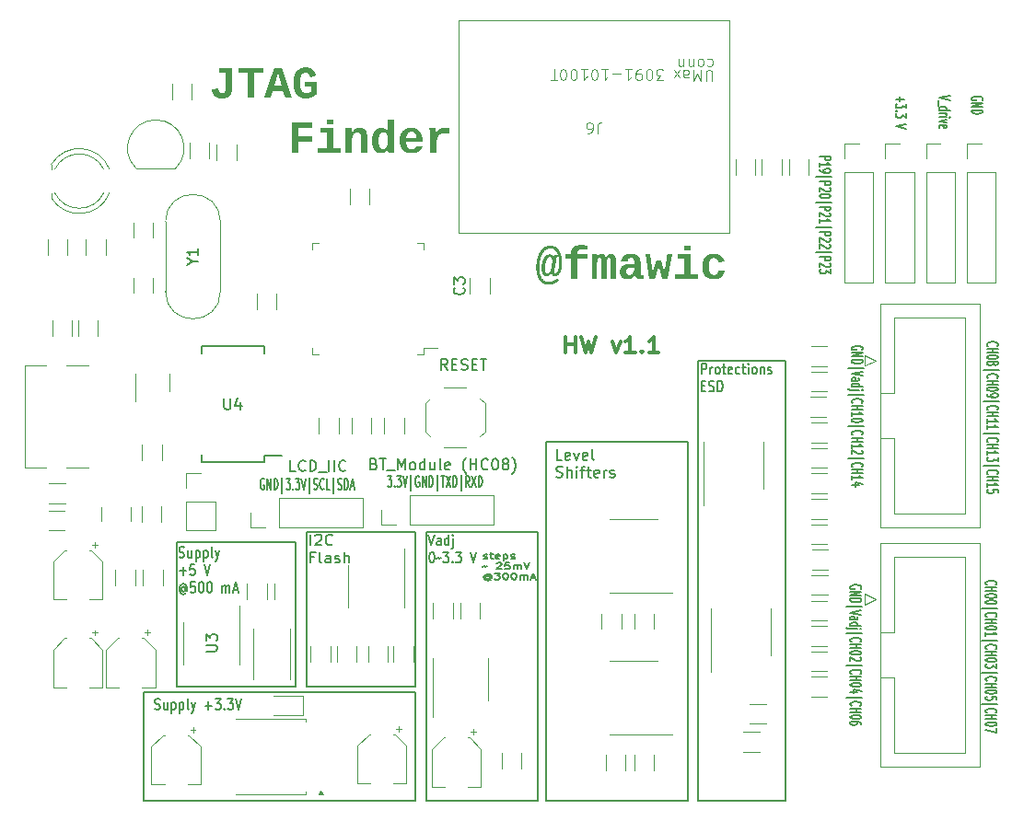
<source format=gbr>
%TF.GenerationSoftware,KiCad,Pcbnew,7.0.11-7.0.11~ubuntu22.04.1*%
%TF.CreationDate,2024-09-03T00:59:23+02:00*%
%TF.ProjectId,JTAGFinder,4a544147-4669-46e6-9465-722e6b696361,rev?*%
%TF.SameCoordinates,Original*%
%TF.FileFunction,Legend,Top*%
%TF.FilePolarity,Positive*%
%FSLAX46Y46*%
G04 Gerber Fmt 4.6, Leading zero omitted, Abs format (unit mm)*
G04 Created by KiCad (PCBNEW 7.0.11-7.0.11~ubuntu22.04.1) date 2024-09-03 00:59:23*
%MOMM*%
%LPD*%
G01*
G04 APERTURE LIST*
%ADD10C,0.150000*%
%ADD11C,0.300000*%
%ADD12C,0.100000*%
%ADD13C,0.120000*%
G04 APERTURE END LIST*
D10*
X141000000Y-126000000D02*
X141000000Y-127500000D01*
X174000000Y-87000000D02*
X166000000Y-87000000D01*
X165000000Y-94500000D02*
X165000000Y-127500000D01*
X140000000Y-102750000D02*
X140000000Y-117000000D01*
X165000000Y-127500000D02*
X152000000Y-127500000D01*
X166000000Y-127500000D02*
X174000000Y-127500000D01*
X130000000Y-102750000D02*
X140000000Y-102750000D01*
X115000000Y-117500000D02*
X115000000Y-127500000D01*
X140000000Y-127500000D02*
X140000000Y-117500000D01*
X141000000Y-127500000D02*
X151250000Y-127500000D01*
X152000000Y-94500000D02*
X165000000Y-94500000D01*
X118000000Y-117000000D02*
X129000000Y-117000000D01*
X174000000Y-127500000D02*
X174000000Y-87000000D01*
X141000000Y-102750000D02*
X141000000Y-126000000D01*
X118000000Y-103750000D02*
X118000000Y-117000000D01*
X151250000Y-127500000D02*
X151250000Y-102750000D01*
X152000000Y-127500000D02*
X152000000Y-94500000D01*
X140000000Y-117500000D02*
X115000000Y-117500000D01*
X151250000Y-102750000D02*
X141000000Y-102750000D01*
X115000000Y-127500000D02*
X140000000Y-127500000D01*
X166000000Y-90000000D02*
X166000000Y-127500000D01*
X140000000Y-117000000D02*
X130000000Y-117000000D01*
X128950000Y-103750000D02*
X118000000Y-103750000D01*
X166000000Y-87000000D02*
X166000000Y-90000000D01*
X130000000Y-117000000D02*
X130000000Y-102750000D01*
X129000000Y-117000000D02*
X128950000Y-103750000D01*
X126055826Y-97917438D02*
X125998684Y-97869819D01*
X125998684Y-97869819D02*
X125912969Y-97869819D01*
X125912969Y-97869819D02*
X125827255Y-97917438D01*
X125827255Y-97917438D02*
X125770112Y-98012676D01*
X125770112Y-98012676D02*
X125741541Y-98107914D01*
X125741541Y-98107914D02*
X125712969Y-98298390D01*
X125712969Y-98298390D02*
X125712969Y-98441247D01*
X125712969Y-98441247D02*
X125741541Y-98631723D01*
X125741541Y-98631723D02*
X125770112Y-98726961D01*
X125770112Y-98726961D02*
X125827255Y-98822200D01*
X125827255Y-98822200D02*
X125912969Y-98869819D01*
X125912969Y-98869819D02*
X125970112Y-98869819D01*
X125970112Y-98869819D02*
X126055826Y-98822200D01*
X126055826Y-98822200D02*
X126084398Y-98774580D01*
X126084398Y-98774580D02*
X126084398Y-98441247D01*
X126084398Y-98441247D02*
X125970112Y-98441247D01*
X126341541Y-98869819D02*
X126341541Y-97869819D01*
X126341541Y-97869819D02*
X126684398Y-98869819D01*
X126684398Y-98869819D02*
X126684398Y-97869819D01*
X126970112Y-98869819D02*
X126970112Y-97869819D01*
X126970112Y-97869819D02*
X127112969Y-97869819D01*
X127112969Y-97869819D02*
X127198683Y-97917438D01*
X127198683Y-97917438D02*
X127255826Y-98012676D01*
X127255826Y-98012676D02*
X127284397Y-98107914D01*
X127284397Y-98107914D02*
X127312969Y-98298390D01*
X127312969Y-98298390D02*
X127312969Y-98441247D01*
X127312969Y-98441247D02*
X127284397Y-98631723D01*
X127284397Y-98631723D02*
X127255826Y-98726961D01*
X127255826Y-98726961D02*
X127198683Y-98822200D01*
X127198683Y-98822200D02*
X127112969Y-98869819D01*
X127112969Y-98869819D02*
X126970112Y-98869819D01*
X127712969Y-99203152D02*
X127712969Y-97774580D01*
X128084398Y-97869819D02*
X128455826Y-97869819D01*
X128455826Y-97869819D02*
X128255826Y-98250771D01*
X128255826Y-98250771D02*
X128341541Y-98250771D01*
X128341541Y-98250771D02*
X128398684Y-98298390D01*
X128398684Y-98298390D02*
X128427255Y-98346009D01*
X128427255Y-98346009D02*
X128455826Y-98441247D01*
X128455826Y-98441247D02*
X128455826Y-98679342D01*
X128455826Y-98679342D02*
X128427255Y-98774580D01*
X128427255Y-98774580D02*
X128398684Y-98822200D01*
X128398684Y-98822200D02*
X128341541Y-98869819D01*
X128341541Y-98869819D02*
X128170112Y-98869819D01*
X128170112Y-98869819D02*
X128112969Y-98822200D01*
X128112969Y-98822200D02*
X128084398Y-98774580D01*
X128712970Y-98774580D02*
X128741541Y-98822200D01*
X128741541Y-98822200D02*
X128712970Y-98869819D01*
X128712970Y-98869819D02*
X128684398Y-98822200D01*
X128684398Y-98822200D02*
X128712970Y-98774580D01*
X128712970Y-98774580D02*
X128712970Y-98869819D01*
X128941541Y-97869819D02*
X129312969Y-97869819D01*
X129312969Y-97869819D02*
X129112969Y-98250771D01*
X129112969Y-98250771D02*
X129198684Y-98250771D01*
X129198684Y-98250771D02*
X129255827Y-98298390D01*
X129255827Y-98298390D02*
X129284398Y-98346009D01*
X129284398Y-98346009D02*
X129312969Y-98441247D01*
X129312969Y-98441247D02*
X129312969Y-98679342D01*
X129312969Y-98679342D02*
X129284398Y-98774580D01*
X129284398Y-98774580D02*
X129255827Y-98822200D01*
X129255827Y-98822200D02*
X129198684Y-98869819D01*
X129198684Y-98869819D02*
X129027255Y-98869819D01*
X129027255Y-98869819D02*
X128970112Y-98822200D01*
X128970112Y-98822200D02*
X128941541Y-98774580D01*
X129484398Y-97869819D02*
X129684398Y-98869819D01*
X129684398Y-98869819D02*
X129884398Y-97869819D01*
X130227256Y-99203152D02*
X130227256Y-97774580D01*
X130627256Y-98822200D02*
X130712971Y-98869819D01*
X130712971Y-98869819D02*
X130855828Y-98869819D01*
X130855828Y-98869819D02*
X130912971Y-98822200D01*
X130912971Y-98822200D02*
X130941542Y-98774580D01*
X130941542Y-98774580D02*
X130970113Y-98679342D01*
X130970113Y-98679342D02*
X130970113Y-98584104D01*
X130970113Y-98584104D02*
X130941542Y-98488866D01*
X130941542Y-98488866D02*
X130912971Y-98441247D01*
X130912971Y-98441247D02*
X130855828Y-98393628D01*
X130855828Y-98393628D02*
X130741542Y-98346009D01*
X130741542Y-98346009D02*
X130684399Y-98298390D01*
X130684399Y-98298390D02*
X130655828Y-98250771D01*
X130655828Y-98250771D02*
X130627256Y-98155533D01*
X130627256Y-98155533D02*
X130627256Y-98060295D01*
X130627256Y-98060295D02*
X130655828Y-97965057D01*
X130655828Y-97965057D02*
X130684399Y-97917438D01*
X130684399Y-97917438D02*
X130741542Y-97869819D01*
X130741542Y-97869819D02*
X130884399Y-97869819D01*
X130884399Y-97869819D02*
X130970113Y-97917438D01*
X131570114Y-98774580D02*
X131541542Y-98822200D01*
X131541542Y-98822200D02*
X131455828Y-98869819D01*
X131455828Y-98869819D02*
X131398685Y-98869819D01*
X131398685Y-98869819D02*
X131312971Y-98822200D01*
X131312971Y-98822200D02*
X131255828Y-98726961D01*
X131255828Y-98726961D02*
X131227257Y-98631723D01*
X131227257Y-98631723D02*
X131198685Y-98441247D01*
X131198685Y-98441247D02*
X131198685Y-98298390D01*
X131198685Y-98298390D02*
X131227257Y-98107914D01*
X131227257Y-98107914D02*
X131255828Y-98012676D01*
X131255828Y-98012676D02*
X131312971Y-97917438D01*
X131312971Y-97917438D02*
X131398685Y-97869819D01*
X131398685Y-97869819D02*
X131455828Y-97869819D01*
X131455828Y-97869819D02*
X131541542Y-97917438D01*
X131541542Y-97917438D02*
X131570114Y-97965057D01*
X132112971Y-98869819D02*
X131827257Y-98869819D01*
X131827257Y-98869819D02*
X131827257Y-97869819D01*
X132455828Y-99203152D02*
X132455828Y-97774580D01*
X132855828Y-98822200D02*
X132941543Y-98869819D01*
X132941543Y-98869819D02*
X133084400Y-98869819D01*
X133084400Y-98869819D02*
X133141543Y-98822200D01*
X133141543Y-98822200D02*
X133170114Y-98774580D01*
X133170114Y-98774580D02*
X133198685Y-98679342D01*
X133198685Y-98679342D02*
X133198685Y-98584104D01*
X133198685Y-98584104D02*
X133170114Y-98488866D01*
X133170114Y-98488866D02*
X133141543Y-98441247D01*
X133141543Y-98441247D02*
X133084400Y-98393628D01*
X133084400Y-98393628D02*
X132970114Y-98346009D01*
X132970114Y-98346009D02*
X132912971Y-98298390D01*
X132912971Y-98298390D02*
X132884400Y-98250771D01*
X132884400Y-98250771D02*
X132855828Y-98155533D01*
X132855828Y-98155533D02*
X132855828Y-98060295D01*
X132855828Y-98060295D02*
X132884400Y-97965057D01*
X132884400Y-97965057D02*
X132912971Y-97917438D01*
X132912971Y-97917438D02*
X132970114Y-97869819D01*
X132970114Y-97869819D02*
X133112971Y-97869819D01*
X133112971Y-97869819D02*
X133198685Y-97917438D01*
X133455829Y-98869819D02*
X133455829Y-97869819D01*
X133455829Y-97869819D02*
X133598686Y-97869819D01*
X133598686Y-97869819D02*
X133684400Y-97917438D01*
X133684400Y-97917438D02*
X133741543Y-98012676D01*
X133741543Y-98012676D02*
X133770114Y-98107914D01*
X133770114Y-98107914D02*
X133798686Y-98298390D01*
X133798686Y-98298390D02*
X133798686Y-98441247D01*
X133798686Y-98441247D02*
X133770114Y-98631723D01*
X133770114Y-98631723D02*
X133741543Y-98726961D01*
X133741543Y-98726961D02*
X133684400Y-98822200D01*
X133684400Y-98822200D02*
X133598686Y-98869819D01*
X133598686Y-98869819D02*
X133455829Y-98869819D01*
X134027257Y-98584104D02*
X134312972Y-98584104D01*
X133970114Y-98869819D02*
X134170114Y-97869819D01*
X134170114Y-97869819D02*
X134370114Y-98869819D01*
X118251064Y-105102200D02*
X118365350Y-105149819D01*
X118365350Y-105149819D02*
X118555826Y-105149819D01*
X118555826Y-105149819D02*
X118632017Y-105102200D01*
X118632017Y-105102200D02*
X118670112Y-105054580D01*
X118670112Y-105054580D02*
X118708207Y-104959342D01*
X118708207Y-104959342D02*
X118708207Y-104864104D01*
X118708207Y-104864104D02*
X118670112Y-104768866D01*
X118670112Y-104768866D02*
X118632017Y-104721247D01*
X118632017Y-104721247D02*
X118555826Y-104673628D01*
X118555826Y-104673628D02*
X118403445Y-104626009D01*
X118403445Y-104626009D02*
X118327255Y-104578390D01*
X118327255Y-104578390D02*
X118289160Y-104530771D01*
X118289160Y-104530771D02*
X118251064Y-104435533D01*
X118251064Y-104435533D02*
X118251064Y-104340295D01*
X118251064Y-104340295D02*
X118289160Y-104245057D01*
X118289160Y-104245057D02*
X118327255Y-104197438D01*
X118327255Y-104197438D02*
X118403445Y-104149819D01*
X118403445Y-104149819D02*
X118593922Y-104149819D01*
X118593922Y-104149819D02*
X118708207Y-104197438D01*
X119393922Y-104483152D02*
X119393922Y-105149819D01*
X119051065Y-104483152D02*
X119051065Y-105006961D01*
X119051065Y-105006961D02*
X119089160Y-105102200D01*
X119089160Y-105102200D02*
X119165350Y-105149819D01*
X119165350Y-105149819D02*
X119279636Y-105149819D01*
X119279636Y-105149819D02*
X119355827Y-105102200D01*
X119355827Y-105102200D02*
X119393922Y-105054580D01*
X119774875Y-104483152D02*
X119774875Y-105483152D01*
X119774875Y-104530771D02*
X119851065Y-104483152D01*
X119851065Y-104483152D02*
X120003446Y-104483152D01*
X120003446Y-104483152D02*
X120079637Y-104530771D01*
X120079637Y-104530771D02*
X120117732Y-104578390D01*
X120117732Y-104578390D02*
X120155827Y-104673628D01*
X120155827Y-104673628D02*
X120155827Y-104959342D01*
X120155827Y-104959342D02*
X120117732Y-105054580D01*
X120117732Y-105054580D02*
X120079637Y-105102200D01*
X120079637Y-105102200D02*
X120003446Y-105149819D01*
X120003446Y-105149819D02*
X119851065Y-105149819D01*
X119851065Y-105149819D02*
X119774875Y-105102200D01*
X120498685Y-104483152D02*
X120498685Y-105483152D01*
X120498685Y-104530771D02*
X120574875Y-104483152D01*
X120574875Y-104483152D02*
X120727256Y-104483152D01*
X120727256Y-104483152D02*
X120803447Y-104530771D01*
X120803447Y-104530771D02*
X120841542Y-104578390D01*
X120841542Y-104578390D02*
X120879637Y-104673628D01*
X120879637Y-104673628D02*
X120879637Y-104959342D01*
X120879637Y-104959342D02*
X120841542Y-105054580D01*
X120841542Y-105054580D02*
X120803447Y-105102200D01*
X120803447Y-105102200D02*
X120727256Y-105149819D01*
X120727256Y-105149819D02*
X120574875Y-105149819D01*
X120574875Y-105149819D02*
X120498685Y-105102200D01*
X121336780Y-105149819D02*
X121260590Y-105102200D01*
X121260590Y-105102200D02*
X121222495Y-105006961D01*
X121222495Y-105006961D02*
X121222495Y-104149819D01*
X121565352Y-104483152D02*
X121755828Y-105149819D01*
X121946305Y-104483152D02*
X121755828Y-105149819D01*
X121755828Y-105149819D02*
X121679638Y-105387914D01*
X121679638Y-105387914D02*
X121641543Y-105435533D01*
X121641543Y-105435533D02*
X121565352Y-105483152D01*
X118289160Y-106378866D02*
X118898684Y-106378866D01*
X118593922Y-106759819D02*
X118593922Y-105997914D01*
X119660588Y-105759819D02*
X119279636Y-105759819D01*
X119279636Y-105759819D02*
X119241540Y-106236009D01*
X119241540Y-106236009D02*
X119279636Y-106188390D01*
X119279636Y-106188390D02*
X119355826Y-106140771D01*
X119355826Y-106140771D02*
X119546302Y-106140771D01*
X119546302Y-106140771D02*
X119622493Y-106188390D01*
X119622493Y-106188390D02*
X119660588Y-106236009D01*
X119660588Y-106236009D02*
X119698683Y-106331247D01*
X119698683Y-106331247D02*
X119698683Y-106569342D01*
X119698683Y-106569342D02*
X119660588Y-106664580D01*
X119660588Y-106664580D02*
X119622493Y-106712200D01*
X119622493Y-106712200D02*
X119546302Y-106759819D01*
X119546302Y-106759819D02*
X119355826Y-106759819D01*
X119355826Y-106759819D02*
X119279636Y-106712200D01*
X119279636Y-106712200D02*
X119241540Y-106664580D01*
X120536779Y-105759819D02*
X120803446Y-106759819D01*
X120803446Y-106759819D02*
X121070112Y-105759819D01*
X118784398Y-107893628D02*
X118746303Y-107846009D01*
X118746303Y-107846009D02*
X118670112Y-107798390D01*
X118670112Y-107798390D02*
X118593922Y-107798390D01*
X118593922Y-107798390D02*
X118517731Y-107846009D01*
X118517731Y-107846009D02*
X118479636Y-107893628D01*
X118479636Y-107893628D02*
X118441541Y-107988866D01*
X118441541Y-107988866D02*
X118441541Y-108084104D01*
X118441541Y-108084104D02*
X118479636Y-108179342D01*
X118479636Y-108179342D02*
X118517731Y-108226961D01*
X118517731Y-108226961D02*
X118593922Y-108274580D01*
X118593922Y-108274580D02*
X118670112Y-108274580D01*
X118670112Y-108274580D02*
X118746303Y-108226961D01*
X118746303Y-108226961D02*
X118784398Y-108179342D01*
X118784398Y-107798390D02*
X118784398Y-108179342D01*
X118784398Y-108179342D02*
X118822493Y-108226961D01*
X118822493Y-108226961D02*
X118860588Y-108226961D01*
X118860588Y-108226961D02*
X118936779Y-108179342D01*
X118936779Y-108179342D02*
X118974874Y-108084104D01*
X118974874Y-108084104D02*
X118974874Y-107846009D01*
X118974874Y-107846009D02*
X118898684Y-107703152D01*
X118898684Y-107703152D02*
X118784398Y-107607914D01*
X118784398Y-107607914D02*
X118632017Y-107560295D01*
X118632017Y-107560295D02*
X118479636Y-107607914D01*
X118479636Y-107607914D02*
X118365350Y-107703152D01*
X118365350Y-107703152D02*
X118289160Y-107846009D01*
X118289160Y-107846009D02*
X118251064Y-108036485D01*
X118251064Y-108036485D02*
X118289160Y-108226961D01*
X118289160Y-108226961D02*
X118365350Y-108369819D01*
X118365350Y-108369819D02*
X118479636Y-108465057D01*
X118479636Y-108465057D02*
X118632017Y-108512676D01*
X118632017Y-108512676D02*
X118784398Y-108465057D01*
X118784398Y-108465057D02*
X118898684Y-108369819D01*
X119698683Y-107369819D02*
X119317731Y-107369819D01*
X119317731Y-107369819D02*
X119279635Y-107846009D01*
X119279635Y-107846009D02*
X119317731Y-107798390D01*
X119317731Y-107798390D02*
X119393921Y-107750771D01*
X119393921Y-107750771D02*
X119584397Y-107750771D01*
X119584397Y-107750771D02*
X119660588Y-107798390D01*
X119660588Y-107798390D02*
X119698683Y-107846009D01*
X119698683Y-107846009D02*
X119736778Y-107941247D01*
X119736778Y-107941247D02*
X119736778Y-108179342D01*
X119736778Y-108179342D02*
X119698683Y-108274580D01*
X119698683Y-108274580D02*
X119660588Y-108322200D01*
X119660588Y-108322200D02*
X119584397Y-108369819D01*
X119584397Y-108369819D02*
X119393921Y-108369819D01*
X119393921Y-108369819D02*
X119317731Y-108322200D01*
X119317731Y-108322200D02*
X119279635Y-108274580D01*
X120232017Y-107369819D02*
X120308207Y-107369819D01*
X120308207Y-107369819D02*
X120384398Y-107417438D01*
X120384398Y-107417438D02*
X120422493Y-107465057D01*
X120422493Y-107465057D02*
X120460588Y-107560295D01*
X120460588Y-107560295D02*
X120498683Y-107750771D01*
X120498683Y-107750771D02*
X120498683Y-107988866D01*
X120498683Y-107988866D02*
X120460588Y-108179342D01*
X120460588Y-108179342D02*
X120422493Y-108274580D01*
X120422493Y-108274580D02*
X120384398Y-108322200D01*
X120384398Y-108322200D02*
X120308207Y-108369819D01*
X120308207Y-108369819D02*
X120232017Y-108369819D01*
X120232017Y-108369819D02*
X120155826Y-108322200D01*
X120155826Y-108322200D02*
X120117731Y-108274580D01*
X120117731Y-108274580D02*
X120079636Y-108179342D01*
X120079636Y-108179342D02*
X120041540Y-107988866D01*
X120041540Y-107988866D02*
X120041540Y-107750771D01*
X120041540Y-107750771D02*
X120079636Y-107560295D01*
X120079636Y-107560295D02*
X120117731Y-107465057D01*
X120117731Y-107465057D02*
X120155826Y-107417438D01*
X120155826Y-107417438D02*
X120232017Y-107369819D01*
X120993922Y-107369819D02*
X121070112Y-107369819D01*
X121070112Y-107369819D02*
X121146303Y-107417438D01*
X121146303Y-107417438D02*
X121184398Y-107465057D01*
X121184398Y-107465057D02*
X121222493Y-107560295D01*
X121222493Y-107560295D02*
X121260588Y-107750771D01*
X121260588Y-107750771D02*
X121260588Y-107988866D01*
X121260588Y-107988866D02*
X121222493Y-108179342D01*
X121222493Y-108179342D02*
X121184398Y-108274580D01*
X121184398Y-108274580D02*
X121146303Y-108322200D01*
X121146303Y-108322200D02*
X121070112Y-108369819D01*
X121070112Y-108369819D02*
X120993922Y-108369819D01*
X120993922Y-108369819D02*
X120917731Y-108322200D01*
X120917731Y-108322200D02*
X120879636Y-108274580D01*
X120879636Y-108274580D02*
X120841541Y-108179342D01*
X120841541Y-108179342D02*
X120803445Y-107988866D01*
X120803445Y-107988866D02*
X120803445Y-107750771D01*
X120803445Y-107750771D02*
X120841541Y-107560295D01*
X120841541Y-107560295D02*
X120879636Y-107465057D01*
X120879636Y-107465057D02*
X120917731Y-107417438D01*
X120917731Y-107417438D02*
X120993922Y-107369819D01*
X122212970Y-108369819D02*
X122212970Y-107703152D01*
X122212970Y-107798390D02*
X122251065Y-107750771D01*
X122251065Y-107750771D02*
X122327255Y-107703152D01*
X122327255Y-107703152D02*
X122441541Y-107703152D01*
X122441541Y-107703152D02*
X122517732Y-107750771D01*
X122517732Y-107750771D02*
X122555827Y-107846009D01*
X122555827Y-107846009D02*
X122555827Y-108369819D01*
X122555827Y-107846009D02*
X122593922Y-107750771D01*
X122593922Y-107750771D02*
X122670113Y-107703152D01*
X122670113Y-107703152D02*
X122784398Y-107703152D01*
X122784398Y-107703152D02*
X122860589Y-107750771D01*
X122860589Y-107750771D02*
X122898684Y-107846009D01*
X122898684Y-107846009D02*
X122898684Y-108369819D01*
X123241541Y-108084104D02*
X123622494Y-108084104D01*
X123165351Y-108369819D02*
X123432018Y-107369819D01*
X123432018Y-107369819D02*
X123698684Y-108369819D01*
X180914561Y-107997826D02*
X180962180Y-107940684D01*
X180962180Y-107940684D02*
X180962180Y-107854969D01*
X180962180Y-107854969D02*
X180914561Y-107769255D01*
X180914561Y-107769255D02*
X180819323Y-107712112D01*
X180819323Y-107712112D02*
X180724085Y-107683541D01*
X180724085Y-107683541D02*
X180533609Y-107654969D01*
X180533609Y-107654969D02*
X180390752Y-107654969D01*
X180390752Y-107654969D02*
X180200276Y-107683541D01*
X180200276Y-107683541D02*
X180105038Y-107712112D01*
X180105038Y-107712112D02*
X180009800Y-107769255D01*
X180009800Y-107769255D02*
X179962180Y-107854969D01*
X179962180Y-107854969D02*
X179962180Y-107912112D01*
X179962180Y-107912112D02*
X180009800Y-107997826D01*
X180009800Y-107997826D02*
X180057419Y-108026398D01*
X180057419Y-108026398D02*
X180390752Y-108026398D01*
X180390752Y-108026398D02*
X180390752Y-107912112D01*
X179962180Y-108283541D02*
X180962180Y-108283541D01*
X180962180Y-108283541D02*
X179962180Y-108626398D01*
X179962180Y-108626398D02*
X180962180Y-108626398D01*
X179962180Y-108912112D02*
X180962180Y-108912112D01*
X180962180Y-108912112D02*
X180962180Y-109054969D01*
X180962180Y-109054969D02*
X180914561Y-109140683D01*
X180914561Y-109140683D02*
X180819323Y-109197826D01*
X180819323Y-109197826D02*
X180724085Y-109226397D01*
X180724085Y-109226397D02*
X180533609Y-109254969D01*
X180533609Y-109254969D02*
X180390752Y-109254969D01*
X180390752Y-109254969D02*
X180200276Y-109226397D01*
X180200276Y-109226397D02*
X180105038Y-109197826D01*
X180105038Y-109197826D02*
X180009800Y-109140683D01*
X180009800Y-109140683D02*
X179962180Y-109054969D01*
X179962180Y-109054969D02*
X179962180Y-108912112D01*
X179628847Y-109654969D02*
X181057419Y-109654969D01*
X180962180Y-109997826D02*
X179962180Y-110197826D01*
X179962180Y-110197826D02*
X180962180Y-110397826D01*
X179962180Y-110854970D02*
X180485990Y-110854970D01*
X180485990Y-110854970D02*
X180581228Y-110826398D01*
X180581228Y-110826398D02*
X180628847Y-110769255D01*
X180628847Y-110769255D02*
X180628847Y-110654970D01*
X180628847Y-110654970D02*
X180581228Y-110597827D01*
X180009800Y-110854970D02*
X179962180Y-110797827D01*
X179962180Y-110797827D02*
X179962180Y-110654970D01*
X179962180Y-110654970D02*
X180009800Y-110597827D01*
X180009800Y-110597827D02*
X180105038Y-110569255D01*
X180105038Y-110569255D02*
X180200276Y-110569255D01*
X180200276Y-110569255D02*
X180295514Y-110597827D01*
X180295514Y-110597827D02*
X180343133Y-110654970D01*
X180343133Y-110654970D02*
X180343133Y-110797827D01*
X180343133Y-110797827D02*
X180390752Y-110854970D01*
X179962180Y-111397827D02*
X180962180Y-111397827D01*
X180009800Y-111397827D02*
X179962180Y-111340684D01*
X179962180Y-111340684D02*
X179962180Y-111226398D01*
X179962180Y-111226398D02*
X180009800Y-111169255D01*
X180009800Y-111169255D02*
X180057419Y-111140684D01*
X180057419Y-111140684D02*
X180152657Y-111112112D01*
X180152657Y-111112112D02*
X180438371Y-111112112D01*
X180438371Y-111112112D02*
X180533609Y-111140684D01*
X180533609Y-111140684D02*
X180581228Y-111169255D01*
X180581228Y-111169255D02*
X180628847Y-111226398D01*
X180628847Y-111226398D02*
X180628847Y-111340684D01*
X180628847Y-111340684D02*
X180581228Y-111397827D01*
X180628847Y-111683541D02*
X179771704Y-111683541D01*
X179771704Y-111683541D02*
X179676466Y-111654969D01*
X179676466Y-111654969D02*
X179628847Y-111597826D01*
X179628847Y-111597826D02*
X179628847Y-111569255D01*
X180962180Y-111683541D02*
X180914561Y-111654969D01*
X180914561Y-111654969D02*
X180866942Y-111683541D01*
X180866942Y-111683541D02*
X180914561Y-111712112D01*
X180914561Y-111712112D02*
X180962180Y-111683541D01*
X180962180Y-111683541D02*
X180866942Y-111683541D01*
X179628847Y-112112112D02*
X181057419Y-112112112D01*
X180057419Y-112883541D02*
X180009800Y-112854969D01*
X180009800Y-112854969D02*
X179962180Y-112769255D01*
X179962180Y-112769255D02*
X179962180Y-112712112D01*
X179962180Y-112712112D02*
X180009800Y-112626398D01*
X180009800Y-112626398D02*
X180105038Y-112569255D01*
X180105038Y-112569255D02*
X180200276Y-112540684D01*
X180200276Y-112540684D02*
X180390752Y-112512112D01*
X180390752Y-112512112D02*
X180533609Y-112512112D01*
X180533609Y-112512112D02*
X180724085Y-112540684D01*
X180724085Y-112540684D02*
X180819323Y-112569255D01*
X180819323Y-112569255D02*
X180914561Y-112626398D01*
X180914561Y-112626398D02*
X180962180Y-112712112D01*
X180962180Y-112712112D02*
X180962180Y-112769255D01*
X180962180Y-112769255D02*
X180914561Y-112854969D01*
X180914561Y-112854969D02*
X180866942Y-112883541D01*
X179962180Y-113140684D02*
X180962180Y-113140684D01*
X180485990Y-113140684D02*
X180485990Y-113483541D01*
X179962180Y-113483541D02*
X180962180Y-113483541D01*
X180962180Y-113883540D02*
X180962180Y-113940683D01*
X180962180Y-113940683D02*
X180914561Y-113997826D01*
X180914561Y-113997826D02*
X180866942Y-114026398D01*
X180866942Y-114026398D02*
X180771704Y-114054969D01*
X180771704Y-114054969D02*
X180581228Y-114083540D01*
X180581228Y-114083540D02*
X180343133Y-114083540D01*
X180343133Y-114083540D02*
X180152657Y-114054969D01*
X180152657Y-114054969D02*
X180057419Y-114026398D01*
X180057419Y-114026398D02*
X180009800Y-113997826D01*
X180009800Y-113997826D02*
X179962180Y-113940683D01*
X179962180Y-113940683D02*
X179962180Y-113883540D01*
X179962180Y-113883540D02*
X180009800Y-113826398D01*
X180009800Y-113826398D02*
X180057419Y-113797826D01*
X180057419Y-113797826D02*
X180152657Y-113769255D01*
X180152657Y-113769255D02*
X180343133Y-113740683D01*
X180343133Y-113740683D02*
X180581228Y-113740683D01*
X180581228Y-113740683D02*
X180771704Y-113769255D01*
X180771704Y-113769255D02*
X180866942Y-113797826D01*
X180866942Y-113797826D02*
X180914561Y-113826398D01*
X180914561Y-113826398D02*
X180962180Y-113883540D01*
X180866942Y-114312112D02*
X180914561Y-114340684D01*
X180914561Y-114340684D02*
X180962180Y-114397827D01*
X180962180Y-114397827D02*
X180962180Y-114540684D01*
X180962180Y-114540684D02*
X180914561Y-114597827D01*
X180914561Y-114597827D02*
X180866942Y-114626398D01*
X180866942Y-114626398D02*
X180771704Y-114654969D01*
X180771704Y-114654969D02*
X180676466Y-114654969D01*
X180676466Y-114654969D02*
X180533609Y-114626398D01*
X180533609Y-114626398D02*
X179962180Y-114283541D01*
X179962180Y-114283541D02*
X179962180Y-114654969D01*
X179628847Y-115054970D02*
X181057419Y-115054970D01*
X180057419Y-115826399D02*
X180009800Y-115797827D01*
X180009800Y-115797827D02*
X179962180Y-115712113D01*
X179962180Y-115712113D02*
X179962180Y-115654970D01*
X179962180Y-115654970D02*
X180009800Y-115569256D01*
X180009800Y-115569256D02*
X180105038Y-115512113D01*
X180105038Y-115512113D02*
X180200276Y-115483542D01*
X180200276Y-115483542D02*
X180390752Y-115454970D01*
X180390752Y-115454970D02*
X180533609Y-115454970D01*
X180533609Y-115454970D02*
X180724085Y-115483542D01*
X180724085Y-115483542D02*
X180819323Y-115512113D01*
X180819323Y-115512113D02*
X180914561Y-115569256D01*
X180914561Y-115569256D02*
X180962180Y-115654970D01*
X180962180Y-115654970D02*
X180962180Y-115712113D01*
X180962180Y-115712113D02*
X180914561Y-115797827D01*
X180914561Y-115797827D02*
X180866942Y-115826399D01*
X179962180Y-116083542D02*
X180962180Y-116083542D01*
X180485990Y-116083542D02*
X180485990Y-116426399D01*
X179962180Y-116426399D02*
X180962180Y-116426399D01*
X180962180Y-116826398D02*
X180962180Y-116883541D01*
X180962180Y-116883541D02*
X180914561Y-116940684D01*
X180914561Y-116940684D02*
X180866942Y-116969256D01*
X180866942Y-116969256D02*
X180771704Y-116997827D01*
X180771704Y-116997827D02*
X180581228Y-117026398D01*
X180581228Y-117026398D02*
X180343133Y-117026398D01*
X180343133Y-117026398D02*
X180152657Y-116997827D01*
X180152657Y-116997827D02*
X180057419Y-116969256D01*
X180057419Y-116969256D02*
X180009800Y-116940684D01*
X180009800Y-116940684D02*
X179962180Y-116883541D01*
X179962180Y-116883541D02*
X179962180Y-116826398D01*
X179962180Y-116826398D02*
X180009800Y-116769256D01*
X180009800Y-116769256D02*
X180057419Y-116740684D01*
X180057419Y-116740684D02*
X180152657Y-116712113D01*
X180152657Y-116712113D02*
X180343133Y-116683541D01*
X180343133Y-116683541D02*
X180581228Y-116683541D01*
X180581228Y-116683541D02*
X180771704Y-116712113D01*
X180771704Y-116712113D02*
X180866942Y-116740684D01*
X180866942Y-116740684D02*
X180914561Y-116769256D01*
X180914561Y-116769256D02*
X180962180Y-116826398D01*
X180628847Y-117540685D02*
X179962180Y-117540685D01*
X181009800Y-117397827D02*
X180295514Y-117254970D01*
X180295514Y-117254970D02*
X180295514Y-117626399D01*
X179628847Y-117997828D02*
X181057419Y-117997828D01*
X180057419Y-118769257D02*
X180009800Y-118740685D01*
X180009800Y-118740685D02*
X179962180Y-118654971D01*
X179962180Y-118654971D02*
X179962180Y-118597828D01*
X179962180Y-118597828D02*
X180009800Y-118512114D01*
X180009800Y-118512114D02*
X180105038Y-118454971D01*
X180105038Y-118454971D02*
X180200276Y-118426400D01*
X180200276Y-118426400D02*
X180390752Y-118397828D01*
X180390752Y-118397828D02*
X180533609Y-118397828D01*
X180533609Y-118397828D02*
X180724085Y-118426400D01*
X180724085Y-118426400D02*
X180819323Y-118454971D01*
X180819323Y-118454971D02*
X180914561Y-118512114D01*
X180914561Y-118512114D02*
X180962180Y-118597828D01*
X180962180Y-118597828D02*
X180962180Y-118654971D01*
X180962180Y-118654971D02*
X180914561Y-118740685D01*
X180914561Y-118740685D02*
X180866942Y-118769257D01*
X179962180Y-119026400D02*
X180962180Y-119026400D01*
X180485990Y-119026400D02*
X180485990Y-119369257D01*
X179962180Y-119369257D02*
X180962180Y-119369257D01*
X180962180Y-119769256D02*
X180962180Y-119826399D01*
X180962180Y-119826399D02*
X180914561Y-119883542D01*
X180914561Y-119883542D02*
X180866942Y-119912114D01*
X180866942Y-119912114D02*
X180771704Y-119940685D01*
X180771704Y-119940685D02*
X180581228Y-119969256D01*
X180581228Y-119969256D02*
X180343133Y-119969256D01*
X180343133Y-119969256D02*
X180152657Y-119940685D01*
X180152657Y-119940685D02*
X180057419Y-119912114D01*
X180057419Y-119912114D02*
X180009800Y-119883542D01*
X180009800Y-119883542D02*
X179962180Y-119826399D01*
X179962180Y-119826399D02*
X179962180Y-119769256D01*
X179962180Y-119769256D02*
X180009800Y-119712114D01*
X180009800Y-119712114D02*
X180057419Y-119683542D01*
X180057419Y-119683542D02*
X180152657Y-119654971D01*
X180152657Y-119654971D02*
X180343133Y-119626399D01*
X180343133Y-119626399D02*
X180581228Y-119626399D01*
X180581228Y-119626399D02*
X180771704Y-119654971D01*
X180771704Y-119654971D02*
X180866942Y-119683542D01*
X180866942Y-119683542D02*
X180914561Y-119712114D01*
X180914561Y-119712114D02*
X180962180Y-119769256D01*
X180962180Y-120483543D02*
X180962180Y-120369257D01*
X180962180Y-120369257D02*
X180914561Y-120312114D01*
X180914561Y-120312114D02*
X180866942Y-120283543D01*
X180866942Y-120283543D02*
X180724085Y-120226400D01*
X180724085Y-120226400D02*
X180533609Y-120197828D01*
X180533609Y-120197828D02*
X180152657Y-120197828D01*
X180152657Y-120197828D02*
X180057419Y-120226400D01*
X180057419Y-120226400D02*
X180009800Y-120254971D01*
X180009800Y-120254971D02*
X179962180Y-120312114D01*
X179962180Y-120312114D02*
X179962180Y-120426400D01*
X179962180Y-120426400D02*
X180009800Y-120483543D01*
X180009800Y-120483543D02*
X180057419Y-120512114D01*
X180057419Y-120512114D02*
X180152657Y-120540685D01*
X180152657Y-120540685D02*
X180390752Y-120540685D01*
X180390752Y-120540685D02*
X180485990Y-120512114D01*
X180485990Y-120512114D02*
X180533609Y-120483543D01*
X180533609Y-120483543D02*
X180581228Y-120426400D01*
X180581228Y-120426400D02*
X180581228Y-120312114D01*
X180581228Y-120312114D02*
X180533609Y-120254971D01*
X180533609Y-120254971D02*
X180485990Y-120226400D01*
X180485990Y-120226400D02*
X180390752Y-120197828D01*
X116041064Y-119082200D02*
X116155350Y-119129819D01*
X116155350Y-119129819D02*
X116345826Y-119129819D01*
X116345826Y-119129819D02*
X116422017Y-119082200D01*
X116422017Y-119082200D02*
X116460112Y-119034580D01*
X116460112Y-119034580D02*
X116498207Y-118939342D01*
X116498207Y-118939342D02*
X116498207Y-118844104D01*
X116498207Y-118844104D02*
X116460112Y-118748866D01*
X116460112Y-118748866D02*
X116422017Y-118701247D01*
X116422017Y-118701247D02*
X116345826Y-118653628D01*
X116345826Y-118653628D02*
X116193445Y-118606009D01*
X116193445Y-118606009D02*
X116117255Y-118558390D01*
X116117255Y-118558390D02*
X116079160Y-118510771D01*
X116079160Y-118510771D02*
X116041064Y-118415533D01*
X116041064Y-118415533D02*
X116041064Y-118320295D01*
X116041064Y-118320295D02*
X116079160Y-118225057D01*
X116079160Y-118225057D02*
X116117255Y-118177438D01*
X116117255Y-118177438D02*
X116193445Y-118129819D01*
X116193445Y-118129819D02*
X116383922Y-118129819D01*
X116383922Y-118129819D02*
X116498207Y-118177438D01*
X117183922Y-118463152D02*
X117183922Y-119129819D01*
X116841065Y-118463152D02*
X116841065Y-118986961D01*
X116841065Y-118986961D02*
X116879160Y-119082200D01*
X116879160Y-119082200D02*
X116955350Y-119129819D01*
X116955350Y-119129819D02*
X117069636Y-119129819D01*
X117069636Y-119129819D02*
X117145827Y-119082200D01*
X117145827Y-119082200D02*
X117183922Y-119034580D01*
X117564875Y-118463152D02*
X117564875Y-119463152D01*
X117564875Y-118510771D02*
X117641065Y-118463152D01*
X117641065Y-118463152D02*
X117793446Y-118463152D01*
X117793446Y-118463152D02*
X117869637Y-118510771D01*
X117869637Y-118510771D02*
X117907732Y-118558390D01*
X117907732Y-118558390D02*
X117945827Y-118653628D01*
X117945827Y-118653628D02*
X117945827Y-118939342D01*
X117945827Y-118939342D02*
X117907732Y-119034580D01*
X117907732Y-119034580D02*
X117869637Y-119082200D01*
X117869637Y-119082200D02*
X117793446Y-119129819D01*
X117793446Y-119129819D02*
X117641065Y-119129819D01*
X117641065Y-119129819D02*
X117564875Y-119082200D01*
X118288685Y-118463152D02*
X118288685Y-119463152D01*
X118288685Y-118510771D02*
X118364875Y-118463152D01*
X118364875Y-118463152D02*
X118517256Y-118463152D01*
X118517256Y-118463152D02*
X118593447Y-118510771D01*
X118593447Y-118510771D02*
X118631542Y-118558390D01*
X118631542Y-118558390D02*
X118669637Y-118653628D01*
X118669637Y-118653628D02*
X118669637Y-118939342D01*
X118669637Y-118939342D02*
X118631542Y-119034580D01*
X118631542Y-119034580D02*
X118593447Y-119082200D01*
X118593447Y-119082200D02*
X118517256Y-119129819D01*
X118517256Y-119129819D02*
X118364875Y-119129819D01*
X118364875Y-119129819D02*
X118288685Y-119082200D01*
X119126780Y-119129819D02*
X119050590Y-119082200D01*
X119050590Y-119082200D02*
X119012495Y-118986961D01*
X119012495Y-118986961D02*
X119012495Y-118129819D01*
X119355352Y-118463152D02*
X119545828Y-119129819D01*
X119736305Y-118463152D02*
X119545828Y-119129819D01*
X119545828Y-119129819D02*
X119469638Y-119367914D01*
X119469638Y-119367914D02*
X119431543Y-119415533D01*
X119431543Y-119415533D02*
X119355352Y-119463152D01*
X120650591Y-118748866D02*
X121260115Y-118748866D01*
X120955353Y-119129819D02*
X120955353Y-118367914D01*
X121564876Y-118129819D02*
X122060114Y-118129819D01*
X122060114Y-118129819D02*
X121793448Y-118510771D01*
X121793448Y-118510771D02*
X121907733Y-118510771D01*
X121907733Y-118510771D02*
X121983924Y-118558390D01*
X121983924Y-118558390D02*
X122022019Y-118606009D01*
X122022019Y-118606009D02*
X122060114Y-118701247D01*
X122060114Y-118701247D02*
X122060114Y-118939342D01*
X122060114Y-118939342D02*
X122022019Y-119034580D01*
X122022019Y-119034580D02*
X121983924Y-119082200D01*
X121983924Y-119082200D02*
X121907733Y-119129819D01*
X121907733Y-119129819D02*
X121679162Y-119129819D01*
X121679162Y-119129819D02*
X121602971Y-119082200D01*
X121602971Y-119082200D02*
X121564876Y-119034580D01*
X122402972Y-119034580D02*
X122441067Y-119082200D01*
X122441067Y-119082200D02*
X122402972Y-119129819D01*
X122402972Y-119129819D02*
X122364876Y-119082200D01*
X122364876Y-119082200D02*
X122402972Y-119034580D01*
X122402972Y-119034580D02*
X122402972Y-119129819D01*
X122707733Y-118129819D02*
X123202971Y-118129819D01*
X123202971Y-118129819D02*
X122936305Y-118510771D01*
X122936305Y-118510771D02*
X123050590Y-118510771D01*
X123050590Y-118510771D02*
X123126781Y-118558390D01*
X123126781Y-118558390D02*
X123164876Y-118606009D01*
X123164876Y-118606009D02*
X123202971Y-118701247D01*
X123202971Y-118701247D02*
X123202971Y-118939342D01*
X123202971Y-118939342D02*
X123164876Y-119034580D01*
X123164876Y-119034580D02*
X123126781Y-119082200D01*
X123126781Y-119082200D02*
X123050590Y-119129819D01*
X123050590Y-119129819D02*
X122822019Y-119129819D01*
X122822019Y-119129819D02*
X122745828Y-119082200D01*
X122745828Y-119082200D02*
X122707733Y-119034580D01*
X123431543Y-118129819D02*
X123698210Y-119129819D01*
X123698210Y-119129819D02*
X123964876Y-118129819D01*
D11*
X153804510Y-86300828D02*
X153804510Y-84800828D01*
X153804510Y-85515114D02*
X154661653Y-85515114D01*
X154661653Y-86300828D02*
X154661653Y-84800828D01*
X155233082Y-84800828D02*
X155590225Y-86300828D01*
X155590225Y-86300828D02*
X155875939Y-85229400D01*
X155875939Y-85229400D02*
X156161654Y-86300828D01*
X156161654Y-86300828D02*
X156518797Y-84800828D01*
X158090225Y-85300828D02*
X158447368Y-86300828D01*
X158447368Y-86300828D02*
X158804511Y-85300828D01*
X160161654Y-86300828D02*
X159304511Y-86300828D01*
X159733082Y-86300828D02*
X159733082Y-84800828D01*
X159733082Y-84800828D02*
X159590225Y-85015114D01*
X159590225Y-85015114D02*
X159447368Y-85157971D01*
X159447368Y-85157971D02*
X159304511Y-85229400D01*
X160804510Y-86157971D02*
X160875939Y-86229400D01*
X160875939Y-86229400D02*
X160804510Y-86300828D01*
X160804510Y-86300828D02*
X160733082Y-86229400D01*
X160733082Y-86229400D02*
X160804510Y-86157971D01*
X160804510Y-86157971D02*
X160804510Y-86300828D01*
X162304511Y-86300828D02*
X161447368Y-86300828D01*
X161875939Y-86300828D02*
X161875939Y-84800828D01*
X161875939Y-84800828D02*
X161733082Y-85015114D01*
X161733082Y-85015114D02*
X161590225Y-85157971D01*
X161590225Y-85157971D02*
X161447368Y-85229400D01*
D10*
X189130180Y-62655826D02*
X188130180Y-62855826D01*
X188130180Y-62855826D02*
X189130180Y-63055826D01*
X188034942Y-63112970D02*
X188034942Y-63570112D01*
X188130180Y-63970113D02*
X189130180Y-63970113D01*
X188177800Y-63970113D02*
X188130180Y-63912970D01*
X188130180Y-63912970D02*
X188130180Y-63798684D01*
X188130180Y-63798684D02*
X188177800Y-63741541D01*
X188177800Y-63741541D02*
X188225419Y-63712970D01*
X188225419Y-63712970D02*
X188320657Y-63684398D01*
X188320657Y-63684398D02*
X188606371Y-63684398D01*
X188606371Y-63684398D02*
X188701609Y-63712970D01*
X188701609Y-63712970D02*
X188749228Y-63741541D01*
X188749228Y-63741541D02*
X188796847Y-63798684D01*
X188796847Y-63798684D02*
X188796847Y-63912970D01*
X188796847Y-63912970D02*
X188749228Y-63970113D01*
X188130180Y-64255827D02*
X188796847Y-64255827D01*
X188606371Y-64255827D02*
X188701609Y-64284398D01*
X188701609Y-64284398D02*
X188749228Y-64312970D01*
X188749228Y-64312970D02*
X188796847Y-64370112D01*
X188796847Y-64370112D02*
X188796847Y-64427255D01*
X188130180Y-64627256D02*
X188796847Y-64627256D01*
X189130180Y-64627256D02*
X189082561Y-64598684D01*
X189082561Y-64598684D02*
X189034942Y-64627256D01*
X189034942Y-64627256D02*
X189082561Y-64655827D01*
X189082561Y-64655827D02*
X189130180Y-64627256D01*
X189130180Y-64627256D02*
X189034942Y-64627256D01*
X188796847Y-64855827D02*
X188130180Y-64998684D01*
X188130180Y-64998684D02*
X188796847Y-65141541D01*
X188177800Y-65598684D02*
X188130180Y-65541541D01*
X188130180Y-65541541D02*
X188130180Y-65427256D01*
X188130180Y-65427256D02*
X188177800Y-65370113D01*
X188177800Y-65370113D02*
X188273038Y-65341541D01*
X188273038Y-65341541D02*
X188653990Y-65341541D01*
X188653990Y-65341541D02*
X188749228Y-65370113D01*
X188749228Y-65370113D02*
X188796847Y-65427256D01*
X188796847Y-65427256D02*
X188796847Y-65541541D01*
X188796847Y-65541541D02*
X188749228Y-65598684D01*
X188749228Y-65598684D02*
X188653990Y-65627256D01*
X188653990Y-65627256D02*
X188558752Y-65627256D01*
X188558752Y-65627256D02*
X188463514Y-65341541D01*
X142908207Y-87869819D02*
X142574874Y-87393628D01*
X142336779Y-87869819D02*
X142336779Y-86869819D01*
X142336779Y-86869819D02*
X142717731Y-86869819D01*
X142717731Y-86869819D02*
X142812969Y-86917438D01*
X142812969Y-86917438D02*
X142860588Y-86965057D01*
X142860588Y-86965057D02*
X142908207Y-87060295D01*
X142908207Y-87060295D02*
X142908207Y-87203152D01*
X142908207Y-87203152D02*
X142860588Y-87298390D01*
X142860588Y-87298390D02*
X142812969Y-87346009D01*
X142812969Y-87346009D02*
X142717731Y-87393628D01*
X142717731Y-87393628D02*
X142336779Y-87393628D01*
X143336779Y-87346009D02*
X143670112Y-87346009D01*
X143812969Y-87869819D02*
X143336779Y-87869819D01*
X143336779Y-87869819D02*
X143336779Y-86869819D01*
X143336779Y-86869819D02*
X143812969Y-86869819D01*
X144193922Y-87822200D02*
X144336779Y-87869819D01*
X144336779Y-87869819D02*
X144574874Y-87869819D01*
X144574874Y-87869819D02*
X144670112Y-87822200D01*
X144670112Y-87822200D02*
X144717731Y-87774580D01*
X144717731Y-87774580D02*
X144765350Y-87679342D01*
X144765350Y-87679342D02*
X144765350Y-87584104D01*
X144765350Y-87584104D02*
X144717731Y-87488866D01*
X144717731Y-87488866D02*
X144670112Y-87441247D01*
X144670112Y-87441247D02*
X144574874Y-87393628D01*
X144574874Y-87393628D02*
X144384398Y-87346009D01*
X144384398Y-87346009D02*
X144289160Y-87298390D01*
X144289160Y-87298390D02*
X144241541Y-87250771D01*
X144241541Y-87250771D02*
X144193922Y-87155533D01*
X144193922Y-87155533D02*
X144193922Y-87060295D01*
X144193922Y-87060295D02*
X144241541Y-86965057D01*
X144241541Y-86965057D02*
X144289160Y-86917438D01*
X144289160Y-86917438D02*
X144384398Y-86869819D01*
X144384398Y-86869819D02*
X144622493Y-86869819D01*
X144622493Y-86869819D02*
X144765350Y-86917438D01*
X145193922Y-87346009D02*
X145527255Y-87346009D01*
X145670112Y-87869819D02*
X145193922Y-87869819D01*
X145193922Y-87869819D02*
X145193922Y-86869819D01*
X145193922Y-86869819D02*
X145670112Y-86869819D01*
X145955827Y-86869819D02*
X146527255Y-86869819D01*
X146241541Y-87869819D02*
X146241541Y-86869819D01*
X136166665Y-96531009D02*
X136309522Y-96578628D01*
X136309522Y-96578628D02*
X136357141Y-96626247D01*
X136357141Y-96626247D02*
X136404760Y-96721485D01*
X136404760Y-96721485D02*
X136404760Y-96864342D01*
X136404760Y-96864342D02*
X136357141Y-96959580D01*
X136357141Y-96959580D02*
X136309522Y-97007200D01*
X136309522Y-97007200D02*
X136214284Y-97054819D01*
X136214284Y-97054819D02*
X135833332Y-97054819D01*
X135833332Y-97054819D02*
X135833332Y-96054819D01*
X135833332Y-96054819D02*
X136166665Y-96054819D01*
X136166665Y-96054819D02*
X136261903Y-96102438D01*
X136261903Y-96102438D02*
X136309522Y-96150057D01*
X136309522Y-96150057D02*
X136357141Y-96245295D01*
X136357141Y-96245295D02*
X136357141Y-96340533D01*
X136357141Y-96340533D02*
X136309522Y-96435771D01*
X136309522Y-96435771D02*
X136261903Y-96483390D01*
X136261903Y-96483390D02*
X136166665Y-96531009D01*
X136166665Y-96531009D02*
X135833332Y-96531009D01*
X136690475Y-96054819D02*
X137261903Y-96054819D01*
X136976189Y-97054819D02*
X136976189Y-96054819D01*
X137357142Y-97150057D02*
X138119046Y-97150057D01*
X138357142Y-97054819D02*
X138357142Y-96054819D01*
X138357142Y-96054819D02*
X138690475Y-96769104D01*
X138690475Y-96769104D02*
X139023808Y-96054819D01*
X139023808Y-96054819D02*
X139023808Y-97054819D01*
X139642856Y-97054819D02*
X139547618Y-97007200D01*
X139547618Y-97007200D02*
X139499999Y-96959580D01*
X139499999Y-96959580D02*
X139452380Y-96864342D01*
X139452380Y-96864342D02*
X139452380Y-96578628D01*
X139452380Y-96578628D02*
X139499999Y-96483390D01*
X139499999Y-96483390D02*
X139547618Y-96435771D01*
X139547618Y-96435771D02*
X139642856Y-96388152D01*
X139642856Y-96388152D02*
X139785713Y-96388152D01*
X139785713Y-96388152D02*
X139880951Y-96435771D01*
X139880951Y-96435771D02*
X139928570Y-96483390D01*
X139928570Y-96483390D02*
X139976189Y-96578628D01*
X139976189Y-96578628D02*
X139976189Y-96864342D01*
X139976189Y-96864342D02*
X139928570Y-96959580D01*
X139928570Y-96959580D02*
X139880951Y-97007200D01*
X139880951Y-97007200D02*
X139785713Y-97054819D01*
X139785713Y-97054819D02*
X139642856Y-97054819D01*
X140833332Y-97054819D02*
X140833332Y-96054819D01*
X140833332Y-97007200D02*
X140738094Y-97054819D01*
X140738094Y-97054819D02*
X140547618Y-97054819D01*
X140547618Y-97054819D02*
X140452380Y-97007200D01*
X140452380Y-97007200D02*
X140404761Y-96959580D01*
X140404761Y-96959580D02*
X140357142Y-96864342D01*
X140357142Y-96864342D02*
X140357142Y-96578628D01*
X140357142Y-96578628D02*
X140404761Y-96483390D01*
X140404761Y-96483390D02*
X140452380Y-96435771D01*
X140452380Y-96435771D02*
X140547618Y-96388152D01*
X140547618Y-96388152D02*
X140738094Y-96388152D01*
X140738094Y-96388152D02*
X140833332Y-96435771D01*
X141738094Y-96388152D02*
X141738094Y-97054819D01*
X141309523Y-96388152D02*
X141309523Y-96911961D01*
X141309523Y-96911961D02*
X141357142Y-97007200D01*
X141357142Y-97007200D02*
X141452380Y-97054819D01*
X141452380Y-97054819D02*
X141595237Y-97054819D01*
X141595237Y-97054819D02*
X141690475Y-97007200D01*
X141690475Y-97007200D02*
X141738094Y-96959580D01*
X142357142Y-97054819D02*
X142261904Y-97007200D01*
X142261904Y-97007200D02*
X142214285Y-96911961D01*
X142214285Y-96911961D02*
X142214285Y-96054819D01*
X143119047Y-97007200D02*
X143023809Y-97054819D01*
X143023809Y-97054819D02*
X142833333Y-97054819D01*
X142833333Y-97054819D02*
X142738095Y-97007200D01*
X142738095Y-97007200D02*
X142690476Y-96911961D01*
X142690476Y-96911961D02*
X142690476Y-96531009D01*
X142690476Y-96531009D02*
X142738095Y-96435771D01*
X142738095Y-96435771D02*
X142833333Y-96388152D01*
X142833333Y-96388152D02*
X143023809Y-96388152D01*
X143023809Y-96388152D02*
X143119047Y-96435771D01*
X143119047Y-96435771D02*
X143166666Y-96531009D01*
X143166666Y-96531009D02*
X143166666Y-96626247D01*
X143166666Y-96626247D02*
X142690476Y-96721485D01*
X144642857Y-97435771D02*
X144595238Y-97388152D01*
X144595238Y-97388152D02*
X144500000Y-97245295D01*
X144500000Y-97245295D02*
X144452381Y-97150057D01*
X144452381Y-97150057D02*
X144404762Y-97007200D01*
X144404762Y-97007200D02*
X144357143Y-96769104D01*
X144357143Y-96769104D02*
X144357143Y-96578628D01*
X144357143Y-96578628D02*
X144404762Y-96340533D01*
X144404762Y-96340533D02*
X144452381Y-96197676D01*
X144452381Y-96197676D02*
X144500000Y-96102438D01*
X144500000Y-96102438D02*
X144595238Y-95959580D01*
X144595238Y-95959580D02*
X144642857Y-95911961D01*
X145023810Y-97054819D02*
X145023810Y-96054819D01*
X145023810Y-96531009D02*
X145595238Y-96531009D01*
X145595238Y-97054819D02*
X145595238Y-96054819D01*
X146642857Y-96959580D02*
X146595238Y-97007200D01*
X146595238Y-97007200D02*
X146452381Y-97054819D01*
X146452381Y-97054819D02*
X146357143Y-97054819D01*
X146357143Y-97054819D02*
X146214286Y-97007200D01*
X146214286Y-97007200D02*
X146119048Y-96911961D01*
X146119048Y-96911961D02*
X146071429Y-96816723D01*
X146071429Y-96816723D02*
X146023810Y-96626247D01*
X146023810Y-96626247D02*
X146023810Y-96483390D01*
X146023810Y-96483390D02*
X146071429Y-96292914D01*
X146071429Y-96292914D02*
X146119048Y-96197676D01*
X146119048Y-96197676D02*
X146214286Y-96102438D01*
X146214286Y-96102438D02*
X146357143Y-96054819D01*
X146357143Y-96054819D02*
X146452381Y-96054819D01*
X146452381Y-96054819D02*
X146595238Y-96102438D01*
X146595238Y-96102438D02*
X146642857Y-96150057D01*
X147261905Y-96054819D02*
X147357143Y-96054819D01*
X147357143Y-96054819D02*
X147452381Y-96102438D01*
X147452381Y-96102438D02*
X147500000Y-96150057D01*
X147500000Y-96150057D02*
X147547619Y-96245295D01*
X147547619Y-96245295D02*
X147595238Y-96435771D01*
X147595238Y-96435771D02*
X147595238Y-96673866D01*
X147595238Y-96673866D02*
X147547619Y-96864342D01*
X147547619Y-96864342D02*
X147500000Y-96959580D01*
X147500000Y-96959580D02*
X147452381Y-97007200D01*
X147452381Y-97007200D02*
X147357143Y-97054819D01*
X147357143Y-97054819D02*
X147261905Y-97054819D01*
X147261905Y-97054819D02*
X147166667Y-97007200D01*
X147166667Y-97007200D02*
X147119048Y-96959580D01*
X147119048Y-96959580D02*
X147071429Y-96864342D01*
X147071429Y-96864342D02*
X147023810Y-96673866D01*
X147023810Y-96673866D02*
X147023810Y-96435771D01*
X147023810Y-96435771D02*
X147071429Y-96245295D01*
X147071429Y-96245295D02*
X147119048Y-96150057D01*
X147119048Y-96150057D02*
X147166667Y-96102438D01*
X147166667Y-96102438D02*
X147261905Y-96054819D01*
X148166667Y-96483390D02*
X148071429Y-96435771D01*
X148071429Y-96435771D02*
X148023810Y-96388152D01*
X148023810Y-96388152D02*
X147976191Y-96292914D01*
X147976191Y-96292914D02*
X147976191Y-96245295D01*
X147976191Y-96245295D02*
X148023810Y-96150057D01*
X148023810Y-96150057D02*
X148071429Y-96102438D01*
X148071429Y-96102438D02*
X148166667Y-96054819D01*
X148166667Y-96054819D02*
X148357143Y-96054819D01*
X148357143Y-96054819D02*
X148452381Y-96102438D01*
X148452381Y-96102438D02*
X148500000Y-96150057D01*
X148500000Y-96150057D02*
X148547619Y-96245295D01*
X148547619Y-96245295D02*
X148547619Y-96292914D01*
X148547619Y-96292914D02*
X148500000Y-96388152D01*
X148500000Y-96388152D02*
X148452381Y-96435771D01*
X148452381Y-96435771D02*
X148357143Y-96483390D01*
X148357143Y-96483390D02*
X148166667Y-96483390D01*
X148166667Y-96483390D02*
X148071429Y-96531009D01*
X148071429Y-96531009D02*
X148023810Y-96578628D01*
X148023810Y-96578628D02*
X147976191Y-96673866D01*
X147976191Y-96673866D02*
X147976191Y-96864342D01*
X147976191Y-96864342D02*
X148023810Y-96959580D01*
X148023810Y-96959580D02*
X148071429Y-97007200D01*
X148071429Y-97007200D02*
X148166667Y-97054819D01*
X148166667Y-97054819D02*
X148357143Y-97054819D01*
X148357143Y-97054819D02*
X148452381Y-97007200D01*
X148452381Y-97007200D02*
X148500000Y-96959580D01*
X148500000Y-96959580D02*
X148547619Y-96864342D01*
X148547619Y-96864342D02*
X148547619Y-96673866D01*
X148547619Y-96673866D02*
X148500000Y-96578628D01*
X148500000Y-96578628D02*
X148452381Y-96531009D01*
X148452381Y-96531009D02*
X148357143Y-96483390D01*
X148880953Y-97435771D02*
X148928572Y-97388152D01*
X148928572Y-97388152D02*
X149023810Y-97245295D01*
X149023810Y-97245295D02*
X149071429Y-97150057D01*
X149071429Y-97150057D02*
X149119048Y-97007200D01*
X149119048Y-97007200D02*
X149166667Y-96769104D01*
X149166667Y-96769104D02*
X149166667Y-96578628D01*
X149166667Y-96578628D02*
X149119048Y-96340533D01*
X149119048Y-96340533D02*
X149071429Y-96197676D01*
X149071429Y-96197676D02*
X149023810Y-96102438D01*
X149023810Y-96102438D02*
X148928572Y-95959580D01*
X148928572Y-95959580D02*
X148880953Y-95911961D01*
X192630419Y-85674398D02*
X192582800Y-85645826D01*
X192582800Y-85645826D02*
X192535180Y-85560112D01*
X192535180Y-85560112D02*
X192535180Y-85502969D01*
X192535180Y-85502969D02*
X192582800Y-85417255D01*
X192582800Y-85417255D02*
X192678038Y-85360112D01*
X192678038Y-85360112D02*
X192773276Y-85331541D01*
X192773276Y-85331541D02*
X192963752Y-85302969D01*
X192963752Y-85302969D02*
X193106609Y-85302969D01*
X193106609Y-85302969D02*
X193297085Y-85331541D01*
X193297085Y-85331541D02*
X193392323Y-85360112D01*
X193392323Y-85360112D02*
X193487561Y-85417255D01*
X193487561Y-85417255D02*
X193535180Y-85502969D01*
X193535180Y-85502969D02*
X193535180Y-85560112D01*
X193535180Y-85560112D02*
X193487561Y-85645826D01*
X193487561Y-85645826D02*
X193439942Y-85674398D01*
X192535180Y-85931541D02*
X193535180Y-85931541D01*
X193058990Y-85931541D02*
X193058990Y-86274398D01*
X192535180Y-86274398D02*
X193535180Y-86274398D01*
X193535180Y-86674397D02*
X193535180Y-86731540D01*
X193535180Y-86731540D02*
X193487561Y-86788683D01*
X193487561Y-86788683D02*
X193439942Y-86817255D01*
X193439942Y-86817255D02*
X193344704Y-86845826D01*
X193344704Y-86845826D02*
X193154228Y-86874397D01*
X193154228Y-86874397D02*
X192916133Y-86874397D01*
X192916133Y-86874397D02*
X192725657Y-86845826D01*
X192725657Y-86845826D02*
X192630419Y-86817255D01*
X192630419Y-86817255D02*
X192582800Y-86788683D01*
X192582800Y-86788683D02*
X192535180Y-86731540D01*
X192535180Y-86731540D02*
X192535180Y-86674397D01*
X192535180Y-86674397D02*
X192582800Y-86617255D01*
X192582800Y-86617255D02*
X192630419Y-86588683D01*
X192630419Y-86588683D02*
X192725657Y-86560112D01*
X192725657Y-86560112D02*
X192916133Y-86531540D01*
X192916133Y-86531540D02*
X193154228Y-86531540D01*
X193154228Y-86531540D02*
X193344704Y-86560112D01*
X193344704Y-86560112D02*
X193439942Y-86588683D01*
X193439942Y-86588683D02*
X193487561Y-86617255D01*
X193487561Y-86617255D02*
X193535180Y-86674397D01*
X193106609Y-87217255D02*
X193154228Y-87160112D01*
X193154228Y-87160112D02*
X193201847Y-87131541D01*
X193201847Y-87131541D02*
X193297085Y-87102969D01*
X193297085Y-87102969D02*
X193344704Y-87102969D01*
X193344704Y-87102969D02*
X193439942Y-87131541D01*
X193439942Y-87131541D02*
X193487561Y-87160112D01*
X193487561Y-87160112D02*
X193535180Y-87217255D01*
X193535180Y-87217255D02*
X193535180Y-87331541D01*
X193535180Y-87331541D02*
X193487561Y-87388684D01*
X193487561Y-87388684D02*
X193439942Y-87417255D01*
X193439942Y-87417255D02*
X193344704Y-87445826D01*
X193344704Y-87445826D02*
X193297085Y-87445826D01*
X193297085Y-87445826D02*
X193201847Y-87417255D01*
X193201847Y-87417255D02*
X193154228Y-87388684D01*
X193154228Y-87388684D02*
X193106609Y-87331541D01*
X193106609Y-87331541D02*
X193106609Y-87217255D01*
X193106609Y-87217255D02*
X193058990Y-87160112D01*
X193058990Y-87160112D02*
X193011371Y-87131541D01*
X193011371Y-87131541D02*
X192916133Y-87102969D01*
X192916133Y-87102969D02*
X192725657Y-87102969D01*
X192725657Y-87102969D02*
X192630419Y-87131541D01*
X192630419Y-87131541D02*
X192582800Y-87160112D01*
X192582800Y-87160112D02*
X192535180Y-87217255D01*
X192535180Y-87217255D02*
X192535180Y-87331541D01*
X192535180Y-87331541D02*
X192582800Y-87388684D01*
X192582800Y-87388684D02*
X192630419Y-87417255D01*
X192630419Y-87417255D02*
X192725657Y-87445826D01*
X192725657Y-87445826D02*
X192916133Y-87445826D01*
X192916133Y-87445826D02*
X193011371Y-87417255D01*
X193011371Y-87417255D02*
X193058990Y-87388684D01*
X193058990Y-87388684D02*
X193106609Y-87331541D01*
X192201847Y-87845827D02*
X193630419Y-87845827D01*
X192630419Y-88617256D02*
X192582800Y-88588684D01*
X192582800Y-88588684D02*
X192535180Y-88502970D01*
X192535180Y-88502970D02*
X192535180Y-88445827D01*
X192535180Y-88445827D02*
X192582800Y-88360113D01*
X192582800Y-88360113D02*
X192678038Y-88302970D01*
X192678038Y-88302970D02*
X192773276Y-88274399D01*
X192773276Y-88274399D02*
X192963752Y-88245827D01*
X192963752Y-88245827D02*
X193106609Y-88245827D01*
X193106609Y-88245827D02*
X193297085Y-88274399D01*
X193297085Y-88274399D02*
X193392323Y-88302970D01*
X193392323Y-88302970D02*
X193487561Y-88360113D01*
X193487561Y-88360113D02*
X193535180Y-88445827D01*
X193535180Y-88445827D02*
X193535180Y-88502970D01*
X193535180Y-88502970D02*
X193487561Y-88588684D01*
X193487561Y-88588684D02*
X193439942Y-88617256D01*
X192535180Y-88874399D02*
X193535180Y-88874399D01*
X193058990Y-88874399D02*
X193058990Y-89217256D01*
X192535180Y-89217256D02*
X193535180Y-89217256D01*
X193535180Y-89617255D02*
X193535180Y-89674398D01*
X193535180Y-89674398D02*
X193487561Y-89731541D01*
X193487561Y-89731541D02*
X193439942Y-89760113D01*
X193439942Y-89760113D02*
X193344704Y-89788684D01*
X193344704Y-89788684D02*
X193154228Y-89817255D01*
X193154228Y-89817255D02*
X192916133Y-89817255D01*
X192916133Y-89817255D02*
X192725657Y-89788684D01*
X192725657Y-89788684D02*
X192630419Y-89760113D01*
X192630419Y-89760113D02*
X192582800Y-89731541D01*
X192582800Y-89731541D02*
X192535180Y-89674398D01*
X192535180Y-89674398D02*
X192535180Y-89617255D01*
X192535180Y-89617255D02*
X192582800Y-89560113D01*
X192582800Y-89560113D02*
X192630419Y-89531541D01*
X192630419Y-89531541D02*
X192725657Y-89502970D01*
X192725657Y-89502970D02*
X192916133Y-89474398D01*
X192916133Y-89474398D02*
X193154228Y-89474398D01*
X193154228Y-89474398D02*
X193344704Y-89502970D01*
X193344704Y-89502970D02*
X193439942Y-89531541D01*
X193439942Y-89531541D02*
X193487561Y-89560113D01*
X193487561Y-89560113D02*
X193535180Y-89617255D01*
X192535180Y-90102970D02*
X192535180Y-90217256D01*
X192535180Y-90217256D02*
X192582800Y-90274399D01*
X192582800Y-90274399D02*
X192630419Y-90302970D01*
X192630419Y-90302970D02*
X192773276Y-90360113D01*
X192773276Y-90360113D02*
X192963752Y-90388684D01*
X192963752Y-90388684D02*
X193344704Y-90388684D01*
X193344704Y-90388684D02*
X193439942Y-90360113D01*
X193439942Y-90360113D02*
X193487561Y-90331542D01*
X193487561Y-90331542D02*
X193535180Y-90274399D01*
X193535180Y-90274399D02*
X193535180Y-90160113D01*
X193535180Y-90160113D02*
X193487561Y-90102970D01*
X193487561Y-90102970D02*
X193439942Y-90074399D01*
X193439942Y-90074399D02*
X193344704Y-90045827D01*
X193344704Y-90045827D02*
X193106609Y-90045827D01*
X193106609Y-90045827D02*
X193011371Y-90074399D01*
X193011371Y-90074399D02*
X192963752Y-90102970D01*
X192963752Y-90102970D02*
X192916133Y-90160113D01*
X192916133Y-90160113D02*
X192916133Y-90274399D01*
X192916133Y-90274399D02*
X192963752Y-90331542D01*
X192963752Y-90331542D02*
X193011371Y-90360113D01*
X193011371Y-90360113D02*
X193106609Y-90388684D01*
X192201847Y-90788685D02*
X193630419Y-90788685D01*
X192630419Y-91560114D02*
X192582800Y-91531542D01*
X192582800Y-91531542D02*
X192535180Y-91445828D01*
X192535180Y-91445828D02*
X192535180Y-91388685D01*
X192535180Y-91388685D02*
X192582800Y-91302971D01*
X192582800Y-91302971D02*
X192678038Y-91245828D01*
X192678038Y-91245828D02*
X192773276Y-91217257D01*
X192773276Y-91217257D02*
X192963752Y-91188685D01*
X192963752Y-91188685D02*
X193106609Y-91188685D01*
X193106609Y-91188685D02*
X193297085Y-91217257D01*
X193297085Y-91217257D02*
X193392323Y-91245828D01*
X193392323Y-91245828D02*
X193487561Y-91302971D01*
X193487561Y-91302971D02*
X193535180Y-91388685D01*
X193535180Y-91388685D02*
X193535180Y-91445828D01*
X193535180Y-91445828D02*
X193487561Y-91531542D01*
X193487561Y-91531542D02*
X193439942Y-91560114D01*
X192535180Y-91817257D02*
X193535180Y-91817257D01*
X193058990Y-91817257D02*
X193058990Y-92160114D01*
X192535180Y-92160114D02*
X193535180Y-92160114D01*
X192535180Y-92760113D02*
X192535180Y-92417256D01*
X192535180Y-92588685D02*
X193535180Y-92588685D01*
X193535180Y-92588685D02*
X193392323Y-92531542D01*
X193392323Y-92531542D02*
X193297085Y-92474399D01*
X193297085Y-92474399D02*
X193249466Y-92417256D01*
X192535180Y-93331542D02*
X192535180Y-92988685D01*
X192535180Y-93160114D02*
X193535180Y-93160114D01*
X193535180Y-93160114D02*
X193392323Y-93102971D01*
X193392323Y-93102971D02*
X193297085Y-93045828D01*
X193297085Y-93045828D02*
X193249466Y-92988685D01*
X192201847Y-93731543D02*
X193630419Y-93731543D01*
X192630419Y-94502972D02*
X192582800Y-94474400D01*
X192582800Y-94474400D02*
X192535180Y-94388686D01*
X192535180Y-94388686D02*
X192535180Y-94331543D01*
X192535180Y-94331543D02*
X192582800Y-94245829D01*
X192582800Y-94245829D02*
X192678038Y-94188686D01*
X192678038Y-94188686D02*
X192773276Y-94160115D01*
X192773276Y-94160115D02*
X192963752Y-94131543D01*
X192963752Y-94131543D02*
X193106609Y-94131543D01*
X193106609Y-94131543D02*
X193297085Y-94160115D01*
X193297085Y-94160115D02*
X193392323Y-94188686D01*
X193392323Y-94188686D02*
X193487561Y-94245829D01*
X193487561Y-94245829D02*
X193535180Y-94331543D01*
X193535180Y-94331543D02*
X193535180Y-94388686D01*
X193535180Y-94388686D02*
X193487561Y-94474400D01*
X193487561Y-94474400D02*
X193439942Y-94502972D01*
X192535180Y-94760115D02*
X193535180Y-94760115D01*
X193058990Y-94760115D02*
X193058990Y-95102972D01*
X192535180Y-95102972D02*
X193535180Y-95102972D01*
X192535180Y-95702971D02*
X192535180Y-95360114D01*
X192535180Y-95531543D02*
X193535180Y-95531543D01*
X193535180Y-95531543D02*
X193392323Y-95474400D01*
X193392323Y-95474400D02*
X193297085Y-95417257D01*
X193297085Y-95417257D02*
X193249466Y-95360114D01*
X193535180Y-95902972D02*
X193535180Y-96274400D01*
X193535180Y-96274400D02*
X193154228Y-96074400D01*
X193154228Y-96074400D02*
X193154228Y-96160115D01*
X193154228Y-96160115D02*
X193106609Y-96217258D01*
X193106609Y-96217258D02*
X193058990Y-96245829D01*
X193058990Y-96245829D02*
X192963752Y-96274400D01*
X192963752Y-96274400D02*
X192725657Y-96274400D01*
X192725657Y-96274400D02*
X192630419Y-96245829D01*
X192630419Y-96245829D02*
X192582800Y-96217258D01*
X192582800Y-96217258D02*
X192535180Y-96160115D01*
X192535180Y-96160115D02*
X192535180Y-95988686D01*
X192535180Y-95988686D02*
X192582800Y-95931543D01*
X192582800Y-95931543D02*
X192630419Y-95902972D01*
X192201847Y-96674401D02*
X193630419Y-96674401D01*
X192630419Y-97445830D02*
X192582800Y-97417258D01*
X192582800Y-97417258D02*
X192535180Y-97331544D01*
X192535180Y-97331544D02*
X192535180Y-97274401D01*
X192535180Y-97274401D02*
X192582800Y-97188687D01*
X192582800Y-97188687D02*
X192678038Y-97131544D01*
X192678038Y-97131544D02*
X192773276Y-97102973D01*
X192773276Y-97102973D02*
X192963752Y-97074401D01*
X192963752Y-97074401D02*
X193106609Y-97074401D01*
X193106609Y-97074401D02*
X193297085Y-97102973D01*
X193297085Y-97102973D02*
X193392323Y-97131544D01*
X193392323Y-97131544D02*
X193487561Y-97188687D01*
X193487561Y-97188687D02*
X193535180Y-97274401D01*
X193535180Y-97274401D02*
X193535180Y-97331544D01*
X193535180Y-97331544D02*
X193487561Y-97417258D01*
X193487561Y-97417258D02*
X193439942Y-97445830D01*
X192535180Y-97702973D02*
X193535180Y-97702973D01*
X193058990Y-97702973D02*
X193058990Y-98045830D01*
X192535180Y-98045830D02*
X193535180Y-98045830D01*
X192535180Y-98645829D02*
X192535180Y-98302972D01*
X192535180Y-98474401D02*
X193535180Y-98474401D01*
X193535180Y-98474401D02*
X193392323Y-98417258D01*
X193392323Y-98417258D02*
X193297085Y-98360115D01*
X193297085Y-98360115D02*
X193249466Y-98302972D01*
X193535180Y-99188687D02*
X193535180Y-98902973D01*
X193535180Y-98902973D02*
X193058990Y-98874401D01*
X193058990Y-98874401D02*
X193106609Y-98902973D01*
X193106609Y-98902973D02*
X193154228Y-98960116D01*
X193154228Y-98960116D02*
X193154228Y-99102973D01*
X193154228Y-99102973D02*
X193106609Y-99160116D01*
X193106609Y-99160116D02*
X193058990Y-99188687D01*
X193058990Y-99188687D02*
X192963752Y-99217258D01*
X192963752Y-99217258D02*
X192725657Y-99217258D01*
X192725657Y-99217258D02*
X192630419Y-99188687D01*
X192630419Y-99188687D02*
X192582800Y-99160116D01*
X192582800Y-99160116D02*
X192535180Y-99102973D01*
X192535180Y-99102973D02*
X192535180Y-98960116D01*
X192535180Y-98960116D02*
X192582800Y-98902973D01*
X192582800Y-98902973D02*
X192630419Y-98874401D01*
D11*
G36*
X122197108Y-62908146D02*
G01*
X122147268Y-62907287D01*
X122098682Y-62904711D01*
X122051349Y-62900418D01*
X122005270Y-62894407D01*
X121960445Y-62886679D01*
X121916874Y-62877234D01*
X121874556Y-62866071D01*
X121833491Y-62853191D01*
X121793681Y-62838594D01*
X121755124Y-62822280D01*
X121717820Y-62804248D01*
X121681771Y-62784498D01*
X121646975Y-62763032D01*
X121613432Y-62739848D01*
X121581144Y-62714946D01*
X121550109Y-62688328D01*
X121520410Y-62660100D01*
X121492132Y-62630373D01*
X121465272Y-62599146D01*
X121439833Y-62566420D01*
X121415813Y-62532193D01*
X121393213Y-62496467D01*
X121372033Y-62459241D01*
X121352272Y-62420515D01*
X121333931Y-62380290D01*
X121317009Y-62338564D01*
X121301508Y-62295339D01*
X121287425Y-62250614D01*
X121274763Y-62204389D01*
X121263520Y-62156664D01*
X121253697Y-62107440D01*
X121245294Y-62056716D01*
X121844666Y-61970254D01*
X121852810Y-62012899D01*
X121861856Y-62053458D01*
X121871804Y-62091931D01*
X121882653Y-62128317D01*
X121894404Y-62162616D01*
X121907056Y-62194829D01*
X121920610Y-62224955D01*
X121935066Y-62252995D01*
X121950423Y-62278948D01*
X121972302Y-62310307D01*
X121978022Y-62317567D01*
X122001870Y-62344357D01*
X122026886Y-62367576D01*
X122053070Y-62387222D01*
X122080421Y-62403296D01*
X122108940Y-62415798D01*
X122138627Y-62424728D01*
X122169482Y-62430087D01*
X122201504Y-62431873D01*
X122238095Y-62429984D01*
X122272762Y-62424316D01*
X122305506Y-62414871D01*
X122336326Y-62401648D01*
X122365223Y-62384646D01*
X122392197Y-62363866D01*
X122417247Y-62339308D01*
X122440374Y-62310972D01*
X122461154Y-62279099D01*
X122474920Y-62253030D01*
X122487128Y-62225106D01*
X122497778Y-62195327D01*
X122506869Y-62163694D01*
X122514402Y-62130206D01*
X122520376Y-62094863D01*
X122524791Y-62057666D01*
X122527649Y-62018614D01*
X122528947Y-61977707D01*
X122529034Y-61963659D01*
X122529034Y-60570742D01*
X121909146Y-60570742D01*
X121909146Y-60094469D01*
X123135001Y-60094469D01*
X123135001Y-61950470D01*
X123134024Y-62005679D01*
X123131096Y-62059383D01*
X123126216Y-62111581D01*
X123119384Y-62162274D01*
X123110600Y-62211462D01*
X123099864Y-62259143D01*
X123087176Y-62305319D01*
X123072535Y-62349990D01*
X123055943Y-62393155D01*
X123037399Y-62434815D01*
X123016902Y-62474969D01*
X122994454Y-62513618D01*
X122970054Y-62550761D01*
X122943701Y-62586398D01*
X122915397Y-62620530D01*
X122885140Y-62653157D01*
X122853258Y-62684034D01*
X122819893Y-62712920D01*
X122785045Y-62739813D01*
X122748715Y-62764715D01*
X122710902Y-62787624D01*
X122671607Y-62808541D01*
X122630829Y-62827466D01*
X122588568Y-62844399D01*
X122544825Y-62859340D01*
X122499599Y-62872288D01*
X122452890Y-62883245D01*
X122404699Y-62892209D01*
X122355025Y-62899182D01*
X122303869Y-62904162D01*
X122251230Y-62907150D01*
X122197108Y-62908146D01*
G37*
G36*
X125125824Y-60564148D02*
G01*
X125125824Y-62861252D01*
X124517659Y-62861252D01*
X124517659Y-60564148D01*
X123681616Y-60564148D01*
X123681616Y-60094469D01*
X125962600Y-60094469D01*
X125962600Y-60564148D01*
X125125824Y-60564148D01*
G37*
G36*
X128609215Y-62861252D02*
G01*
X128003249Y-62861252D01*
X127813472Y-62193003D01*
X126873382Y-62193003D01*
X126684338Y-62861252D01*
X126076173Y-62861252D01*
X126447555Y-61735780D01*
X127001609Y-61735780D01*
X127685977Y-61735780D01*
X127671105Y-61683415D01*
X127656620Y-61632383D01*
X127642523Y-61582682D01*
X127628813Y-61534314D01*
X127615492Y-61487279D01*
X127602558Y-61441576D01*
X127590012Y-61397205D01*
X127577854Y-61354166D01*
X127566084Y-61312460D01*
X127554702Y-61272086D01*
X127543707Y-61233045D01*
X127533101Y-61195336D01*
X127522882Y-61158959D01*
X127513051Y-61123915D01*
X127503607Y-61090203D01*
X127494552Y-61057823D01*
X127485885Y-61026776D01*
X127477605Y-60997061D01*
X127469713Y-60968679D01*
X127455093Y-60915911D01*
X127442024Y-60868472D01*
X127430506Y-60826363D01*
X127420540Y-60789584D01*
X127412125Y-60758134D01*
X127402412Y-60720951D01*
X127394799Y-60690355D01*
X127387625Y-60661214D01*
X127378741Y-60624623D01*
X127370635Y-60590620D01*
X127363308Y-60559204D01*
X127356759Y-60530376D01*
X127349668Y-60497979D01*
X127343793Y-60469626D01*
X127337865Y-60498738D01*
X127330613Y-60532036D01*
X127323858Y-60561689D01*
X127316256Y-60594021D01*
X127307807Y-60629031D01*
X127298510Y-60666721D01*
X127290982Y-60696746D01*
X127282977Y-60728279D01*
X127273033Y-60766268D01*
X127264515Y-60798085D01*
X127254486Y-60835093D01*
X127242946Y-60877294D01*
X127229894Y-60924686D01*
X127215331Y-60977271D01*
X127207483Y-61005511D01*
X127199257Y-61035048D01*
X127190653Y-61065883D01*
X127181671Y-61098017D01*
X127172312Y-61131448D01*
X127162575Y-61166178D01*
X127152460Y-61202205D01*
X127141967Y-61239531D01*
X127131096Y-61278154D01*
X127119847Y-61318076D01*
X127108221Y-61359295D01*
X127096217Y-61401813D01*
X127083835Y-61445629D01*
X127071075Y-61490742D01*
X127057938Y-61537154D01*
X127044422Y-61584863D01*
X127030529Y-61633871D01*
X127016258Y-61684177D01*
X127001609Y-61735780D01*
X126447555Y-61735780D01*
X126989153Y-60094469D01*
X127697701Y-60094469D01*
X128609215Y-62861252D01*
G37*
G36*
X130921707Y-62492689D02*
G01*
X130890369Y-62518249D01*
X130859004Y-62542998D01*
X130827612Y-62566936D01*
X130796193Y-62590062D01*
X130764746Y-62612376D01*
X130733272Y-62633880D01*
X130701772Y-62654571D01*
X130670243Y-62674452D01*
X130638688Y-62693520D01*
X130607106Y-62711778D01*
X130575496Y-62729224D01*
X130543859Y-62745858D01*
X130512195Y-62761681D01*
X130480504Y-62776693D01*
X130448786Y-62790893D01*
X130417040Y-62804282D01*
X130385267Y-62816859D01*
X130353467Y-62828625D01*
X130321640Y-62839579D01*
X130289786Y-62849722D01*
X130257904Y-62859054D01*
X130225995Y-62867574D01*
X130194059Y-62875283D01*
X130162096Y-62882180D01*
X130130106Y-62888266D01*
X130098088Y-62893540D01*
X130066044Y-62898003D01*
X130033972Y-62901655D01*
X130001873Y-62904495D01*
X129969746Y-62906523D01*
X129937593Y-62907740D01*
X129905412Y-62908146D01*
X129872027Y-62907778D01*
X129839100Y-62906672D01*
X129806631Y-62904830D01*
X129774620Y-62902250D01*
X129743067Y-62898933D01*
X129711972Y-62894880D01*
X129681335Y-62890089D01*
X129651155Y-62884561D01*
X129621434Y-62878297D01*
X129592171Y-62871295D01*
X129563365Y-62863556D01*
X129535018Y-62855081D01*
X129507128Y-62845868D01*
X129452723Y-62825231D01*
X129400150Y-62801646D01*
X129349409Y-62775114D01*
X129300499Y-62745633D01*
X129253421Y-62713204D01*
X129208175Y-62677827D01*
X129164761Y-62639502D01*
X129123179Y-62598228D01*
X129103074Y-62576486D01*
X129083428Y-62554007D01*
X129064240Y-62530791D01*
X129045622Y-62506858D01*
X129027595Y-62482322D01*
X129010159Y-62457182D01*
X128993314Y-62431438D01*
X128977060Y-62405089D01*
X128961397Y-62378137D01*
X128946326Y-62350581D01*
X128931845Y-62322421D01*
X128917955Y-62293657D01*
X128904657Y-62264290D01*
X128891949Y-62234318D01*
X128879833Y-62203742D01*
X128868307Y-62172563D01*
X128857373Y-62140779D01*
X128847029Y-62108392D01*
X128837277Y-62075400D01*
X128828116Y-62041805D01*
X128819546Y-62007606D01*
X128811567Y-61972802D01*
X128804178Y-61937395D01*
X128797381Y-61901384D01*
X128791175Y-61864769D01*
X128785560Y-61827550D01*
X128780537Y-61789728D01*
X128776104Y-61751301D01*
X128772262Y-61712270D01*
X128769011Y-61672636D01*
X128766351Y-61632397D01*
X128764283Y-61591555D01*
X128762805Y-61550108D01*
X128761918Y-61508058D01*
X128761623Y-61465404D01*
X128762746Y-61378174D01*
X128766117Y-61293713D01*
X128771734Y-61212022D01*
X128779598Y-61133100D01*
X128789709Y-61056947D01*
X128802066Y-60983563D01*
X128816671Y-60912948D01*
X128833522Y-60845103D01*
X128852620Y-60780027D01*
X128873965Y-60717720D01*
X128897557Y-60658182D01*
X128923396Y-60601414D01*
X128951481Y-60547414D01*
X128981814Y-60496184D01*
X129014393Y-60447723D01*
X129049219Y-60402031D01*
X129086292Y-60359109D01*
X129125612Y-60318955D01*
X129167178Y-60281571D01*
X129210992Y-60246956D01*
X129257052Y-60215110D01*
X129305359Y-60186034D01*
X129355913Y-60159726D01*
X129408714Y-60136188D01*
X129463762Y-60115419D01*
X129521056Y-60097419D01*
X129580597Y-60082189D01*
X129642386Y-60069727D01*
X129706421Y-60060035D01*
X129772702Y-60053112D01*
X129841231Y-60048958D01*
X129912007Y-60047574D01*
X129957819Y-60048330D01*
X130002567Y-60050596D01*
X130046251Y-60054375D01*
X130088869Y-60059664D01*
X130130423Y-60066465D01*
X130170912Y-60074776D01*
X130210336Y-60084600D01*
X130248696Y-60095934D01*
X130285990Y-60108780D01*
X130322220Y-60123137D01*
X130357386Y-60139005D01*
X130391486Y-60156384D01*
X130424522Y-60175275D01*
X130456493Y-60195677D01*
X130487399Y-60217590D01*
X130517241Y-60241014D01*
X130546158Y-60265884D01*
X130574107Y-60292317D01*
X130601089Y-60320312D01*
X130627104Y-60349870D01*
X130652151Y-60380991D01*
X130676231Y-60413675D01*
X130699344Y-60447921D01*
X130721489Y-60483731D01*
X130742666Y-60521103D01*
X130762876Y-60560037D01*
X130782119Y-60600535D01*
X130800394Y-60642595D01*
X130817702Y-60686218D01*
X130834043Y-60731404D01*
X130849416Y-60778153D01*
X130863821Y-60826464D01*
X130298887Y-60938572D01*
X130284605Y-60888617D01*
X130269052Y-60841886D01*
X130252228Y-60798377D01*
X130234133Y-60758092D01*
X130214767Y-60721029D01*
X130194130Y-60687189D01*
X130172223Y-60656571D01*
X130149044Y-60629177D01*
X130124595Y-60605006D01*
X130098875Y-60584057D01*
X130071885Y-60566331D01*
X130043623Y-60551829D01*
X130014091Y-60540549D01*
X129983288Y-60532491D01*
X129951213Y-60527657D01*
X129917869Y-60526046D01*
X129883639Y-60526913D01*
X129850561Y-60529515D01*
X129818633Y-60533851D01*
X129787855Y-60539922D01*
X129758228Y-60547727D01*
X129729752Y-60557267D01*
X129702426Y-60568541D01*
X129663595Y-60588705D01*
X129627353Y-60612771D01*
X129593700Y-60640740D01*
X129572703Y-60661554D01*
X129552856Y-60684102D01*
X129534160Y-60708386D01*
X129516615Y-60734403D01*
X129508273Y-60748062D01*
X129492480Y-60776882D01*
X129477705Y-60807837D01*
X129463949Y-60840927D01*
X129451212Y-60876152D01*
X129439494Y-60913513D01*
X129428795Y-60953009D01*
X129419115Y-60994640D01*
X129410454Y-61038406D01*
X129402812Y-61084308D01*
X129396189Y-61132344D01*
X129390585Y-61182516D01*
X129385999Y-61234823D01*
X129382433Y-61289265D01*
X129379886Y-61345843D01*
X129378357Y-61404556D01*
X129377975Y-61434713D01*
X129377848Y-61465404D01*
X129378386Y-61521921D01*
X129380000Y-61576801D01*
X129382691Y-61630044D01*
X129386457Y-61681650D01*
X129391300Y-61731619D01*
X129397219Y-61779950D01*
X129404214Y-61826645D01*
X129412286Y-61871702D01*
X129421434Y-61915121D01*
X129431657Y-61956904D01*
X129442957Y-61997050D01*
X129455334Y-62035558D01*
X129468786Y-62072429D01*
X129483315Y-62107663D01*
X129498920Y-62141260D01*
X129515601Y-62173219D01*
X129533472Y-62203298D01*
X129552466Y-62231437D01*
X129572582Y-62257635D01*
X129593819Y-62281892D01*
X129616179Y-62304209D01*
X129639661Y-62324585D01*
X129664264Y-62343021D01*
X129689990Y-62359516D01*
X129716838Y-62374070D01*
X129744807Y-62386684D01*
X129773899Y-62397357D01*
X129804113Y-62406090D01*
X129835448Y-62412882D01*
X129867906Y-62417733D01*
X129901485Y-62420644D01*
X129936187Y-62421614D01*
X129970483Y-62420648D01*
X130005138Y-62417750D01*
X130040150Y-62412920D01*
X130075520Y-62406158D01*
X130104073Y-62399358D01*
X130132856Y-62391321D01*
X130161867Y-62382047D01*
X130190524Y-62371720D01*
X130218242Y-62360523D01*
X130245020Y-62348456D01*
X130277174Y-62332149D01*
X130307861Y-62314481D01*
X130337080Y-62295455D01*
X130364833Y-62275069D01*
X130364833Y-61809786D01*
X129800632Y-61809786D01*
X129800632Y-61360623D01*
X130921707Y-61360623D01*
X130921707Y-62492689D01*
G37*
G36*
X129186815Y-65604148D02*
G01*
X129186815Y-66400623D01*
X130466892Y-66400623D01*
X130466892Y-66870302D01*
X129186815Y-66870302D01*
X129186815Y-67901252D01*
X128579383Y-67901252D01*
X128579383Y-65134469D01*
X130514519Y-65134469D01*
X130514519Y-65604148D01*
X129186815Y-65604148D01*
G37*
G36*
X132391770Y-67509974D02*
G01*
X133119369Y-67509974D01*
X133119369Y-67901252D01*
X130998853Y-67901252D01*
X130998853Y-67509974D01*
X131812914Y-67509974D01*
X131812914Y-66041586D01*
X131215007Y-66041586D01*
X131215007Y-65650309D01*
X132391770Y-65650309D01*
X132391770Y-67509974D01*
G37*
G36*
X131812914Y-65275152D02*
G01*
X131812914Y-64853101D01*
X132391770Y-64853101D01*
X132391770Y-65275152D01*
X131812914Y-65275152D01*
G37*
G36*
X134974638Y-67901252D02*
G01*
X134974638Y-66607986D01*
X134974326Y-66571779D01*
X134973390Y-66536796D01*
X134971830Y-66503039D01*
X134969646Y-66470507D01*
X134966838Y-66439200D01*
X134963406Y-66409119D01*
X134957089Y-66366293D01*
X134949367Y-66326223D01*
X134940242Y-66288910D01*
X134929712Y-66254353D01*
X134917779Y-66222552D01*
X134904442Y-66193507D01*
X134894770Y-66175676D01*
X134873201Y-66143390D01*
X134848059Y-66115409D01*
X134819345Y-66091733D01*
X134787059Y-66072361D01*
X134751201Y-66057294D01*
X134721964Y-66048819D01*
X134690717Y-66042766D01*
X134657461Y-66039134D01*
X134622195Y-66037923D01*
X134582825Y-66039552D01*
X134544950Y-66044440D01*
X134508568Y-66052587D01*
X134473680Y-66063992D01*
X134440287Y-66078656D01*
X134408387Y-66096578D01*
X134377982Y-66117759D01*
X134349071Y-66142199D01*
X134321653Y-66169898D01*
X134295730Y-66200855D01*
X134279278Y-66223303D01*
X134256232Y-66258775D01*
X134235452Y-66295946D01*
X134216939Y-66334818D01*
X134200693Y-66375390D01*
X134191122Y-66403383D01*
X134182558Y-66432131D01*
X134175002Y-66461635D01*
X134168453Y-66491894D01*
X134162912Y-66522909D01*
X134158378Y-66554680D01*
X134154852Y-66587206D01*
X134152333Y-66620488D01*
X134150822Y-66654525D01*
X134150318Y-66689318D01*
X134150318Y-67901252D01*
X133570730Y-67901252D01*
X133570730Y-66153694D01*
X133570685Y-66120339D01*
X133570549Y-66088143D01*
X133570324Y-66057107D01*
X133570008Y-66027230D01*
X133569447Y-65989196D01*
X133568726Y-65953224D01*
X133567845Y-65919312D01*
X133566803Y-65887462D01*
X133565601Y-65857672D01*
X133563980Y-65822083D01*
X133562323Y-65787676D01*
X133560631Y-65754449D01*
X133558903Y-65722403D01*
X133557139Y-65691538D01*
X133555340Y-65661853D01*
X133554610Y-65650309D01*
X134106354Y-65650309D01*
X134110354Y-65682413D01*
X134113342Y-65715214D01*
X134116029Y-65749514D01*
X134118307Y-65781514D01*
X134120700Y-65817566D01*
X134122569Y-65847265D01*
X134123207Y-65857672D01*
X134125040Y-65888350D01*
X134127204Y-65926389D01*
X134129047Y-65961153D01*
X134130570Y-65992643D01*
X134132023Y-66027401D01*
X134132974Y-66057043D01*
X134133465Y-66089947D01*
X134141525Y-66089947D01*
X134156500Y-66058531D01*
X134171934Y-66028214D01*
X134187825Y-65998997D01*
X134204174Y-65970878D01*
X134220981Y-65943859D01*
X134238245Y-65917939D01*
X134255968Y-65893117D01*
X134274149Y-65869395D01*
X134292788Y-65846772D01*
X134321605Y-65814899D01*
X134351452Y-65785498D01*
X134382330Y-65758570D01*
X134414238Y-65734115D01*
X134436082Y-65719186D01*
X134469929Y-65698496D01*
X134504973Y-65679842D01*
X134541215Y-65663222D01*
X134578655Y-65648638D01*
X134617293Y-65636088D01*
X134657129Y-65625574D01*
X134698162Y-65617095D01*
X134740393Y-65610650D01*
X134783823Y-65606241D01*
X134813441Y-65604432D01*
X134843592Y-65603528D01*
X134858867Y-65603415D01*
X134901467Y-65604261D01*
X134942715Y-65606801D01*
X134982611Y-65611033D01*
X135021154Y-65616959D01*
X135058345Y-65624577D01*
X135094184Y-65633889D01*
X135128670Y-65644893D01*
X135161804Y-65657591D01*
X135193585Y-65671981D01*
X135224014Y-65688065D01*
X135253091Y-65705842D01*
X135280815Y-65725311D01*
X135307187Y-65746474D01*
X135332206Y-65769329D01*
X135355873Y-65793878D01*
X135378188Y-65820119D01*
X135399150Y-65848054D01*
X135418760Y-65877681D01*
X135437017Y-65909002D01*
X135453922Y-65942016D01*
X135469475Y-65976722D01*
X135483675Y-66013122D01*
X135496523Y-66051214D01*
X135508018Y-66091000D01*
X135518161Y-66132478D01*
X135526952Y-66175650D01*
X135534390Y-66220515D01*
X135540476Y-66267072D01*
X135545209Y-66315323D01*
X135548590Y-66365266D01*
X135550619Y-66416903D01*
X135551295Y-66470233D01*
X135551295Y-67901252D01*
X134974638Y-67901252D01*
G37*
G36*
X138024254Y-67416185D02*
G01*
X138024402Y-67455435D01*
X138024846Y-67495972D01*
X138025587Y-67537798D01*
X138026624Y-67580912D01*
X138027480Y-67610370D01*
X138028467Y-67640400D01*
X138029586Y-67671003D01*
X138030837Y-67702178D01*
X138032219Y-67733926D01*
X138033733Y-67766246D01*
X138035379Y-67799139D01*
X138037157Y-67832604D01*
X138039066Y-67866642D01*
X138041107Y-67901252D01*
X137480569Y-67901252D01*
X137474595Y-67869271D01*
X137470343Y-67837650D01*
X137466418Y-67803570D01*
X137462952Y-67770250D01*
X137460786Y-67748111D01*
X137458210Y-67718161D01*
X137455473Y-67682526D01*
X137453272Y-67648895D01*
X137451609Y-67617268D01*
X137450482Y-67587644D01*
X137449838Y-67554740D01*
X137449795Y-67544413D01*
X137441735Y-67544413D01*
X137427884Y-67571478D01*
X137413628Y-67597536D01*
X137391480Y-67634733D01*
X137368419Y-67669663D01*
X137344443Y-67702327D01*
X137319552Y-67732724D01*
X137293747Y-67760854D01*
X137267028Y-67786717D01*
X137239393Y-67810313D01*
X137210845Y-67831642D01*
X137181382Y-67850705D01*
X137171358Y-67856555D01*
X137140742Y-67872923D01*
X137109070Y-67887682D01*
X137076342Y-67900830D01*
X137042558Y-67912368D01*
X137007717Y-67922297D01*
X136971821Y-67930615D01*
X136934868Y-67937323D01*
X136896859Y-67942422D01*
X136857794Y-67945910D01*
X136817673Y-67947788D01*
X136790339Y-67948146D01*
X136744790Y-67946921D01*
X136700465Y-67943246D01*
X136657366Y-67937121D01*
X136615492Y-67928546D01*
X136574842Y-67917520D01*
X136535418Y-67904045D01*
X136497219Y-67888120D01*
X136460245Y-67869744D01*
X136424496Y-67848919D01*
X136389971Y-67825643D01*
X136356672Y-67799917D01*
X136324598Y-67771742D01*
X136293749Y-67741116D01*
X136264125Y-67708040D01*
X136235726Y-67672514D01*
X136208552Y-67634538D01*
X136182910Y-67594356D01*
X136158922Y-67552393D01*
X136136588Y-67508649D01*
X136115908Y-67463126D01*
X136096883Y-67415822D01*
X136079512Y-67366737D01*
X136063796Y-67315873D01*
X136049734Y-67263228D01*
X136037326Y-67208803D01*
X136026572Y-67152598D01*
X136017473Y-67094612D01*
X136013544Y-67064951D01*
X136010029Y-67034846D01*
X136006927Y-67004295D01*
X136004239Y-66973299D01*
X136001964Y-66941859D01*
X136000103Y-66909973D01*
X135998655Y-66877642D01*
X135997621Y-66844866D01*
X135997001Y-66811645D01*
X135996794Y-66777979D01*
X136600562Y-66777979D01*
X136600983Y-66825761D01*
X136602245Y-66872020D01*
X136604349Y-66916756D01*
X136607294Y-66959970D01*
X136611081Y-67001661D01*
X136615709Y-67041830D01*
X136621179Y-67080475D01*
X136627490Y-67117598D01*
X136634643Y-67153199D01*
X136642637Y-67187276D01*
X136651473Y-67219831D01*
X136661150Y-67250863D01*
X136671668Y-67280373D01*
X136683029Y-67308360D01*
X136701647Y-67347485D01*
X136708273Y-67359765D01*
X136729392Y-67394204D01*
X136752083Y-67425256D01*
X136776344Y-67452920D01*
X136802177Y-67477196D01*
X136829581Y-67498086D01*
X136858557Y-67515587D01*
X136889104Y-67529702D01*
X136921223Y-67540428D01*
X136954912Y-67547768D01*
X136990173Y-67551720D01*
X137014554Y-67552473D01*
X137046015Y-67551007D01*
X137076653Y-67546611D01*
X137106466Y-67539284D01*
X137135454Y-67529025D01*
X137163618Y-67515836D01*
X137190958Y-67499716D01*
X137217474Y-67480665D01*
X137243165Y-67458683D01*
X137267712Y-67433965D01*
X137290793Y-67406706D01*
X137312408Y-67376904D01*
X137332558Y-67344561D01*
X137346709Y-67318636D01*
X137360035Y-67291281D01*
X137372538Y-67262496D01*
X137384215Y-67232282D01*
X137395069Y-67200638D01*
X137398504Y-67189772D01*
X137408325Y-67156142D01*
X137417180Y-67121199D01*
X137425069Y-67084942D01*
X137431992Y-67047371D01*
X137437949Y-67008486D01*
X137442940Y-66968288D01*
X137446965Y-66926775D01*
X137450024Y-66883950D01*
X137451526Y-66854669D01*
X137452600Y-66824805D01*
X137453244Y-66794356D01*
X137453458Y-66763324D01*
X137453006Y-66718267D01*
X137451649Y-66674504D01*
X137449388Y-66632034D01*
X137446223Y-66590858D01*
X137442153Y-66550976D01*
X137437178Y-66512387D01*
X137431299Y-66475093D01*
X137424516Y-66439092D01*
X137416828Y-66404384D01*
X137408235Y-66370971D01*
X137398738Y-66338851D01*
X137388337Y-66308025D01*
X137377031Y-66278492D01*
X137364821Y-66250254D01*
X137351706Y-66223309D01*
X137337687Y-66197658D01*
X137315338Y-66161778D01*
X137291431Y-66129428D01*
X137265965Y-66100607D01*
X137238941Y-66075315D01*
X137210358Y-66053552D01*
X137180216Y-66035318D01*
X137148517Y-66020614D01*
X137115258Y-66009438D01*
X137080441Y-66001792D01*
X137044066Y-65997674D01*
X137018950Y-65996890D01*
X136981220Y-65998629D01*
X136945242Y-66003845D01*
X136911016Y-66012539D01*
X136878541Y-66024711D01*
X136847818Y-66040360D01*
X136818847Y-66059487D01*
X136791627Y-66082091D01*
X136766159Y-66108173D01*
X136742443Y-66137733D01*
X136720478Y-66170770D01*
X136706808Y-66194727D01*
X136687821Y-66233345D01*
X136676200Y-66260937D01*
X136665409Y-66290006D01*
X136655449Y-66320551D01*
X136646318Y-66352574D01*
X136638018Y-66386073D01*
X136630548Y-66421050D01*
X136623907Y-66457503D01*
X136618097Y-66495433D01*
X136613117Y-66534840D01*
X136608966Y-66575724D01*
X136605646Y-66618085D01*
X136603156Y-66661923D01*
X136601496Y-66707237D01*
X136600666Y-66754029D01*
X136600562Y-66777979D01*
X135996794Y-66777979D01*
X135997002Y-66743550D01*
X135997627Y-66709600D01*
X135998668Y-66676128D01*
X136000126Y-66643134D01*
X136002000Y-66610617D01*
X136004290Y-66578579D01*
X136006997Y-66547019D01*
X136010120Y-66515937D01*
X136013660Y-66485332D01*
X136017617Y-66455206D01*
X136021989Y-66425558D01*
X136026779Y-66396387D01*
X136037606Y-66339481D01*
X136050100Y-66284486D01*
X136064259Y-66231403D01*
X136080085Y-66180232D01*
X136097576Y-66130974D01*
X136116732Y-66083627D01*
X136137555Y-66038192D01*
X136160044Y-65994669D01*
X136184198Y-65953058D01*
X136210018Y-65913359D01*
X136237361Y-65875827D01*
X136266083Y-65840716D01*
X136296185Y-65808026D01*
X136327667Y-65777758D01*
X136360528Y-65749912D01*
X136394769Y-65724487D01*
X136430389Y-65701483D01*
X136467389Y-65680901D01*
X136505768Y-65662740D01*
X136545527Y-65647001D01*
X136586666Y-65633683D01*
X136629184Y-65622786D01*
X136673082Y-65614311D01*
X136718360Y-65608258D01*
X136765017Y-65604626D01*
X136813054Y-65603415D01*
X136853898Y-65604297D01*
X136893725Y-65606944D01*
X136932535Y-65611355D01*
X136970327Y-65617531D01*
X137007101Y-65625472D01*
X137042858Y-65635177D01*
X137077598Y-65646646D01*
X137111320Y-65659881D01*
X137144024Y-65674879D01*
X137175711Y-65691643D01*
X137196271Y-65703799D01*
X137226101Y-65723308D01*
X137254591Y-65744465D01*
X137281742Y-65767271D01*
X137307554Y-65791726D01*
X137332026Y-65817829D01*
X137355158Y-65845582D01*
X137376951Y-65874982D01*
X137397405Y-65906032D01*
X137416518Y-65938730D01*
X137434293Y-65973076D01*
X137445398Y-65996890D01*
X137449795Y-65996890D01*
X137445398Y-65642982D01*
X137445398Y-64853101D01*
X138024254Y-64853101D01*
X138024254Y-67416185D01*
G37*
G36*
X139646027Y-65603741D02*
G01*
X139675887Y-65604720D01*
X139705321Y-65606351D01*
X139762908Y-65611572D01*
X139818790Y-65619403D01*
X139872967Y-65629845D01*
X139925437Y-65642896D01*
X139976201Y-65658558D01*
X140025260Y-65676831D01*
X140072612Y-65697714D01*
X140118259Y-65721207D01*
X140162200Y-65747310D01*
X140204435Y-65776024D01*
X140244964Y-65807348D01*
X140283787Y-65841283D01*
X140320904Y-65877827D01*
X140356316Y-65916983D01*
X140373382Y-65937539D01*
X140406122Y-65980404D01*
X140436751Y-66025466D01*
X140465267Y-66072727D01*
X140491671Y-66122187D01*
X140515963Y-66173844D01*
X140538142Y-66227700D01*
X140548440Y-66255452D01*
X140558209Y-66283753D01*
X140567451Y-66312604D01*
X140576164Y-66342005D01*
X140584349Y-66371955D01*
X140592007Y-66402455D01*
X140599136Y-66433505D01*
X140605737Y-66465104D01*
X140611810Y-66497252D01*
X140617354Y-66529950D01*
X140622371Y-66563198D01*
X140626860Y-66596995D01*
X140630820Y-66631341D01*
X140634253Y-66666238D01*
X140637157Y-66701683D01*
X140639534Y-66737679D01*
X140641382Y-66774223D01*
X140642702Y-66811318D01*
X140643494Y-66848962D01*
X140643758Y-66887155D01*
X140643758Y-66904008D01*
X139131407Y-66904008D01*
X139131933Y-66941346D01*
X139133513Y-66977704D01*
X139136146Y-67013084D01*
X139139833Y-67047485D01*
X139144573Y-67080908D01*
X139150366Y-67113351D01*
X139157212Y-67144815D01*
X139165112Y-67175301D01*
X139174065Y-67204807D01*
X139184072Y-67233335D01*
X139195131Y-67260884D01*
X139213695Y-67300372D01*
X139234630Y-67337657D01*
X139257934Y-67372740D01*
X139266229Y-67383945D01*
X139292390Y-67415503D01*
X139320316Y-67443957D01*
X139350007Y-67469307D01*
X139381462Y-67491553D01*
X139414681Y-67510695D01*
X139449666Y-67526733D01*
X139486414Y-67539666D01*
X139524928Y-67549496D01*
X139565206Y-67556222D01*
X139607248Y-67559843D01*
X139636257Y-67560533D01*
X139673809Y-67559514D01*
X139710262Y-67556457D01*
X139745616Y-67551362D01*
X139779871Y-67544230D01*
X139813027Y-67535059D01*
X139845084Y-67523851D01*
X139876042Y-67510604D01*
X139905901Y-67495320D01*
X139934191Y-67477712D01*
X139960077Y-67457859D01*
X139983558Y-67435763D01*
X140004636Y-67411422D01*
X140023309Y-67384838D01*
X140039578Y-67356010D01*
X140053442Y-67324938D01*
X140064903Y-67291621D01*
X140610786Y-67339249D01*
X140596002Y-67375270D01*
X140580045Y-67410243D01*
X140562915Y-67444169D01*
X140544611Y-67477047D01*
X140525134Y-67508878D01*
X140504483Y-67539661D01*
X140482658Y-67569397D01*
X140459660Y-67598085D01*
X140435489Y-67625726D01*
X140410144Y-67652318D01*
X140383625Y-67677864D01*
X140355933Y-67702361D01*
X140327068Y-67725812D01*
X140297029Y-67748214D01*
X140265816Y-67769569D01*
X140233430Y-67789877D01*
X140200071Y-67809042D01*
X140165939Y-67826971D01*
X140131034Y-67843664D01*
X140095357Y-67859120D01*
X140058906Y-67873339D01*
X140021683Y-67886322D01*
X139983687Y-67898069D01*
X139944919Y-67908579D01*
X139905377Y-67917852D01*
X139865063Y-67925889D01*
X139823975Y-67932690D01*
X139782115Y-67938254D01*
X139739483Y-67942582D01*
X139696077Y-67945673D01*
X139651899Y-67947528D01*
X139606947Y-67948146D01*
X139574755Y-67947843D01*
X139543023Y-67946935D01*
X139511751Y-67945422D01*
X139480941Y-67943303D01*
X139450591Y-67940579D01*
X139420703Y-67937250D01*
X139391275Y-67933315D01*
X139362308Y-67928775D01*
X139305756Y-67917878D01*
X139251047Y-67904560D01*
X139198182Y-67888821D01*
X139147160Y-67870660D01*
X139097982Y-67850078D01*
X139050646Y-67827074D01*
X139005154Y-67801649D01*
X138961505Y-67773803D01*
X138919700Y-67743535D01*
X138879737Y-67710845D01*
X138841618Y-67675734D01*
X138805342Y-67638202D01*
X138771182Y-67598386D01*
X138739225Y-67556606D01*
X138709472Y-67512862D01*
X138681923Y-67467156D01*
X138656579Y-67419485D01*
X138633437Y-67369852D01*
X138612500Y-67318254D01*
X138593767Y-67264694D01*
X138577238Y-67209169D01*
X138569800Y-67180671D01*
X138562912Y-67151682D01*
X138556576Y-67122201D01*
X138550791Y-67092230D01*
X138545557Y-67061769D01*
X138540873Y-67030816D01*
X138536741Y-66999372D01*
X138533160Y-66967438D01*
X138530129Y-66935012D01*
X138527650Y-66902096D01*
X138525721Y-66868689D01*
X138524344Y-66834791D01*
X138523517Y-66800402D01*
X138523242Y-66765522D01*
X138523760Y-66718905D01*
X138525314Y-66673210D01*
X138527905Y-66628436D01*
X138531531Y-66584584D01*
X138536194Y-66541654D01*
X138536241Y-66541307D01*
X139135803Y-66541307D01*
X140083221Y-66541307D01*
X140080951Y-66508936D01*
X140077806Y-66477400D01*
X140073784Y-66446699D01*
X140068887Y-66416835D01*
X140063114Y-66387806D01*
X140052812Y-66345831D01*
X140040540Y-66305735D01*
X140026296Y-66267520D01*
X140010083Y-66231186D01*
X139991898Y-66196732D01*
X139971743Y-66164158D01*
X139949618Y-66133465D01*
X139941804Y-66123652D01*
X139917453Y-66095891D01*
X139891658Y-66070861D01*
X139864421Y-66048562D01*
X139835742Y-66028993D01*
X139805620Y-66012154D01*
X139774055Y-65998046D01*
X139741048Y-65986669D01*
X139706599Y-65978022D01*
X139670706Y-65972106D01*
X139633371Y-65968920D01*
X139607680Y-65968314D01*
X139568598Y-65969653D01*
X139531036Y-65973672D01*
X139494993Y-65980369D01*
X139460470Y-65989746D01*
X139427468Y-66001802D01*
X139395985Y-66016536D01*
X139366021Y-66033950D01*
X139337578Y-66054043D01*
X139310655Y-66076815D01*
X139285251Y-66102266D01*
X139269160Y-66120721D01*
X139246697Y-66150191D01*
X139226295Y-66181721D01*
X139207954Y-66215312D01*
X139191674Y-66250964D01*
X139177454Y-66288676D01*
X139165295Y-66328450D01*
X139155197Y-66370284D01*
X139149610Y-66399318D01*
X139144939Y-66429269D01*
X139141184Y-66460135D01*
X139138345Y-66491917D01*
X139136421Y-66524615D01*
X139135803Y-66541307D01*
X138536241Y-66541307D01*
X138541892Y-66499645D01*
X138548627Y-66458558D01*
X138556398Y-66418392D01*
X138565205Y-66379148D01*
X138575048Y-66340826D01*
X138585927Y-66303425D01*
X138597843Y-66266946D01*
X138610794Y-66231389D01*
X138624782Y-66196753D01*
X138639806Y-66163039D01*
X138655866Y-66130247D01*
X138672970Y-66098316D01*
X138690945Y-66067369D01*
X138709790Y-66037408D01*
X138729505Y-66008430D01*
X138750090Y-65980438D01*
X138771545Y-65953430D01*
X138793871Y-65927407D01*
X138817066Y-65902368D01*
X138841132Y-65878314D01*
X138866067Y-65855244D01*
X138891873Y-65833160D01*
X138918549Y-65812059D01*
X138946095Y-65791944D01*
X138974511Y-65772812D01*
X139003797Y-65754666D01*
X139033954Y-65737504D01*
X139064992Y-65721267D01*
X139096739Y-65706077D01*
X139129197Y-65691935D01*
X139162364Y-65678840D01*
X139196242Y-65666793D01*
X139230829Y-65655793D01*
X139266126Y-65645841D01*
X139302132Y-65636937D01*
X139338849Y-65629080D01*
X139376275Y-65622271D01*
X139414412Y-65616509D01*
X139453258Y-65611795D01*
X139492814Y-65608129D01*
X139533079Y-65605510D01*
X139574055Y-65603939D01*
X139615740Y-65603415D01*
X139646027Y-65603741D01*
G37*
G36*
X143065426Y-66126583D02*
G01*
X143022368Y-66119643D01*
X142979748Y-66113385D01*
X142937566Y-66107810D01*
X142895822Y-66102918D01*
X142854516Y-66098709D01*
X142813648Y-66095182D01*
X142773218Y-66092337D01*
X142733225Y-66090176D01*
X142693671Y-66088696D01*
X142654554Y-66087900D01*
X142628720Y-66087748D01*
X142589032Y-66088713D01*
X142550387Y-66091607D01*
X142512783Y-66096429D01*
X142476221Y-66103181D01*
X142440701Y-66111863D01*
X142406222Y-66122473D01*
X142372786Y-66135012D01*
X142340391Y-66149481D01*
X142309039Y-66165878D01*
X142278728Y-66184205D01*
X142249459Y-66204461D01*
X142221231Y-66226646D01*
X142194046Y-66250760D01*
X142167902Y-66276804D01*
X142142801Y-66304776D01*
X142118741Y-66334678D01*
X142095938Y-66366157D01*
X142074605Y-66398860D01*
X142054745Y-66432789D01*
X142036355Y-66467943D01*
X142019436Y-66504322D01*
X142003989Y-66541926D01*
X141990013Y-66580754D01*
X141977507Y-66620808D01*
X141966474Y-66662087D01*
X141956911Y-66704591D01*
X141948819Y-66748320D01*
X141942199Y-66793274D01*
X141937050Y-66839453D01*
X141933372Y-66886858D01*
X141931165Y-66935487D01*
X141930430Y-66985341D01*
X141930430Y-67901252D01*
X141353040Y-67901252D01*
X141353040Y-66443122D01*
X141352795Y-66412957D01*
X141352061Y-66381813D01*
X141350837Y-66349690D01*
X141349124Y-66316589D01*
X141346922Y-66282508D01*
X141344230Y-66247449D01*
X141341048Y-66211411D01*
X141337378Y-66174394D01*
X141333217Y-66136398D01*
X141328568Y-66097423D01*
X141325196Y-66070896D01*
X141319769Y-66030719D01*
X141313930Y-65990696D01*
X141307679Y-65950828D01*
X141301016Y-65911115D01*
X141293940Y-65871556D01*
X141286453Y-65832152D01*
X141278553Y-65792902D01*
X141270241Y-65753807D01*
X141261517Y-65714867D01*
X141252381Y-65676081D01*
X141246061Y-65650309D01*
X141804400Y-65650309D01*
X141813442Y-65683119D01*
X141822066Y-65715419D01*
X141830272Y-65747210D01*
X141838060Y-65778491D01*
X141845430Y-65809263D01*
X141852383Y-65839525D01*
X141858917Y-65869278D01*
X141865034Y-65898521D01*
X141873425Y-65941431D01*
X141880876Y-65983194D01*
X141887387Y-66023811D01*
X141892957Y-66063282D01*
X141897588Y-66101607D01*
X141898922Y-66114127D01*
X141906982Y-66114127D01*
X141920177Y-66079783D01*
X141933933Y-66046727D01*
X141948250Y-66014959D01*
X141963128Y-65984479D01*
X141978567Y-65955288D01*
X141994566Y-65927384D01*
X142011127Y-65900768D01*
X142028249Y-65875440D01*
X142045932Y-65851400D01*
X142073508Y-65817756D01*
X142102346Y-65787009D01*
X142132447Y-65759160D01*
X142163809Y-65734210D01*
X142185419Y-65719186D01*
X142219182Y-65698496D01*
X142254799Y-65679842D01*
X142292272Y-65663222D01*
X142331599Y-65648638D01*
X142372780Y-65636088D01*
X142401265Y-65628853D01*
X142430574Y-65622522D01*
X142460708Y-65617095D01*
X142491665Y-65612572D01*
X142523447Y-65608955D01*
X142556054Y-65606241D01*
X142589485Y-65604432D01*
X142623740Y-65603528D01*
X142641176Y-65603415D01*
X142681261Y-65603724D01*
X142721281Y-65604651D01*
X142761237Y-65606197D01*
X142801129Y-65608361D01*
X142840956Y-65611143D01*
X142880718Y-65614543D01*
X142920417Y-65618562D01*
X142960051Y-65623198D01*
X142999620Y-65628454D01*
X143039125Y-65634327D01*
X143065426Y-65638586D01*
X143065426Y-66126583D01*
G37*
D10*
X177130180Y-68241541D02*
X178130180Y-68241541D01*
X178130180Y-68241541D02*
X178130180Y-68470112D01*
X178130180Y-68470112D02*
X178082561Y-68527255D01*
X178082561Y-68527255D02*
X178034942Y-68555826D01*
X178034942Y-68555826D02*
X177939704Y-68584398D01*
X177939704Y-68584398D02*
X177796847Y-68584398D01*
X177796847Y-68584398D02*
X177701609Y-68555826D01*
X177701609Y-68555826D02*
X177653990Y-68527255D01*
X177653990Y-68527255D02*
X177606371Y-68470112D01*
X177606371Y-68470112D02*
X177606371Y-68241541D01*
X177130180Y-69155826D02*
X177130180Y-68812969D01*
X177130180Y-68984398D02*
X178130180Y-68984398D01*
X178130180Y-68984398D02*
X177987323Y-68927255D01*
X177987323Y-68927255D02*
X177892085Y-68870112D01*
X177892085Y-68870112D02*
X177844466Y-68812969D01*
X177130180Y-69441541D02*
X177130180Y-69555827D01*
X177130180Y-69555827D02*
X177177800Y-69612970D01*
X177177800Y-69612970D02*
X177225419Y-69641541D01*
X177225419Y-69641541D02*
X177368276Y-69698684D01*
X177368276Y-69698684D02*
X177558752Y-69727255D01*
X177558752Y-69727255D02*
X177939704Y-69727255D01*
X177939704Y-69727255D02*
X178034942Y-69698684D01*
X178034942Y-69698684D02*
X178082561Y-69670113D01*
X178082561Y-69670113D02*
X178130180Y-69612970D01*
X178130180Y-69612970D02*
X178130180Y-69498684D01*
X178130180Y-69498684D02*
X178082561Y-69441541D01*
X178082561Y-69441541D02*
X178034942Y-69412970D01*
X178034942Y-69412970D02*
X177939704Y-69384398D01*
X177939704Y-69384398D02*
X177701609Y-69384398D01*
X177701609Y-69384398D02*
X177606371Y-69412970D01*
X177606371Y-69412970D02*
X177558752Y-69441541D01*
X177558752Y-69441541D02*
X177511133Y-69498684D01*
X177511133Y-69498684D02*
X177511133Y-69612970D01*
X177511133Y-69612970D02*
X177558752Y-69670113D01*
X177558752Y-69670113D02*
X177606371Y-69698684D01*
X177606371Y-69698684D02*
X177701609Y-69727255D01*
X176796847Y-70127256D02*
X178225419Y-70127256D01*
X177130180Y-70555828D02*
X178130180Y-70555828D01*
X178130180Y-70555828D02*
X178130180Y-70784399D01*
X178130180Y-70784399D02*
X178082561Y-70841542D01*
X178082561Y-70841542D02*
X178034942Y-70870113D01*
X178034942Y-70870113D02*
X177939704Y-70898685D01*
X177939704Y-70898685D02*
X177796847Y-70898685D01*
X177796847Y-70898685D02*
X177701609Y-70870113D01*
X177701609Y-70870113D02*
X177653990Y-70841542D01*
X177653990Y-70841542D02*
X177606371Y-70784399D01*
X177606371Y-70784399D02*
X177606371Y-70555828D01*
X178034942Y-71127256D02*
X178082561Y-71155828D01*
X178082561Y-71155828D02*
X178130180Y-71212971D01*
X178130180Y-71212971D02*
X178130180Y-71355828D01*
X178130180Y-71355828D02*
X178082561Y-71412971D01*
X178082561Y-71412971D02*
X178034942Y-71441542D01*
X178034942Y-71441542D02*
X177939704Y-71470113D01*
X177939704Y-71470113D02*
X177844466Y-71470113D01*
X177844466Y-71470113D02*
X177701609Y-71441542D01*
X177701609Y-71441542D02*
X177130180Y-71098685D01*
X177130180Y-71098685D02*
X177130180Y-71470113D01*
X178130180Y-71841542D02*
X178130180Y-71898685D01*
X178130180Y-71898685D02*
X178082561Y-71955828D01*
X178082561Y-71955828D02*
X178034942Y-71984400D01*
X178034942Y-71984400D02*
X177939704Y-72012971D01*
X177939704Y-72012971D02*
X177749228Y-72041542D01*
X177749228Y-72041542D02*
X177511133Y-72041542D01*
X177511133Y-72041542D02*
X177320657Y-72012971D01*
X177320657Y-72012971D02*
X177225419Y-71984400D01*
X177225419Y-71984400D02*
X177177800Y-71955828D01*
X177177800Y-71955828D02*
X177130180Y-71898685D01*
X177130180Y-71898685D02*
X177130180Y-71841542D01*
X177130180Y-71841542D02*
X177177800Y-71784400D01*
X177177800Y-71784400D02*
X177225419Y-71755828D01*
X177225419Y-71755828D02*
X177320657Y-71727257D01*
X177320657Y-71727257D02*
X177511133Y-71698685D01*
X177511133Y-71698685D02*
X177749228Y-71698685D01*
X177749228Y-71698685D02*
X177939704Y-71727257D01*
X177939704Y-71727257D02*
X178034942Y-71755828D01*
X178034942Y-71755828D02*
X178082561Y-71784400D01*
X178082561Y-71784400D02*
X178130180Y-71841542D01*
X176796847Y-72441543D02*
X178225419Y-72441543D01*
X177130180Y-72870115D02*
X178130180Y-72870115D01*
X178130180Y-72870115D02*
X178130180Y-73098686D01*
X178130180Y-73098686D02*
X178082561Y-73155829D01*
X178082561Y-73155829D02*
X178034942Y-73184400D01*
X178034942Y-73184400D02*
X177939704Y-73212972D01*
X177939704Y-73212972D02*
X177796847Y-73212972D01*
X177796847Y-73212972D02*
X177701609Y-73184400D01*
X177701609Y-73184400D02*
X177653990Y-73155829D01*
X177653990Y-73155829D02*
X177606371Y-73098686D01*
X177606371Y-73098686D02*
X177606371Y-72870115D01*
X178034942Y-73441543D02*
X178082561Y-73470115D01*
X178082561Y-73470115D02*
X178130180Y-73527258D01*
X178130180Y-73527258D02*
X178130180Y-73670115D01*
X178130180Y-73670115D02*
X178082561Y-73727258D01*
X178082561Y-73727258D02*
X178034942Y-73755829D01*
X178034942Y-73755829D02*
X177939704Y-73784400D01*
X177939704Y-73784400D02*
X177844466Y-73784400D01*
X177844466Y-73784400D02*
X177701609Y-73755829D01*
X177701609Y-73755829D02*
X177130180Y-73412972D01*
X177130180Y-73412972D02*
X177130180Y-73784400D01*
X177130180Y-74355829D02*
X177130180Y-74012972D01*
X177130180Y-74184401D02*
X178130180Y-74184401D01*
X178130180Y-74184401D02*
X177987323Y-74127258D01*
X177987323Y-74127258D02*
X177892085Y-74070115D01*
X177892085Y-74070115D02*
X177844466Y-74012972D01*
X176796847Y-74755830D02*
X178225419Y-74755830D01*
X177130180Y-75184402D02*
X178130180Y-75184402D01*
X178130180Y-75184402D02*
X178130180Y-75412973D01*
X178130180Y-75412973D02*
X178082561Y-75470116D01*
X178082561Y-75470116D02*
X178034942Y-75498687D01*
X178034942Y-75498687D02*
X177939704Y-75527259D01*
X177939704Y-75527259D02*
X177796847Y-75527259D01*
X177796847Y-75527259D02*
X177701609Y-75498687D01*
X177701609Y-75498687D02*
X177653990Y-75470116D01*
X177653990Y-75470116D02*
X177606371Y-75412973D01*
X177606371Y-75412973D02*
X177606371Y-75184402D01*
X178034942Y-75755830D02*
X178082561Y-75784402D01*
X178082561Y-75784402D02*
X178130180Y-75841545D01*
X178130180Y-75841545D02*
X178130180Y-75984402D01*
X178130180Y-75984402D02*
X178082561Y-76041545D01*
X178082561Y-76041545D02*
X178034942Y-76070116D01*
X178034942Y-76070116D02*
X177939704Y-76098687D01*
X177939704Y-76098687D02*
X177844466Y-76098687D01*
X177844466Y-76098687D02*
X177701609Y-76070116D01*
X177701609Y-76070116D02*
X177130180Y-75727259D01*
X177130180Y-75727259D02*
X177130180Y-76098687D01*
X178034942Y-76327259D02*
X178082561Y-76355831D01*
X178082561Y-76355831D02*
X178130180Y-76412974D01*
X178130180Y-76412974D02*
X178130180Y-76555831D01*
X178130180Y-76555831D02*
X178082561Y-76612974D01*
X178082561Y-76612974D02*
X178034942Y-76641545D01*
X178034942Y-76641545D02*
X177939704Y-76670116D01*
X177939704Y-76670116D02*
X177844466Y-76670116D01*
X177844466Y-76670116D02*
X177701609Y-76641545D01*
X177701609Y-76641545D02*
X177130180Y-76298688D01*
X177130180Y-76298688D02*
X177130180Y-76670116D01*
X176796847Y-77070117D02*
X178225419Y-77070117D01*
X177130180Y-77498689D02*
X178130180Y-77498689D01*
X178130180Y-77498689D02*
X178130180Y-77727260D01*
X178130180Y-77727260D02*
X178082561Y-77784403D01*
X178082561Y-77784403D02*
X178034942Y-77812974D01*
X178034942Y-77812974D02*
X177939704Y-77841546D01*
X177939704Y-77841546D02*
X177796847Y-77841546D01*
X177796847Y-77841546D02*
X177701609Y-77812974D01*
X177701609Y-77812974D02*
X177653990Y-77784403D01*
X177653990Y-77784403D02*
X177606371Y-77727260D01*
X177606371Y-77727260D02*
X177606371Y-77498689D01*
X178034942Y-78070117D02*
X178082561Y-78098689D01*
X178082561Y-78098689D02*
X178130180Y-78155832D01*
X178130180Y-78155832D02*
X178130180Y-78298689D01*
X178130180Y-78298689D02*
X178082561Y-78355832D01*
X178082561Y-78355832D02*
X178034942Y-78384403D01*
X178034942Y-78384403D02*
X177939704Y-78412974D01*
X177939704Y-78412974D02*
X177844466Y-78412974D01*
X177844466Y-78412974D02*
X177701609Y-78384403D01*
X177701609Y-78384403D02*
X177130180Y-78041546D01*
X177130180Y-78041546D02*
X177130180Y-78412974D01*
X178130180Y-78612975D02*
X178130180Y-78984403D01*
X178130180Y-78984403D02*
X177749228Y-78784403D01*
X177749228Y-78784403D02*
X177749228Y-78870118D01*
X177749228Y-78870118D02*
X177701609Y-78927261D01*
X177701609Y-78927261D02*
X177653990Y-78955832D01*
X177653990Y-78955832D02*
X177558752Y-78984403D01*
X177558752Y-78984403D02*
X177320657Y-78984403D01*
X177320657Y-78984403D02*
X177225419Y-78955832D01*
X177225419Y-78955832D02*
X177177800Y-78927261D01*
X177177800Y-78927261D02*
X177130180Y-78870118D01*
X177130180Y-78870118D02*
X177130180Y-78698689D01*
X177130180Y-78698689D02*
X177177800Y-78641546D01*
X177177800Y-78641546D02*
X177225419Y-78612975D01*
X166289160Y-88259819D02*
X166289160Y-87259819D01*
X166289160Y-87259819D02*
X166593922Y-87259819D01*
X166593922Y-87259819D02*
X166670112Y-87307438D01*
X166670112Y-87307438D02*
X166708207Y-87355057D01*
X166708207Y-87355057D02*
X166746303Y-87450295D01*
X166746303Y-87450295D02*
X166746303Y-87593152D01*
X166746303Y-87593152D02*
X166708207Y-87688390D01*
X166708207Y-87688390D02*
X166670112Y-87736009D01*
X166670112Y-87736009D02*
X166593922Y-87783628D01*
X166593922Y-87783628D02*
X166289160Y-87783628D01*
X167089160Y-88259819D02*
X167089160Y-87593152D01*
X167089160Y-87783628D02*
X167127255Y-87688390D01*
X167127255Y-87688390D02*
X167165350Y-87640771D01*
X167165350Y-87640771D02*
X167241541Y-87593152D01*
X167241541Y-87593152D02*
X167317731Y-87593152D01*
X167698683Y-88259819D02*
X167622493Y-88212200D01*
X167622493Y-88212200D02*
X167584398Y-88164580D01*
X167584398Y-88164580D02*
X167546302Y-88069342D01*
X167546302Y-88069342D02*
X167546302Y-87783628D01*
X167546302Y-87783628D02*
X167584398Y-87688390D01*
X167584398Y-87688390D02*
X167622493Y-87640771D01*
X167622493Y-87640771D02*
X167698683Y-87593152D01*
X167698683Y-87593152D02*
X167812969Y-87593152D01*
X167812969Y-87593152D02*
X167889160Y-87640771D01*
X167889160Y-87640771D02*
X167927255Y-87688390D01*
X167927255Y-87688390D02*
X167965350Y-87783628D01*
X167965350Y-87783628D02*
X167965350Y-88069342D01*
X167965350Y-88069342D02*
X167927255Y-88164580D01*
X167927255Y-88164580D02*
X167889160Y-88212200D01*
X167889160Y-88212200D02*
X167812969Y-88259819D01*
X167812969Y-88259819D02*
X167698683Y-88259819D01*
X168193922Y-87593152D02*
X168498684Y-87593152D01*
X168308208Y-87259819D02*
X168308208Y-88116961D01*
X168308208Y-88116961D02*
X168346303Y-88212200D01*
X168346303Y-88212200D02*
X168422493Y-88259819D01*
X168422493Y-88259819D02*
X168498684Y-88259819D01*
X169070113Y-88212200D02*
X168993922Y-88259819D01*
X168993922Y-88259819D02*
X168841541Y-88259819D01*
X168841541Y-88259819D02*
X168765351Y-88212200D01*
X168765351Y-88212200D02*
X168727255Y-88116961D01*
X168727255Y-88116961D02*
X168727255Y-87736009D01*
X168727255Y-87736009D02*
X168765351Y-87640771D01*
X168765351Y-87640771D02*
X168841541Y-87593152D01*
X168841541Y-87593152D02*
X168993922Y-87593152D01*
X168993922Y-87593152D02*
X169070113Y-87640771D01*
X169070113Y-87640771D02*
X169108208Y-87736009D01*
X169108208Y-87736009D02*
X169108208Y-87831247D01*
X169108208Y-87831247D02*
X168727255Y-87926485D01*
X169793922Y-88212200D02*
X169717731Y-88259819D01*
X169717731Y-88259819D02*
X169565350Y-88259819D01*
X169565350Y-88259819D02*
X169489160Y-88212200D01*
X169489160Y-88212200D02*
X169451065Y-88164580D01*
X169451065Y-88164580D02*
X169412969Y-88069342D01*
X169412969Y-88069342D02*
X169412969Y-87783628D01*
X169412969Y-87783628D02*
X169451065Y-87688390D01*
X169451065Y-87688390D02*
X169489160Y-87640771D01*
X169489160Y-87640771D02*
X169565350Y-87593152D01*
X169565350Y-87593152D02*
X169717731Y-87593152D01*
X169717731Y-87593152D02*
X169793922Y-87640771D01*
X170022493Y-87593152D02*
X170327255Y-87593152D01*
X170136779Y-87259819D02*
X170136779Y-88116961D01*
X170136779Y-88116961D02*
X170174874Y-88212200D01*
X170174874Y-88212200D02*
X170251064Y-88259819D01*
X170251064Y-88259819D02*
X170327255Y-88259819D01*
X170593922Y-88259819D02*
X170593922Y-87593152D01*
X170593922Y-87259819D02*
X170555826Y-87307438D01*
X170555826Y-87307438D02*
X170593922Y-87355057D01*
X170593922Y-87355057D02*
X170632017Y-87307438D01*
X170632017Y-87307438D02*
X170593922Y-87259819D01*
X170593922Y-87259819D02*
X170593922Y-87355057D01*
X171089159Y-88259819D02*
X171012969Y-88212200D01*
X171012969Y-88212200D02*
X170974874Y-88164580D01*
X170974874Y-88164580D02*
X170936778Y-88069342D01*
X170936778Y-88069342D02*
X170936778Y-87783628D01*
X170936778Y-87783628D02*
X170974874Y-87688390D01*
X170974874Y-87688390D02*
X171012969Y-87640771D01*
X171012969Y-87640771D02*
X171089159Y-87593152D01*
X171089159Y-87593152D02*
X171203445Y-87593152D01*
X171203445Y-87593152D02*
X171279636Y-87640771D01*
X171279636Y-87640771D02*
X171317731Y-87688390D01*
X171317731Y-87688390D02*
X171355826Y-87783628D01*
X171355826Y-87783628D02*
X171355826Y-88069342D01*
X171355826Y-88069342D02*
X171317731Y-88164580D01*
X171317731Y-88164580D02*
X171279636Y-88212200D01*
X171279636Y-88212200D02*
X171203445Y-88259819D01*
X171203445Y-88259819D02*
X171089159Y-88259819D01*
X171698684Y-87593152D02*
X171698684Y-88259819D01*
X171698684Y-87688390D02*
X171736779Y-87640771D01*
X171736779Y-87640771D02*
X171812969Y-87593152D01*
X171812969Y-87593152D02*
X171927255Y-87593152D01*
X171927255Y-87593152D02*
X172003446Y-87640771D01*
X172003446Y-87640771D02*
X172041541Y-87736009D01*
X172041541Y-87736009D02*
X172041541Y-88259819D01*
X172384398Y-88212200D02*
X172460589Y-88259819D01*
X172460589Y-88259819D02*
X172612970Y-88259819D01*
X172612970Y-88259819D02*
X172689160Y-88212200D01*
X172689160Y-88212200D02*
X172727256Y-88116961D01*
X172727256Y-88116961D02*
X172727256Y-88069342D01*
X172727256Y-88069342D02*
X172689160Y-87974104D01*
X172689160Y-87974104D02*
X172612970Y-87926485D01*
X172612970Y-87926485D02*
X172498684Y-87926485D01*
X172498684Y-87926485D02*
X172422494Y-87878866D01*
X172422494Y-87878866D02*
X172384398Y-87783628D01*
X172384398Y-87783628D02*
X172384398Y-87736009D01*
X172384398Y-87736009D02*
X172422494Y-87640771D01*
X172422494Y-87640771D02*
X172498684Y-87593152D01*
X172498684Y-87593152D02*
X172612970Y-87593152D01*
X172612970Y-87593152D02*
X172689160Y-87640771D01*
X166289160Y-89346009D02*
X166555826Y-89346009D01*
X166670112Y-89869819D02*
X166289160Y-89869819D01*
X166289160Y-89869819D02*
X166289160Y-88869819D01*
X166289160Y-88869819D02*
X166670112Y-88869819D01*
X166974874Y-89822200D02*
X167089160Y-89869819D01*
X167089160Y-89869819D02*
X167279636Y-89869819D01*
X167279636Y-89869819D02*
X167355827Y-89822200D01*
X167355827Y-89822200D02*
X167393922Y-89774580D01*
X167393922Y-89774580D02*
X167432017Y-89679342D01*
X167432017Y-89679342D02*
X167432017Y-89584104D01*
X167432017Y-89584104D02*
X167393922Y-89488866D01*
X167393922Y-89488866D02*
X167355827Y-89441247D01*
X167355827Y-89441247D02*
X167279636Y-89393628D01*
X167279636Y-89393628D02*
X167127255Y-89346009D01*
X167127255Y-89346009D02*
X167051065Y-89298390D01*
X167051065Y-89298390D02*
X167012970Y-89250771D01*
X167012970Y-89250771D02*
X166974874Y-89155533D01*
X166974874Y-89155533D02*
X166974874Y-89060295D01*
X166974874Y-89060295D02*
X167012970Y-88965057D01*
X167012970Y-88965057D02*
X167051065Y-88917438D01*
X167051065Y-88917438D02*
X167127255Y-88869819D01*
X167127255Y-88869819D02*
X167317732Y-88869819D01*
X167317732Y-88869819D02*
X167432017Y-88917438D01*
X167774875Y-89869819D02*
X167774875Y-88869819D01*
X167774875Y-88869819D02*
X167965351Y-88869819D01*
X167965351Y-88869819D02*
X168079637Y-88917438D01*
X168079637Y-88917438D02*
X168155827Y-89012676D01*
X168155827Y-89012676D02*
X168193922Y-89107914D01*
X168193922Y-89107914D02*
X168232018Y-89298390D01*
X168232018Y-89298390D02*
X168232018Y-89441247D01*
X168232018Y-89441247D02*
X168193922Y-89631723D01*
X168193922Y-89631723D02*
X168155827Y-89726961D01*
X168155827Y-89726961D02*
X168079637Y-89822200D01*
X168079637Y-89822200D02*
X167965351Y-89869819D01*
X167965351Y-89869819D02*
X167774875Y-89869819D01*
X146251064Y-105208200D02*
X146327255Y-105236771D01*
X146327255Y-105236771D02*
X146479636Y-105236771D01*
X146479636Y-105236771D02*
X146555826Y-105208200D01*
X146555826Y-105208200D02*
X146593922Y-105151057D01*
X146593922Y-105151057D02*
X146593922Y-105122485D01*
X146593922Y-105122485D02*
X146555826Y-105065342D01*
X146555826Y-105065342D02*
X146479636Y-105036771D01*
X146479636Y-105036771D02*
X146365350Y-105036771D01*
X146365350Y-105036771D02*
X146289160Y-105008200D01*
X146289160Y-105008200D02*
X146251064Y-104951057D01*
X146251064Y-104951057D02*
X146251064Y-104922485D01*
X146251064Y-104922485D02*
X146289160Y-104865342D01*
X146289160Y-104865342D02*
X146365350Y-104836771D01*
X146365350Y-104836771D02*
X146479636Y-104836771D01*
X146479636Y-104836771D02*
X146555826Y-104865342D01*
X146822493Y-104836771D02*
X147127255Y-104836771D01*
X146936779Y-104636771D02*
X146936779Y-105151057D01*
X146936779Y-105151057D02*
X146974874Y-105208200D01*
X146974874Y-105208200D02*
X147051064Y-105236771D01*
X147051064Y-105236771D02*
X147127255Y-105236771D01*
X147698684Y-105208200D02*
X147622493Y-105236771D01*
X147622493Y-105236771D02*
X147470112Y-105236771D01*
X147470112Y-105236771D02*
X147393922Y-105208200D01*
X147393922Y-105208200D02*
X147355826Y-105151057D01*
X147355826Y-105151057D02*
X147355826Y-104922485D01*
X147355826Y-104922485D02*
X147393922Y-104865342D01*
X147393922Y-104865342D02*
X147470112Y-104836771D01*
X147470112Y-104836771D02*
X147622493Y-104836771D01*
X147622493Y-104836771D02*
X147698684Y-104865342D01*
X147698684Y-104865342D02*
X147736779Y-104922485D01*
X147736779Y-104922485D02*
X147736779Y-104979628D01*
X147736779Y-104979628D02*
X147355826Y-105036771D01*
X148079636Y-104836771D02*
X148079636Y-105436771D01*
X148079636Y-104865342D02*
X148155826Y-104836771D01*
X148155826Y-104836771D02*
X148308207Y-104836771D01*
X148308207Y-104836771D02*
X148384398Y-104865342D01*
X148384398Y-104865342D02*
X148422493Y-104893914D01*
X148422493Y-104893914D02*
X148460588Y-104951057D01*
X148460588Y-104951057D02*
X148460588Y-105122485D01*
X148460588Y-105122485D02*
X148422493Y-105179628D01*
X148422493Y-105179628D02*
X148384398Y-105208200D01*
X148384398Y-105208200D02*
X148308207Y-105236771D01*
X148308207Y-105236771D02*
X148155826Y-105236771D01*
X148155826Y-105236771D02*
X148079636Y-105208200D01*
X148765350Y-105208200D02*
X148841541Y-105236771D01*
X148841541Y-105236771D02*
X148993922Y-105236771D01*
X148993922Y-105236771D02*
X149070112Y-105208200D01*
X149070112Y-105208200D02*
X149108208Y-105151057D01*
X149108208Y-105151057D02*
X149108208Y-105122485D01*
X149108208Y-105122485D02*
X149070112Y-105065342D01*
X149070112Y-105065342D02*
X148993922Y-105036771D01*
X148993922Y-105036771D02*
X148879636Y-105036771D01*
X148879636Y-105036771D02*
X148803446Y-105008200D01*
X148803446Y-105008200D02*
X148765350Y-104951057D01*
X148765350Y-104951057D02*
X148765350Y-104922485D01*
X148765350Y-104922485D02*
X148803446Y-104865342D01*
X148803446Y-104865342D02*
X148879636Y-104836771D01*
X148879636Y-104836771D02*
X148993922Y-104836771D01*
X148993922Y-104836771D02*
X149070112Y-104865342D01*
X146174874Y-105974200D02*
X146212969Y-105945628D01*
X146212969Y-105945628D02*
X146289160Y-105917057D01*
X146289160Y-105917057D02*
X146441541Y-105974200D01*
X146441541Y-105974200D02*
X146517731Y-105945628D01*
X146517731Y-105945628D02*
X146555826Y-105917057D01*
X147432017Y-105659914D02*
X147470113Y-105631342D01*
X147470113Y-105631342D02*
X147546303Y-105602771D01*
X147546303Y-105602771D02*
X147736779Y-105602771D01*
X147736779Y-105602771D02*
X147812970Y-105631342D01*
X147812970Y-105631342D02*
X147851065Y-105659914D01*
X147851065Y-105659914D02*
X147889160Y-105717057D01*
X147889160Y-105717057D02*
X147889160Y-105774200D01*
X147889160Y-105774200D02*
X147851065Y-105859914D01*
X147851065Y-105859914D02*
X147393922Y-106202771D01*
X147393922Y-106202771D02*
X147889160Y-106202771D01*
X148612970Y-105602771D02*
X148232018Y-105602771D01*
X148232018Y-105602771D02*
X148193922Y-105888485D01*
X148193922Y-105888485D02*
X148232018Y-105859914D01*
X148232018Y-105859914D02*
X148308208Y-105831342D01*
X148308208Y-105831342D02*
X148498684Y-105831342D01*
X148498684Y-105831342D02*
X148574875Y-105859914D01*
X148574875Y-105859914D02*
X148612970Y-105888485D01*
X148612970Y-105888485D02*
X148651065Y-105945628D01*
X148651065Y-105945628D02*
X148651065Y-106088485D01*
X148651065Y-106088485D02*
X148612970Y-106145628D01*
X148612970Y-106145628D02*
X148574875Y-106174200D01*
X148574875Y-106174200D02*
X148498684Y-106202771D01*
X148498684Y-106202771D02*
X148308208Y-106202771D01*
X148308208Y-106202771D02*
X148232018Y-106174200D01*
X148232018Y-106174200D02*
X148193922Y-106145628D01*
X148993923Y-106202771D02*
X148993923Y-105802771D01*
X148993923Y-105859914D02*
X149032018Y-105831342D01*
X149032018Y-105831342D02*
X149108208Y-105802771D01*
X149108208Y-105802771D02*
X149222494Y-105802771D01*
X149222494Y-105802771D02*
X149298685Y-105831342D01*
X149298685Y-105831342D02*
X149336780Y-105888485D01*
X149336780Y-105888485D02*
X149336780Y-106202771D01*
X149336780Y-105888485D02*
X149374875Y-105831342D01*
X149374875Y-105831342D02*
X149451066Y-105802771D01*
X149451066Y-105802771D02*
X149565351Y-105802771D01*
X149565351Y-105802771D02*
X149641542Y-105831342D01*
X149641542Y-105831342D02*
X149679637Y-105888485D01*
X149679637Y-105888485D02*
X149679637Y-106202771D01*
X149946304Y-105602771D02*
X150212971Y-106202771D01*
X150212971Y-106202771D02*
X150479637Y-105602771D01*
X146784398Y-106883057D02*
X146746303Y-106854485D01*
X146746303Y-106854485D02*
X146670112Y-106825914D01*
X146670112Y-106825914D02*
X146593922Y-106825914D01*
X146593922Y-106825914D02*
X146517731Y-106854485D01*
X146517731Y-106854485D02*
X146479636Y-106883057D01*
X146479636Y-106883057D02*
X146441541Y-106940200D01*
X146441541Y-106940200D02*
X146441541Y-106997342D01*
X146441541Y-106997342D02*
X146479636Y-107054485D01*
X146479636Y-107054485D02*
X146517731Y-107083057D01*
X146517731Y-107083057D02*
X146593922Y-107111628D01*
X146593922Y-107111628D02*
X146670112Y-107111628D01*
X146670112Y-107111628D02*
X146746303Y-107083057D01*
X146746303Y-107083057D02*
X146784398Y-107054485D01*
X146784398Y-106825914D02*
X146784398Y-107054485D01*
X146784398Y-107054485D02*
X146822493Y-107083057D01*
X146822493Y-107083057D02*
X146860588Y-107083057D01*
X146860588Y-107083057D02*
X146936779Y-107054485D01*
X146936779Y-107054485D02*
X146974874Y-106997342D01*
X146974874Y-106997342D02*
X146974874Y-106854485D01*
X146974874Y-106854485D02*
X146898684Y-106768771D01*
X146898684Y-106768771D02*
X146784398Y-106711628D01*
X146784398Y-106711628D02*
X146632017Y-106683057D01*
X146632017Y-106683057D02*
X146479636Y-106711628D01*
X146479636Y-106711628D02*
X146365350Y-106768771D01*
X146365350Y-106768771D02*
X146289160Y-106854485D01*
X146289160Y-106854485D02*
X146251064Y-106968771D01*
X146251064Y-106968771D02*
X146289160Y-107083057D01*
X146289160Y-107083057D02*
X146365350Y-107168771D01*
X146365350Y-107168771D02*
X146479636Y-107225914D01*
X146479636Y-107225914D02*
X146632017Y-107254485D01*
X146632017Y-107254485D02*
X146784398Y-107225914D01*
X146784398Y-107225914D02*
X146898684Y-107168771D01*
X147241540Y-106568771D02*
X147736778Y-106568771D01*
X147736778Y-106568771D02*
X147470112Y-106797342D01*
X147470112Y-106797342D02*
X147584397Y-106797342D01*
X147584397Y-106797342D02*
X147660588Y-106825914D01*
X147660588Y-106825914D02*
X147698683Y-106854485D01*
X147698683Y-106854485D02*
X147736778Y-106911628D01*
X147736778Y-106911628D02*
X147736778Y-107054485D01*
X147736778Y-107054485D02*
X147698683Y-107111628D01*
X147698683Y-107111628D02*
X147660588Y-107140200D01*
X147660588Y-107140200D02*
X147584397Y-107168771D01*
X147584397Y-107168771D02*
X147355826Y-107168771D01*
X147355826Y-107168771D02*
X147279635Y-107140200D01*
X147279635Y-107140200D02*
X147241540Y-107111628D01*
X148232017Y-106568771D02*
X148308207Y-106568771D01*
X148308207Y-106568771D02*
X148384398Y-106597342D01*
X148384398Y-106597342D02*
X148422493Y-106625914D01*
X148422493Y-106625914D02*
X148460588Y-106683057D01*
X148460588Y-106683057D02*
X148498683Y-106797342D01*
X148498683Y-106797342D02*
X148498683Y-106940200D01*
X148498683Y-106940200D02*
X148460588Y-107054485D01*
X148460588Y-107054485D02*
X148422493Y-107111628D01*
X148422493Y-107111628D02*
X148384398Y-107140200D01*
X148384398Y-107140200D02*
X148308207Y-107168771D01*
X148308207Y-107168771D02*
X148232017Y-107168771D01*
X148232017Y-107168771D02*
X148155826Y-107140200D01*
X148155826Y-107140200D02*
X148117731Y-107111628D01*
X148117731Y-107111628D02*
X148079636Y-107054485D01*
X148079636Y-107054485D02*
X148041540Y-106940200D01*
X148041540Y-106940200D02*
X148041540Y-106797342D01*
X148041540Y-106797342D02*
X148079636Y-106683057D01*
X148079636Y-106683057D02*
X148117731Y-106625914D01*
X148117731Y-106625914D02*
X148155826Y-106597342D01*
X148155826Y-106597342D02*
X148232017Y-106568771D01*
X148993922Y-106568771D02*
X149070112Y-106568771D01*
X149070112Y-106568771D02*
X149146303Y-106597342D01*
X149146303Y-106597342D02*
X149184398Y-106625914D01*
X149184398Y-106625914D02*
X149222493Y-106683057D01*
X149222493Y-106683057D02*
X149260588Y-106797342D01*
X149260588Y-106797342D02*
X149260588Y-106940200D01*
X149260588Y-106940200D02*
X149222493Y-107054485D01*
X149222493Y-107054485D02*
X149184398Y-107111628D01*
X149184398Y-107111628D02*
X149146303Y-107140200D01*
X149146303Y-107140200D02*
X149070112Y-107168771D01*
X149070112Y-107168771D02*
X148993922Y-107168771D01*
X148993922Y-107168771D02*
X148917731Y-107140200D01*
X148917731Y-107140200D02*
X148879636Y-107111628D01*
X148879636Y-107111628D02*
X148841541Y-107054485D01*
X148841541Y-107054485D02*
X148803445Y-106940200D01*
X148803445Y-106940200D02*
X148803445Y-106797342D01*
X148803445Y-106797342D02*
X148841541Y-106683057D01*
X148841541Y-106683057D02*
X148879636Y-106625914D01*
X148879636Y-106625914D02*
X148917731Y-106597342D01*
X148917731Y-106597342D02*
X148993922Y-106568771D01*
X149603446Y-107168771D02*
X149603446Y-106768771D01*
X149603446Y-106825914D02*
X149641541Y-106797342D01*
X149641541Y-106797342D02*
X149717731Y-106768771D01*
X149717731Y-106768771D02*
X149832017Y-106768771D01*
X149832017Y-106768771D02*
X149908208Y-106797342D01*
X149908208Y-106797342D02*
X149946303Y-106854485D01*
X149946303Y-106854485D02*
X149946303Y-107168771D01*
X149946303Y-106854485D02*
X149984398Y-106797342D01*
X149984398Y-106797342D02*
X150060589Y-106768771D01*
X150060589Y-106768771D02*
X150174874Y-106768771D01*
X150174874Y-106768771D02*
X150251065Y-106797342D01*
X150251065Y-106797342D02*
X150289160Y-106854485D01*
X150289160Y-106854485D02*
X150289160Y-107168771D01*
X150632017Y-106997342D02*
X151012970Y-106997342D01*
X150555827Y-107168771D02*
X150822494Y-106568771D01*
X150822494Y-106568771D02*
X151089160Y-107168771D01*
X181041561Y-86026826D02*
X181089180Y-85969684D01*
X181089180Y-85969684D02*
X181089180Y-85883969D01*
X181089180Y-85883969D02*
X181041561Y-85798255D01*
X181041561Y-85798255D02*
X180946323Y-85741112D01*
X180946323Y-85741112D02*
X180851085Y-85712541D01*
X180851085Y-85712541D02*
X180660609Y-85683969D01*
X180660609Y-85683969D02*
X180517752Y-85683969D01*
X180517752Y-85683969D02*
X180327276Y-85712541D01*
X180327276Y-85712541D02*
X180232038Y-85741112D01*
X180232038Y-85741112D02*
X180136800Y-85798255D01*
X180136800Y-85798255D02*
X180089180Y-85883969D01*
X180089180Y-85883969D02*
X180089180Y-85941112D01*
X180089180Y-85941112D02*
X180136800Y-86026826D01*
X180136800Y-86026826D02*
X180184419Y-86055398D01*
X180184419Y-86055398D02*
X180517752Y-86055398D01*
X180517752Y-86055398D02*
X180517752Y-85941112D01*
X180089180Y-86312541D02*
X181089180Y-86312541D01*
X181089180Y-86312541D02*
X180089180Y-86655398D01*
X180089180Y-86655398D02*
X181089180Y-86655398D01*
X180089180Y-86941112D02*
X181089180Y-86941112D01*
X181089180Y-86941112D02*
X181089180Y-87083969D01*
X181089180Y-87083969D02*
X181041561Y-87169683D01*
X181041561Y-87169683D02*
X180946323Y-87226826D01*
X180946323Y-87226826D02*
X180851085Y-87255397D01*
X180851085Y-87255397D02*
X180660609Y-87283969D01*
X180660609Y-87283969D02*
X180517752Y-87283969D01*
X180517752Y-87283969D02*
X180327276Y-87255397D01*
X180327276Y-87255397D02*
X180232038Y-87226826D01*
X180232038Y-87226826D02*
X180136800Y-87169683D01*
X180136800Y-87169683D02*
X180089180Y-87083969D01*
X180089180Y-87083969D02*
X180089180Y-86941112D01*
X179755847Y-87683969D02*
X181184419Y-87683969D01*
X181089180Y-88026826D02*
X180089180Y-88226826D01*
X180089180Y-88226826D02*
X181089180Y-88426826D01*
X180089180Y-88883970D02*
X180612990Y-88883970D01*
X180612990Y-88883970D02*
X180708228Y-88855398D01*
X180708228Y-88855398D02*
X180755847Y-88798255D01*
X180755847Y-88798255D02*
X180755847Y-88683970D01*
X180755847Y-88683970D02*
X180708228Y-88626827D01*
X180136800Y-88883970D02*
X180089180Y-88826827D01*
X180089180Y-88826827D02*
X180089180Y-88683970D01*
X180089180Y-88683970D02*
X180136800Y-88626827D01*
X180136800Y-88626827D02*
X180232038Y-88598255D01*
X180232038Y-88598255D02*
X180327276Y-88598255D01*
X180327276Y-88598255D02*
X180422514Y-88626827D01*
X180422514Y-88626827D02*
X180470133Y-88683970D01*
X180470133Y-88683970D02*
X180470133Y-88826827D01*
X180470133Y-88826827D02*
X180517752Y-88883970D01*
X180089180Y-89426827D02*
X181089180Y-89426827D01*
X180136800Y-89426827D02*
X180089180Y-89369684D01*
X180089180Y-89369684D02*
X180089180Y-89255398D01*
X180089180Y-89255398D02*
X180136800Y-89198255D01*
X180136800Y-89198255D02*
X180184419Y-89169684D01*
X180184419Y-89169684D02*
X180279657Y-89141112D01*
X180279657Y-89141112D02*
X180565371Y-89141112D01*
X180565371Y-89141112D02*
X180660609Y-89169684D01*
X180660609Y-89169684D02*
X180708228Y-89198255D01*
X180708228Y-89198255D02*
X180755847Y-89255398D01*
X180755847Y-89255398D02*
X180755847Y-89369684D01*
X180755847Y-89369684D02*
X180708228Y-89426827D01*
X180755847Y-89712541D02*
X179898704Y-89712541D01*
X179898704Y-89712541D02*
X179803466Y-89683969D01*
X179803466Y-89683969D02*
X179755847Y-89626826D01*
X179755847Y-89626826D02*
X179755847Y-89598255D01*
X181089180Y-89712541D02*
X181041561Y-89683969D01*
X181041561Y-89683969D02*
X180993942Y-89712541D01*
X180993942Y-89712541D02*
X181041561Y-89741112D01*
X181041561Y-89741112D02*
X181089180Y-89712541D01*
X181089180Y-89712541D02*
X180993942Y-89712541D01*
X179755847Y-90141112D02*
X181184419Y-90141112D01*
X180184419Y-90912541D02*
X180136800Y-90883969D01*
X180136800Y-90883969D02*
X180089180Y-90798255D01*
X180089180Y-90798255D02*
X180089180Y-90741112D01*
X180089180Y-90741112D02*
X180136800Y-90655398D01*
X180136800Y-90655398D02*
X180232038Y-90598255D01*
X180232038Y-90598255D02*
X180327276Y-90569684D01*
X180327276Y-90569684D02*
X180517752Y-90541112D01*
X180517752Y-90541112D02*
X180660609Y-90541112D01*
X180660609Y-90541112D02*
X180851085Y-90569684D01*
X180851085Y-90569684D02*
X180946323Y-90598255D01*
X180946323Y-90598255D02*
X181041561Y-90655398D01*
X181041561Y-90655398D02*
X181089180Y-90741112D01*
X181089180Y-90741112D02*
X181089180Y-90798255D01*
X181089180Y-90798255D02*
X181041561Y-90883969D01*
X181041561Y-90883969D02*
X180993942Y-90912541D01*
X180089180Y-91169684D02*
X181089180Y-91169684D01*
X180612990Y-91169684D02*
X180612990Y-91512541D01*
X180089180Y-91512541D02*
X181089180Y-91512541D01*
X180089180Y-92112540D02*
X180089180Y-91769683D01*
X180089180Y-91941112D02*
X181089180Y-91941112D01*
X181089180Y-91941112D02*
X180946323Y-91883969D01*
X180946323Y-91883969D02*
X180851085Y-91826826D01*
X180851085Y-91826826D02*
X180803466Y-91769683D01*
X181089180Y-92483969D02*
X181089180Y-92541112D01*
X181089180Y-92541112D02*
X181041561Y-92598255D01*
X181041561Y-92598255D02*
X180993942Y-92626827D01*
X180993942Y-92626827D02*
X180898704Y-92655398D01*
X180898704Y-92655398D02*
X180708228Y-92683969D01*
X180708228Y-92683969D02*
X180470133Y-92683969D01*
X180470133Y-92683969D02*
X180279657Y-92655398D01*
X180279657Y-92655398D02*
X180184419Y-92626827D01*
X180184419Y-92626827D02*
X180136800Y-92598255D01*
X180136800Y-92598255D02*
X180089180Y-92541112D01*
X180089180Y-92541112D02*
X180089180Y-92483969D01*
X180089180Y-92483969D02*
X180136800Y-92426827D01*
X180136800Y-92426827D02*
X180184419Y-92398255D01*
X180184419Y-92398255D02*
X180279657Y-92369684D01*
X180279657Y-92369684D02*
X180470133Y-92341112D01*
X180470133Y-92341112D02*
X180708228Y-92341112D01*
X180708228Y-92341112D02*
X180898704Y-92369684D01*
X180898704Y-92369684D02*
X180993942Y-92398255D01*
X180993942Y-92398255D02*
X181041561Y-92426827D01*
X181041561Y-92426827D02*
X181089180Y-92483969D01*
X179755847Y-93083970D02*
X181184419Y-93083970D01*
X180184419Y-93855399D02*
X180136800Y-93826827D01*
X180136800Y-93826827D02*
X180089180Y-93741113D01*
X180089180Y-93741113D02*
X180089180Y-93683970D01*
X180089180Y-93683970D02*
X180136800Y-93598256D01*
X180136800Y-93598256D02*
X180232038Y-93541113D01*
X180232038Y-93541113D02*
X180327276Y-93512542D01*
X180327276Y-93512542D02*
X180517752Y-93483970D01*
X180517752Y-93483970D02*
X180660609Y-93483970D01*
X180660609Y-93483970D02*
X180851085Y-93512542D01*
X180851085Y-93512542D02*
X180946323Y-93541113D01*
X180946323Y-93541113D02*
X181041561Y-93598256D01*
X181041561Y-93598256D02*
X181089180Y-93683970D01*
X181089180Y-93683970D02*
X181089180Y-93741113D01*
X181089180Y-93741113D02*
X181041561Y-93826827D01*
X181041561Y-93826827D02*
X180993942Y-93855399D01*
X180089180Y-94112542D02*
X181089180Y-94112542D01*
X180612990Y-94112542D02*
X180612990Y-94455399D01*
X180089180Y-94455399D02*
X181089180Y-94455399D01*
X180089180Y-95055398D02*
X180089180Y-94712541D01*
X180089180Y-94883970D02*
X181089180Y-94883970D01*
X181089180Y-94883970D02*
X180946323Y-94826827D01*
X180946323Y-94826827D02*
X180851085Y-94769684D01*
X180851085Y-94769684D02*
X180803466Y-94712541D01*
X180993942Y-95283970D02*
X181041561Y-95312542D01*
X181041561Y-95312542D02*
X181089180Y-95369685D01*
X181089180Y-95369685D02*
X181089180Y-95512542D01*
X181089180Y-95512542D02*
X181041561Y-95569685D01*
X181041561Y-95569685D02*
X180993942Y-95598256D01*
X180993942Y-95598256D02*
X180898704Y-95626827D01*
X180898704Y-95626827D02*
X180803466Y-95626827D01*
X180803466Y-95626827D02*
X180660609Y-95598256D01*
X180660609Y-95598256D02*
X180089180Y-95255399D01*
X180089180Y-95255399D02*
X180089180Y-95626827D01*
X179755847Y-96026828D02*
X181184419Y-96026828D01*
X180184419Y-96798257D02*
X180136800Y-96769685D01*
X180136800Y-96769685D02*
X180089180Y-96683971D01*
X180089180Y-96683971D02*
X180089180Y-96626828D01*
X180089180Y-96626828D02*
X180136800Y-96541114D01*
X180136800Y-96541114D02*
X180232038Y-96483971D01*
X180232038Y-96483971D02*
X180327276Y-96455400D01*
X180327276Y-96455400D02*
X180517752Y-96426828D01*
X180517752Y-96426828D02*
X180660609Y-96426828D01*
X180660609Y-96426828D02*
X180851085Y-96455400D01*
X180851085Y-96455400D02*
X180946323Y-96483971D01*
X180946323Y-96483971D02*
X181041561Y-96541114D01*
X181041561Y-96541114D02*
X181089180Y-96626828D01*
X181089180Y-96626828D02*
X181089180Y-96683971D01*
X181089180Y-96683971D02*
X181041561Y-96769685D01*
X181041561Y-96769685D02*
X180993942Y-96798257D01*
X180089180Y-97055400D02*
X181089180Y-97055400D01*
X180612990Y-97055400D02*
X180612990Y-97398257D01*
X180089180Y-97398257D02*
X181089180Y-97398257D01*
X180089180Y-97998256D02*
X180089180Y-97655399D01*
X180089180Y-97826828D02*
X181089180Y-97826828D01*
X181089180Y-97826828D02*
X180946323Y-97769685D01*
X180946323Y-97769685D02*
X180851085Y-97712542D01*
X180851085Y-97712542D02*
X180803466Y-97655399D01*
X180755847Y-98512543D02*
X180089180Y-98512543D01*
X181136800Y-98369685D02*
X180422514Y-98226828D01*
X180422514Y-98226828D02*
X180422514Y-98598257D01*
X192503419Y-107645398D02*
X192455800Y-107616826D01*
X192455800Y-107616826D02*
X192408180Y-107531112D01*
X192408180Y-107531112D02*
X192408180Y-107473969D01*
X192408180Y-107473969D02*
X192455800Y-107388255D01*
X192455800Y-107388255D02*
X192551038Y-107331112D01*
X192551038Y-107331112D02*
X192646276Y-107302541D01*
X192646276Y-107302541D02*
X192836752Y-107273969D01*
X192836752Y-107273969D02*
X192979609Y-107273969D01*
X192979609Y-107273969D02*
X193170085Y-107302541D01*
X193170085Y-107302541D02*
X193265323Y-107331112D01*
X193265323Y-107331112D02*
X193360561Y-107388255D01*
X193360561Y-107388255D02*
X193408180Y-107473969D01*
X193408180Y-107473969D02*
X193408180Y-107531112D01*
X193408180Y-107531112D02*
X193360561Y-107616826D01*
X193360561Y-107616826D02*
X193312942Y-107645398D01*
X192408180Y-107902541D02*
X193408180Y-107902541D01*
X192931990Y-107902541D02*
X192931990Y-108245398D01*
X192408180Y-108245398D02*
X193408180Y-108245398D01*
X193408180Y-108645397D02*
X193408180Y-108702540D01*
X193408180Y-108702540D02*
X193360561Y-108759683D01*
X193360561Y-108759683D02*
X193312942Y-108788255D01*
X193312942Y-108788255D02*
X193217704Y-108816826D01*
X193217704Y-108816826D02*
X193027228Y-108845397D01*
X193027228Y-108845397D02*
X192789133Y-108845397D01*
X192789133Y-108845397D02*
X192598657Y-108816826D01*
X192598657Y-108816826D02*
X192503419Y-108788255D01*
X192503419Y-108788255D02*
X192455800Y-108759683D01*
X192455800Y-108759683D02*
X192408180Y-108702540D01*
X192408180Y-108702540D02*
X192408180Y-108645397D01*
X192408180Y-108645397D02*
X192455800Y-108588255D01*
X192455800Y-108588255D02*
X192503419Y-108559683D01*
X192503419Y-108559683D02*
X192598657Y-108531112D01*
X192598657Y-108531112D02*
X192789133Y-108502540D01*
X192789133Y-108502540D02*
X193027228Y-108502540D01*
X193027228Y-108502540D02*
X193217704Y-108531112D01*
X193217704Y-108531112D02*
X193312942Y-108559683D01*
X193312942Y-108559683D02*
X193360561Y-108588255D01*
X193360561Y-108588255D02*
X193408180Y-108645397D01*
X193408180Y-109216826D02*
X193408180Y-109273969D01*
X193408180Y-109273969D02*
X193360561Y-109331112D01*
X193360561Y-109331112D02*
X193312942Y-109359684D01*
X193312942Y-109359684D02*
X193217704Y-109388255D01*
X193217704Y-109388255D02*
X193027228Y-109416826D01*
X193027228Y-109416826D02*
X192789133Y-109416826D01*
X192789133Y-109416826D02*
X192598657Y-109388255D01*
X192598657Y-109388255D02*
X192503419Y-109359684D01*
X192503419Y-109359684D02*
X192455800Y-109331112D01*
X192455800Y-109331112D02*
X192408180Y-109273969D01*
X192408180Y-109273969D02*
X192408180Y-109216826D01*
X192408180Y-109216826D02*
X192455800Y-109159684D01*
X192455800Y-109159684D02*
X192503419Y-109131112D01*
X192503419Y-109131112D02*
X192598657Y-109102541D01*
X192598657Y-109102541D02*
X192789133Y-109073969D01*
X192789133Y-109073969D02*
X193027228Y-109073969D01*
X193027228Y-109073969D02*
X193217704Y-109102541D01*
X193217704Y-109102541D02*
X193312942Y-109131112D01*
X193312942Y-109131112D02*
X193360561Y-109159684D01*
X193360561Y-109159684D02*
X193408180Y-109216826D01*
X192074847Y-109816827D02*
X193503419Y-109816827D01*
X192503419Y-110588256D02*
X192455800Y-110559684D01*
X192455800Y-110559684D02*
X192408180Y-110473970D01*
X192408180Y-110473970D02*
X192408180Y-110416827D01*
X192408180Y-110416827D02*
X192455800Y-110331113D01*
X192455800Y-110331113D02*
X192551038Y-110273970D01*
X192551038Y-110273970D02*
X192646276Y-110245399D01*
X192646276Y-110245399D02*
X192836752Y-110216827D01*
X192836752Y-110216827D02*
X192979609Y-110216827D01*
X192979609Y-110216827D02*
X193170085Y-110245399D01*
X193170085Y-110245399D02*
X193265323Y-110273970D01*
X193265323Y-110273970D02*
X193360561Y-110331113D01*
X193360561Y-110331113D02*
X193408180Y-110416827D01*
X193408180Y-110416827D02*
X193408180Y-110473970D01*
X193408180Y-110473970D02*
X193360561Y-110559684D01*
X193360561Y-110559684D02*
X193312942Y-110588256D01*
X192408180Y-110845399D02*
X193408180Y-110845399D01*
X192931990Y-110845399D02*
X192931990Y-111188256D01*
X192408180Y-111188256D02*
X193408180Y-111188256D01*
X193408180Y-111588255D02*
X193408180Y-111645398D01*
X193408180Y-111645398D02*
X193360561Y-111702541D01*
X193360561Y-111702541D02*
X193312942Y-111731113D01*
X193312942Y-111731113D02*
X193217704Y-111759684D01*
X193217704Y-111759684D02*
X193027228Y-111788255D01*
X193027228Y-111788255D02*
X192789133Y-111788255D01*
X192789133Y-111788255D02*
X192598657Y-111759684D01*
X192598657Y-111759684D02*
X192503419Y-111731113D01*
X192503419Y-111731113D02*
X192455800Y-111702541D01*
X192455800Y-111702541D02*
X192408180Y-111645398D01*
X192408180Y-111645398D02*
X192408180Y-111588255D01*
X192408180Y-111588255D02*
X192455800Y-111531113D01*
X192455800Y-111531113D02*
X192503419Y-111502541D01*
X192503419Y-111502541D02*
X192598657Y-111473970D01*
X192598657Y-111473970D02*
X192789133Y-111445398D01*
X192789133Y-111445398D02*
X193027228Y-111445398D01*
X193027228Y-111445398D02*
X193217704Y-111473970D01*
X193217704Y-111473970D02*
X193312942Y-111502541D01*
X193312942Y-111502541D02*
X193360561Y-111531113D01*
X193360561Y-111531113D02*
X193408180Y-111588255D01*
X192408180Y-112359684D02*
X192408180Y-112016827D01*
X192408180Y-112188256D02*
X193408180Y-112188256D01*
X193408180Y-112188256D02*
X193265323Y-112131113D01*
X193265323Y-112131113D02*
X193170085Y-112073970D01*
X193170085Y-112073970D02*
X193122466Y-112016827D01*
X192074847Y-112759685D02*
X193503419Y-112759685D01*
X192503419Y-113531114D02*
X192455800Y-113502542D01*
X192455800Y-113502542D02*
X192408180Y-113416828D01*
X192408180Y-113416828D02*
X192408180Y-113359685D01*
X192408180Y-113359685D02*
X192455800Y-113273971D01*
X192455800Y-113273971D02*
X192551038Y-113216828D01*
X192551038Y-113216828D02*
X192646276Y-113188257D01*
X192646276Y-113188257D02*
X192836752Y-113159685D01*
X192836752Y-113159685D02*
X192979609Y-113159685D01*
X192979609Y-113159685D02*
X193170085Y-113188257D01*
X193170085Y-113188257D02*
X193265323Y-113216828D01*
X193265323Y-113216828D02*
X193360561Y-113273971D01*
X193360561Y-113273971D02*
X193408180Y-113359685D01*
X193408180Y-113359685D02*
X193408180Y-113416828D01*
X193408180Y-113416828D02*
X193360561Y-113502542D01*
X193360561Y-113502542D02*
X193312942Y-113531114D01*
X192408180Y-113788257D02*
X193408180Y-113788257D01*
X192931990Y-113788257D02*
X192931990Y-114131114D01*
X192408180Y-114131114D02*
X193408180Y-114131114D01*
X193408180Y-114531113D02*
X193408180Y-114588256D01*
X193408180Y-114588256D02*
X193360561Y-114645399D01*
X193360561Y-114645399D02*
X193312942Y-114673971D01*
X193312942Y-114673971D02*
X193217704Y-114702542D01*
X193217704Y-114702542D02*
X193027228Y-114731113D01*
X193027228Y-114731113D02*
X192789133Y-114731113D01*
X192789133Y-114731113D02*
X192598657Y-114702542D01*
X192598657Y-114702542D02*
X192503419Y-114673971D01*
X192503419Y-114673971D02*
X192455800Y-114645399D01*
X192455800Y-114645399D02*
X192408180Y-114588256D01*
X192408180Y-114588256D02*
X192408180Y-114531113D01*
X192408180Y-114531113D02*
X192455800Y-114473971D01*
X192455800Y-114473971D02*
X192503419Y-114445399D01*
X192503419Y-114445399D02*
X192598657Y-114416828D01*
X192598657Y-114416828D02*
X192789133Y-114388256D01*
X192789133Y-114388256D02*
X193027228Y-114388256D01*
X193027228Y-114388256D02*
X193217704Y-114416828D01*
X193217704Y-114416828D02*
X193312942Y-114445399D01*
X193312942Y-114445399D02*
X193360561Y-114473971D01*
X193360561Y-114473971D02*
X193408180Y-114531113D01*
X193408180Y-114931114D02*
X193408180Y-115302542D01*
X193408180Y-115302542D02*
X193027228Y-115102542D01*
X193027228Y-115102542D02*
X193027228Y-115188257D01*
X193027228Y-115188257D02*
X192979609Y-115245400D01*
X192979609Y-115245400D02*
X192931990Y-115273971D01*
X192931990Y-115273971D02*
X192836752Y-115302542D01*
X192836752Y-115302542D02*
X192598657Y-115302542D01*
X192598657Y-115302542D02*
X192503419Y-115273971D01*
X192503419Y-115273971D02*
X192455800Y-115245400D01*
X192455800Y-115245400D02*
X192408180Y-115188257D01*
X192408180Y-115188257D02*
X192408180Y-115016828D01*
X192408180Y-115016828D02*
X192455800Y-114959685D01*
X192455800Y-114959685D02*
X192503419Y-114931114D01*
X192074847Y-115702543D02*
X193503419Y-115702543D01*
X192503419Y-116473972D02*
X192455800Y-116445400D01*
X192455800Y-116445400D02*
X192408180Y-116359686D01*
X192408180Y-116359686D02*
X192408180Y-116302543D01*
X192408180Y-116302543D02*
X192455800Y-116216829D01*
X192455800Y-116216829D02*
X192551038Y-116159686D01*
X192551038Y-116159686D02*
X192646276Y-116131115D01*
X192646276Y-116131115D02*
X192836752Y-116102543D01*
X192836752Y-116102543D02*
X192979609Y-116102543D01*
X192979609Y-116102543D02*
X193170085Y-116131115D01*
X193170085Y-116131115D02*
X193265323Y-116159686D01*
X193265323Y-116159686D02*
X193360561Y-116216829D01*
X193360561Y-116216829D02*
X193408180Y-116302543D01*
X193408180Y-116302543D02*
X193408180Y-116359686D01*
X193408180Y-116359686D02*
X193360561Y-116445400D01*
X193360561Y-116445400D02*
X193312942Y-116473972D01*
X192408180Y-116731115D02*
X193408180Y-116731115D01*
X192931990Y-116731115D02*
X192931990Y-117073972D01*
X192408180Y-117073972D02*
X193408180Y-117073972D01*
X193408180Y-117473971D02*
X193408180Y-117531114D01*
X193408180Y-117531114D02*
X193360561Y-117588257D01*
X193360561Y-117588257D02*
X193312942Y-117616829D01*
X193312942Y-117616829D02*
X193217704Y-117645400D01*
X193217704Y-117645400D02*
X193027228Y-117673971D01*
X193027228Y-117673971D02*
X192789133Y-117673971D01*
X192789133Y-117673971D02*
X192598657Y-117645400D01*
X192598657Y-117645400D02*
X192503419Y-117616829D01*
X192503419Y-117616829D02*
X192455800Y-117588257D01*
X192455800Y-117588257D02*
X192408180Y-117531114D01*
X192408180Y-117531114D02*
X192408180Y-117473971D01*
X192408180Y-117473971D02*
X192455800Y-117416829D01*
X192455800Y-117416829D02*
X192503419Y-117388257D01*
X192503419Y-117388257D02*
X192598657Y-117359686D01*
X192598657Y-117359686D02*
X192789133Y-117331114D01*
X192789133Y-117331114D02*
X193027228Y-117331114D01*
X193027228Y-117331114D02*
X193217704Y-117359686D01*
X193217704Y-117359686D02*
X193312942Y-117388257D01*
X193312942Y-117388257D02*
X193360561Y-117416829D01*
X193360561Y-117416829D02*
X193408180Y-117473971D01*
X193408180Y-118216829D02*
X193408180Y-117931115D01*
X193408180Y-117931115D02*
X192931990Y-117902543D01*
X192931990Y-117902543D02*
X192979609Y-117931115D01*
X192979609Y-117931115D02*
X193027228Y-117988258D01*
X193027228Y-117988258D02*
X193027228Y-118131115D01*
X193027228Y-118131115D02*
X192979609Y-118188258D01*
X192979609Y-118188258D02*
X192931990Y-118216829D01*
X192931990Y-118216829D02*
X192836752Y-118245400D01*
X192836752Y-118245400D02*
X192598657Y-118245400D01*
X192598657Y-118245400D02*
X192503419Y-118216829D01*
X192503419Y-118216829D02*
X192455800Y-118188258D01*
X192455800Y-118188258D02*
X192408180Y-118131115D01*
X192408180Y-118131115D02*
X192408180Y-117988258D01*
X192408180Y-117988258D02*
X192455800Y-117931115D01*
X192455800Y-117931115D02*
X192503419Y-117902543D01*
X192074847Y-118645401D02*
X193503419Y-118645401D01*
X192503419Y-119416830D02*
X192455800Y-119388258D01*
X192455800Y-119388258D02*
X192408180Y-119302544D01*
X192408180Y-119302544D02*
X192408180Y-119245401D01*
X192408180Y-119245401D02*
X192455800Y-119159687D01*
X192455800Y-119159687D02*
X192551038Y-119102544D01*
X192551038Y-119102544D02*
X192646276Y-119073973D01*
X192646276Y-119073973D02*
X192836752Y-119045401D01*
X192836752Y-119045401D02*
X192979609Y-119045401D01*
X192979609Y-119045401D02*
X193170085Y-119073973D01*
X193170085Y-119073973D02*
X193265323Y-119102544D01*
X193265323Y-119102544D02*
X193360561Y-119159687D01*
X193360561Y-119159687D02*
X193408180Y-119245401D01*
X193408180Y-119245401D02*
X193408180Y-119302544D01*
X193408180Y-119302544D02*
X193360561Y-119388258D01*
X193360561Y-119388258D02*
X193312942Y-119416830D01*
X192408180Y-119673973D02*
X193408180Y-119673973D01*
X192931990Y-119673973D02*
X192931990Y-120016830D01*
X192408180Y-120016830D02*
X193408180Y-120016830D01*
X193408180Y-120416829D02*
X193408180Y-120473972D01*
X193408180Y-120473972D02*
X193360561Y-120531115D01*
X193360561Y-120531115D02*
X193312942Y-120559687D01*
X193312942Y-120559687D02*
X193217704Y-120588258D01*
X193217704Y-120588258D02*
X193027228Y-120616829D01*
X193027228Y-120616829D02*
X192789133Y-120616829D01*
X192789133Y-120616829D02*
X192598657Y-120588258D01*
X192598657Y-120588258D02*
X192503419Y-120559687D01*
X192503419Y-120559687D02*
X192455800Y-120531115D01*
X192455800Y-120531115D02*
X192408180Y-120473972D01*
X192408180Y-120473972D02*
X192408180Y-120416829D01*
X192408180Y-120416829D02*
X192455800Y-120359687D01*
X192455800Y-120359687D02*
X192503419Y-120331115D01*
X192503419Y-120331115D02*
X192598657Y-120302544D01*
X192598657Y-120302544D02*
X192789133Y-120273972D01*
X192789133Y-120273972D02*
X193027228Y-120273972D01*
X193027228Y-120273972D02*
X193217704Y-120302544D01*
X193217704Y-120302544D02*
X193312942Y-120331115D01*
X193312942Y-120331115D02*
X193360561Y-120359687D01*
X193360561Y-120359687D02*
X193408180Y-120416829D01*
X193408180Y-120816830D02*
X193408180Y-121216830D01*
X193408180Y-121216830D02*
X192408180Y-120959687D01*
X192082561Y-63055826D02*
X192130180Y-62998684D01*
X192130180Y-62998684D02*
X192130180Y-62912969D01*
X192130180Y-62912969D02*
X192082561Y-62827255D01*
X192082561Y-62827255D02*
X191987323Y-62770112D01*
X191987323Y-62770112D02*
X191892085Y-62741541D01*
X191892085Y-62741541D02*
X191701609Y-62712969D01*
X191701609Y-62712969D02*
X191558752Y-62712969D01*
X191558752Y-62712969D02*
X191368276Y-62741541D01*
X191368276Y-62741541D02*
X191273038Y-62770112D01*
X191273038Y-62770112D02*
X191177800Y-62827255D01*
X191177800Y-62827255D02*
X191130180Y-62912969D01*
X191130180Y-62912969D02*
X191130180Y-62970112D01*
X191130180Y-62970112D02*
X191177800Y-63055826D01*
X191177800Y-63055826D02*
X191225419Y-63084398D01*
X191225419Y-63084398D02*
X191558752Y-63084398D01*
X191558752Y-63084398D02*
X191558752Y-62970112D01*
X191130180Y-63341541D02*
X192130180Y-63341541D01*
X192130180Y-63341541D02*
X191130180Y-63684398D01*
X191130180Y-63684398D02*
X192130180Y-63684398D01*
X191130180Y-63970112D02*
X192130180Y-63970112D01*
X192130180Y-63970112D02*
X192130180Y-64112969D01*
X192130180Y-64112969D02*
X192082561Y-64198683D01*
X192082561Y-64198683D02*
X191987323Y-64255826D01*
X191987323Y-64255826D02*
X191892085Y-64284397D01*
X191892085Y-64284397D02*
X191701609Y-64312969D01*
X191701609Y-64312969D02*
X191558752Y-64312969D01*
X191558752Y-64312969D02*
X191368276Y-64284397D01*
X191368276Y-64284397D02*
X191273038Y-64255826D01*
X191273038Y-64255826D02*
X191177800Y-64198683D01*
X191177800Y-64198683D02*
X191130180Y-64112969D01*
X191130180Y-64112969D02*
X191130180Y-63970112D01*
X184511133Y-62741541D02*
X184511133Y-63198684D01*
X184130180Y-62970112D02*
X184892085Y-62970112D01*
X185130180Y-63427255D02*
X185130180Y-63798683D01*
X185130180Y-63798683D02*
X184749228Y-63598683D01*
X184749228Y-63598683D02*
X184749228Y-63684398D01*
X184749228Y-63684398D02*
X184701609Y-63741541D01*
X184701609Y-63741541D02*
X184653990Y-63770112D01*
X184653990Y-63770112D02*
X184558752Y-63798683D01*
X184558752Y-63798683D02*
X184320657Y-63798683D01*
X184320657Y-63798683D02*
X184225419Y-63770112D01*
X184225419Y-63770112D02*
X184177800Y-63741541D01*
X184177800Y-63741541D02*
X184130180Y-63684398D01*
X184130180Y-63684398D02*
X184130180Y-63512969D01*
X184130180Y-63512969D02*
X184177800Y-63455826D01*
X184177800Y-63455826D02*
X184225419Y-63427255D01*
X184225419Y-64055827D02*
X184177800Y-64084398D01*
X184177800Y-64084398D02*
X184130180Y-64055827D01*
X184130180Y-64055827D02*
X184177800Y-64027255D01*
X184177800Y-64027255D02*
X184225419Y-64055827D01*
X184225419Y-64055827D02*
X184130180Y-64055827D01*
X185130180Y-64284398D02*
X185130180Y-64655826D01*
X185130180Y-64655826D02*
X184749228Y-64455826D01*
X184749228Y-64455826D02*
X184749228Y-64541541D01*
X184749228Y-64541541D02*
X184701609Y-64598684D01*
X184701609Y-64598684D02*
X184653990Y-64627255D01*
X184653990Y-64627255D02*
X184558752Y-64655826D01*
X184558752Y-64655826D02*
X184320657Y-64655826D01*
X184320657Y-64655826D02*
X184225419Y-64627255D01*
X184225419Y-64627255D02*
X184177800Y-64598684D01*
X184177800Y-64598684D02*
X184130180Y-64541541D01*
X184130180Y-64541541D02*
X184130180Y-64370112D01*
X184130180Y-64370112D02*
X184177800Y-64312969D01*
X184177800Y-64312969D02*
X184225419Y-64284398D01*
X185130180Y-65284398D02*
X184130180Y-65484398D01*
X184130180Y-65484398D02*
X185130180Y-65684398D01*
X153442969Y-96149819D02*
X152966779Y-96149819D01*
X152966779Y-96149819D02*
X152966779Y-95149819D01*
X154157255Y-96102200D02*
X154062017Y-96149819D01*
X154062017Y-96149819D02*
X153871541Y-96149819D01*
X153871541Y-96149819D02*
X153776303Y-96102200D01*
X153776303Y-96102200D02*
X153728684Y-96006961D01*
X153728684Y-96006961D02*
X153728684Y-95626009D01*
X153728684Y-95626009D02*
X153776303Y-95530771D01*
X153776303Y-95530771D02*
X153871541Y-95483152D01*
X153871541Y-95483152D02*
X154062017Y-95483152D01*
X154062017Y-95483152D02*
X154157255Y-95530771D01*
X154157255Y-95530771D02*
X154204874Y-95626009D01*
X154204874Y-95626009D02*
X154204874Y-95721247D01*
X154204874Y-95721247D02*
X153728684Y-95816485D01*
X154538208Y-95483152D02*
X154776303Y-96149819D01*
X154776303Y-96149819D02*
X155014398Y-95483152D01*
X155776303Y-96102200D02*
X155681065Y-96149819D01*
X155681065Y-96149819D02*
X155490589Y-96149819D01*
X155490589Y-96149819D02*
X155395351Y-96102200D01*
X155395351Y-96102200D02*
X155347732Y-96006961D01*
X155347732Y-96006961D02*
X155347732Y-95626009D01*
X155347732Y-95626009D02*
X155395351Y-95530771D01*
X155395351Y-95530771D02*
X155490589Y-95483152D01*
X155490589Y-95483152D02*
X155681065Y-95483152D01*
X155681065Y-95483152D02*
X155776303Y-95530771D01*
X155776303Y-95530771D02*
X155823922Y-95626009D01*
X155823922Y-95626009D02*
X155823922Y-95721247D01*
X155823922Y-95721247D02*
X155347732Y-95816485D01*
X156395351Y-96149819D02*
X156300113Y-96102200D01*
X156300113Y-96102200D02*
X156252494Y-96006961D01*
X156252494Y-96006961D02*
X156252494Y-95149819D01*
X152919160Y-97712200D02*
X153062017Y-97759819D01*
X153062017Y-97759819D02*
X153300112Y-97759819D01*
X153300112Y-97759819D02*
X153395350Y-97712200D01*
X153395350Y-97712200D02*
X153442969Y-97664580D01*
X153442969Y-97664580D02*
X153490588Y-97569342D01*
X153490588Y-97569342D02*
X153490588Y-97474104D01*
X153490588Y-97474104D02*
X153442969Y-97378866D01*
X153442969Y-97378866D02*
X153395350Y-97331247D01*
X153395350Y-97331247D02*
X153300112Y-97283628D01*
X153300112Y-97283628D02*
X153109636Y-97236009D01*
X153109636Y-97236009D02*
X153014398Y-97188390D01*
X153014398Y-97188390D02*
X152966779Y-97140771D01*
X152966779Y-97140771D02*
X152919160Y-97045533D01*
X152919160Y-97045533D02*
X152919160Y-96950295D01*
X152919160Y-96950295D02*
X152966779Y-96855057D01*
X152966779Y-96855057D02*
X153014398Y-96807438D01*
X153014398Y-96807438D02*
X153109636Y-96759819D01*
X153109636Y-96759819D02*
X153347731Y-96759819D01*
X153347731Y-96759819D02*
X153490588Y-96807438D01*
X153919160Y-97759819D02*
X153919160Y-96759819D01*
X154347731Y-97759819D02*
X154347731Y-97236009D01*
X154347731Y-97236009D02*
X154300112Y-97140771D01*
X154300112Y-97140771D02*
X154204874Y-97093152D01*
X154204874Y-97093152D02*
X154062017Y-97093152D01*
X154062017Y-97093152D02*
X153966779Y-97140771D01*
X153966779Y-97140771D02*
X153919160Y-97188390D01*
X154823922Y-97759819D02*
X154823922Y-97093152D01*
X154823922Y-96759819D02*
X154776303Y-96807438D01*
X154776303Y-96807438D02*
X154823922Y-96855057D01*
X154823922Y-96855057D02*
X154871541Y-96807438D01*
X154871541Y-96807438D02*
X154823922Y-96759819D01*
X154823922Y-96759819D02*
X154823922Y-96855057D01*
X155157255Y-97093152D02*
X155538207Y-97093152D01*
X155300112Y-97759819D02*
X155300112Y-96902676D01*
X155300112Y-96902676D02*
X155347731Y-96807438D01*
X155347731Y-96807438D02*
X155442969Y-96759819D01*
X155442969Y-96759819D02*
X155538207Y-96759819D01*
X155728684Y-97093152D02*
X156109636Y-97093152D01*
X155871541Y-96759819D02*
X155871541Y-97616961D01*
X155871541Y-97616961D02*
X155919160Y-97712200D01*
X155919160Y-97712200D02*
X156014398Y-97759819D01*
X156014398Y-97759819D02*
X156109636Y-97759819D01*
X156823922Y-97712200D02*
X156728684Y-97759819D01*
X156728684Y-97759819D02*
X156538208Y-97759819D01*
X156538208Y-97759819D02*
X156442970Y-97712200D01*
X156442970Y-97712200D02*
X156395351Y-97616961D01*
X156395351Y-97616961D02*
X156395351Y-97236009D01*
X156395351Y-97236009D02*
X156442970Y-97140771D01*
X156442970Y-97140771D02*
X156538208Y-97093152D01*
X156538208Y-97093152D02*
X156728684Y-97093152D01*
X156728684Y-97093152D02*
X156823922Y-97140771D01*
X156823922Y-97140771D02*
X156871541Y-97236009D01*
X156871541Y-97236009D02*
X156871541Y-97331247D01*
X156871541Y-97331247D02*
X156395351Y-97426485D01*
X157300113Y-97759819D02*
X157300113Y-97093152D01*
X157300113Y-97283628D02*
X157347732Y-97188390D01*
X157347732Y-97188390D02*
X157395351Y-97140771D01*
X157395351Y-97140771D02*
X157490589Y-97093152D01*
X157490589Y-97093152D02*
X157585827Y-97093152D01*
X157871542Y-97712200D02*
X157966780Y-97759819D01*
X157966780Y-97759819D02*
X158157256Y-97759819D01*
X158157256Y-97759819D02*
X158252494Y-97712200D01*
X158252494Y-97712200D02*
X158300113Y-97616961D01*
X158300113Y-97616961D02*
X158300113Y-97569342D01*
X158300113Y-97569342D02*
X158252494Y-97474104D01*
X158252494Y-97474104D02*
X158157256Y-97426485D01*
X158157256Y-97426485D02*
X158014399Y-97426485D01*
X158014399Y-97426485D02*
X157919161Y-97378866D01*
X157919161Y-97378866D02*
X157871542Y-97283628D01*
X157871542Y-97283628D02*
X157871542Y-97236009D01*
X157871542Y-97236009D02*
X157919161Y-97140771D01*
X157919161Y-97140771D02*
X158014399Y-97093152D01*
X158014399Y-97093152D02*
X158157256Y-97093152D01*
X158157256Y-97093152D02*
X158252494Y-97140771D01*
D11*
G36*
X152425191Y-76442570D02*
G01*
X152464861Y-76444734D01*
X152503868Y-76448340D01*
X152542210Y-76453389D01*
X152579888Y-76459881D01*
X152616902Y-76467815D01*
X152653253Y-76477191D01*
X152688939Y-76488011D01*
X152723961Y-76500272D01*
X152758319Y-76513977D01*
X152792013Y-76529124D01*
X152825043Y-76545713D01*
X152857409Y-76563745D01*
X152889111Y-76583220D01*
X152920149Y-76604137D01*
X152950523Y-76626496D01*
X152980133Y-76650176D01*
X153008878Y-76675051D01*
X153036759Y-76701123D01*
X153063775Y-76728391D01*
X153089927Y-76756856D01*
X153115215Y-76786517D01*
X153139638Y-76817375D01*
X153163197Y-76849429D01*
X153185892Y-76882679D01*
X153207722Y-76917126D01*
X153228688Y-76952770D01*
X153248789Y-76989609D01*
X153268026Y-77027645D01*
X153286399Y-77066878D01*
X153303907Y-77107307D01*
X153320551Y-77148932D01*
X153336256Y-77191476D01*
X153350948Y-77234844D01*
X153364626Y-77279037D01*
X153377291Y-77324054D01*
X153388944Y-77369895D01*
X153399582Y-77416561D01*
X153409208Y-77464051D01*
X153417821Y-77512365D01*
X153425420Y-77561504D01*
X153432006Y-77611467D01*
X153437578Y-77662254D01*
X153442138Y-77713866D01*
X153445684Y-77766301D01*
X153448217Y-77819562D01*
X153449737Y-77873646D01*
X153450244Y-77928555D01*
X153450078Y-77966278D01*
X153449580Y-78003517D01*
X153448750Y-78040272D01*
X153447588Y-78076543D01*
X153446094Y-78112331D01*
X153444267Y-78147635D01*
X153442109Y-78182455D01*
X153439619Y-78216792D01*
X153436797Y-78250645D01*
X153433643Y-78284014D01*
X153430157Y-78316900D01*
X153426338Y-78349301D01*
X153422188Y-78381220D01*
X153417706Y-78412654D01*
X153412892Y-78443604D01*
X153407745Y-78474071D01*
X153402267Y-78504055D01*
X153396457Y-78533554D01*
X153390315Y-78562570D01*
X153377034Y-78619150D01*
X153362425Y-78673796D01*
X153346488Y-78726506D01*
X153329223Y-78777282D01*
X153310630Y-78826123D01*
X153290709Y-78873029D01*
X153280251Y-78895757D01*
X153258538Y-78939323D01*
X153235898Y-78980078D01*
X153212330Y-79018022D01*
X153187835Y-79053156D01*
X153162413Y-79085479D01*
X153136063Y-79114991D01*
X153108787Y-79141693D01*
X153080582Y-79165584D01*
X153051451Y-79186664D01*
X153021391Y-79204934D01*
X152990405Y-79220393D01*
X152958491Y-79233041D01*
X152925650Y-79242878D01*
X152891882Y-79249905D01*
X152857186Y-79254121D01*
X152821563Y-79255526D01*
X152785894Y-79254264D01*
X152752526Y-79250477D01*
X152721459Y-79244166D01*
X152692694Y-79235331D01*
X152653861Y-79217344D01*
X152620205Y-79193677D01*
X152591728Y-79164330D01*
X152568428Y-79129302D01*
X152555771Y-79102795D01*
X152545416Y-79073764D01*
X152537361Y-79042208D01*
X152531608Y-79008127D01*
X152528156Y-78971523D01*
X152527006Y-78932393D01*
X152527006Y-78914075D01*
X152531402Y-78833475D01*
X152518946Y-78833475D01*
X152504574Y-78869049D01*
X152489210Y-78903233D01*
X152472855Y-78936025D01*
X152455508Y-78967427D01*
X152437169Y-78997437D01*
X152417838Y-79026056D01*
X152397515Y-79053285D01*
X152376201Y-79079122D01*
X152353895Y-79103568D01*
X152330597Y-79126623D01*
X152314515Y-79141221D01*
X152290017Y-79161648D01*
X152265158Y-79180067D01*
X152239939Y-79196476D01*
X152214360Y-79210876D01*
X152179692Y-79226950D01*
X152144384Y-79239452D01*
X152108435Y-79248382D01*
X152071844Y-79253740D01*
X152034612Y-79255526D01*
X151994508Y-79253749D01*
X151956079Y-79248417D01*
X151919323Y-79239529D01*
X151884243Y-79227087D01*
X151850836Y-79211090D01*
X151819104Y-79191539D01*
X151789047Y-79168432D01*
X151760663Y-79141770D01*
X151733955Y-79111554D01*
X151708920Y-79077782D01*
X151693161Y-79053293D01*
X151678343Y-79027342D01*
X151664481Y-79000045D01*
X151651575Y-78971402D01*
X151639626Y-78941415D01*
X151628632Y-78910082D01*
X151618594Y-78877404D01*
X151609512Y-78843381D01*
X151601386Y-78808012D01*
X151594217Y-78771299D01*
X151588003Y-78733240D01*
X151582745Y-78693836D01*
X151578443Y-78653086D01*
X151575097Y-78610991D01*
X151572707Y-78567552D01*
X151571273Y-78522766D01*
X151570795Y-78476636D01*
X151570844Y-78471507D01*
X151890265Y-78471507D01*
X151890454Y-78503784D01*
X151891020Y-78535037D01*
X151891965Y-78565265D01*
X151894987Y-78622646D01*
X151899521Y-78675930D01*
X151905566Y-78725114D01*
X151913122Y-78770200D01*
X151922190Y-78811187D01*
X151932769Y-78848075D01*
X151944859Y-78880865D01*
X151958460Y-78909555D01*
X151981695Y-78944907D01*
X152008331Y-78971036D01*
X152038367Y-78987943D01*
X152071804Y-78995628D01*
X152083705Y-78996140D01*
X152119197Y-78993439D01*
X152153497Y-78985333D01*
X152186608Y-78971823D01*
X152218527Y-78952909D01*
X152249256Y-78928592D01*
X152271521Y-78906808D01*
X152293117Y-78881984D01*
X152314042Y-78854120D01*
X152334298Y-78823217D01*
X152353788Y-78789544D01*
X152372414Y-78753373D01*
X152390178Y-78714703D01*
X152401541Y-78687534D01*
X152412521Y-78659256D01*
X152423116Y-78629866D01*
X152433329Y-78599367D01*
X152443158Y-78567756D01*
X152452603Y-78535035D01*
X152461665Y-78501204D01*
X152470343Y-78466262D01*
X152478638Y-78430209D01*
X152486549Y-78393046D01*
X152494077Y-78354773D01*
X152497697Y-78335219D01*
X152504706Y-78296442D01*
X152511264Y-78259061D01*
X152517369Y-78223078D01*
X152523022Y-78188490D01*
X152528222Y-78155300D01*
X152532971Y-78123507D01*
X152537267Y-78093110D01*
X152542863Y-78050134D01*
X152547442Y-78010300D01*
X152551003Y-77973609D01*
X152553547Y-77940061D01*
X152555073Y-77909656D01*
X152555582Y-77882393D01*
X152554706Y-77834923D01*
X152552079Y-77790516D01*
X152547700Y-77749171D01*
X152541569Y-77710889D01*
X152533686Y-77675669D01*
X152524052Y-77643512D01*
X152512666Y-77614418D01*
X152492303Y-77576518D01*
X152467998Y-77545510D01*
X152439752Y-77521392D01*
X152407565Y-77504165D01*
X152371437Y-77493829D01*
X152331367Y-77490383D01*
X152300764Y-77492536D01*
X152270871Y-77498993D01*
X152241688Y-77509755D01*
X152213215Y-77524822D01*
X152185451Y-77544193D01*
X152158398Y-77567869D01*
X152132054Y-77595850D01*
X152112762Y-77619661D01*
X152106420Y-77628136D01*
X152087840Y-77654789D01*
X152070021Y-77683091D01*
X152052961Y-77713041D01*
X152036662Y-77744640D01*
X152021122Y-77777888D01*
X152006342Y-77812784D01*
X151992322Y-77849329D01*
X151979062Y-77887522D01*
X151966562Y-77927364D01*
X151954822Y-77968855D01*
X151947418Y-77997431D01*
X151940497Y-78026331D01*
X151934022Y-78055328D01*
X151927994Y-78084423D01*
X151922413Y-78113615D01*
X151917278Y-78142904D01*
X151912590Y-78172290D01*
X151908348Y-78201774D01*
X151904553Y-78231355D01*
X151901204Y-78261033D01*
X151898302Y-78290809D01*
X151895846Y-78320682D01*
X151893837Y-78350652D01*
X151892274Y-78380720D01*
X151891158Y-78410885D01*
X151890488Y-78441147D01*
X151890265Y-78471507D01*
X151570844Y-78471507D01*
X151571184Y-78436110D01*
X151572352Y-78395864D01*
X151574298Y-78355899D01*
X151577023Y-78316214D01*
X151580527Y-78276810D01*
X151584808Y-78237686D01*
X151589869Y-78198843D01*
X151595708Y-78160280D01*
X151602325Y-78121998D01*
X151609721Y-78083996D01*
X151617896Y-78046275D01*
X151626849Y-78008835D01*
X151636580Y-77971674D01*
X151647090Y-77934795D01*
X151658379Y-77898195D01*
X151670446Y-77861877D01*
X151683272Y-77826179D01*
X151696653Y-77791443D01*
X151710589Y-77757669D01*
X151725080Y-77724856D01*
X151740127Y-77693006D01*
X151755729Y-77662117D01*
X151771886Y-77632189D01*
X151788599Y-77603224D01*
X151805866Y-77575220D01*
X151823689Y-77548177D01*
X151842068Y-77522097D01*
X151861001Y-77496978D01*
X151880490Y-77472821D01*
X151900534Y-77449625D01*
X151921134Y-77427392D01*
X151942288Y-77406120D01*
X151963970Y-77385889D01*
X151997082Y-77357991D01*
X152030903Y-77333030D01*
X152065432Y-77311005D01*
X152100669Y-77291917D01*
X152136615Y-77275765D01*
X152173270Y-77262551D01*
X152210632Y-77252272D01*
X152248703Y-77244931D01*
X152287483Y-77240526D01*
X152326971Y-77239057D01*
X152360264Y-77240466D01*
X152392001Y-77244690D01*
X152422180Y-77251731D01*
X152450802Y-77261589D01*
X152477867Y-77274263D01*
X152503375Y-77289753D01*
X152527326Y-77308060D01*
X152549720Y-77329183D01*
X152570431Y-77352905D01*
X152589334Y-77379375D01*
X152606427Y-77408592D01*
X152621711Y-77440558D01*
X152635186Y-77475271D01*
X152646853Y-77512732D01*
X152654415Y-77542630D01*
X152660961Y-77574075D01*
X152664759Y-77595896D01*
X152675017Y-77595896D01*
X152743161Y-77284487D01*
X153021598Y-77284487D01*
X152817899Y-78306643D01*
X152807873Y-78358463D01*
X152798493Y-78408046D01*
X152789761Y-78455390D01*
X152781675Y-78500495D01*
X152774236Y-78543363D01*
X152767444Y-78583992D01*
X152761299Y-78622383D01*
X152755800Y-78658536D01*
X152750949Y-78692450D01*
X152746744Y-78724126D01*
X152743186Y-78753564D01*
X152739063Y-78793525D01*
X152736394Y-78828449D01*
X152735182Y-78858337D01*
X152735101Y-78867180D01*
X152736383Y-78899146D01*
X152740891Y-78930070D01*
X152749707Y-78958177D01*
X152755617Y-78969762D01*
X152776569Y-78990748D01*
X152805550Y-79001476D01*
X152836217Y-79004200D01*
X152873438Y-78999644D01*
X152908895Y-78985974D01*
X152934331Y-78969741D01*
X152958775Y-78948381D01*
X152982227Y-78921896D01*
X153004688Y-78890284D01*
X153026156Y-78853546D01*
X153039918Y-78826206D01*
X153053239Y-78796588D01*
X153066119Y-78764691D01*
X153078558Y-78730516D01*
X153084612Y-78712575D01*
X153096236Y-78675265D01*
X153107109Y-78636428D01*
X153117233Y-78596062D01*
X153126607Y-78554168D01*
X153135231Y-78510745D01*
X153143105Y-78465794D01*
X153150229Y-78419314D01*
X153156603Y-78371306D01*
X153162227Y-78321770D01*
X153167101Y-78270705D01*
X153171226Y-78218112D01*
X153174600Y-78163990D01*
X153177225Y-78108340D01*
X153179100Y-78051161D01*
X153180225Y-77992454D01*
X153180506Y-77962527D01*
X153180600Y-77932219D01*
X153180386Y-77897942D01*
X153179747Y-77864081D01*
X153178681Y-77830634D01*
X153177188Y-77797603D01*
X153175269Y-77764986D01*
X153172923Y-77732785D01*
X153170151Y-77700998D01*
X153166953Y-77669627D01*
X153163328Y-77638671D01*
X153159276Y-77608129D01*
X153154798Y-77578003D01*
X153149894Y-77548292D01*
X153144563Y-77518996D01*
X153138805Y-77490114D01*
X153126011Y-77433597D01*
X153111511Y-77378740D01*
X153095305Y-77325542D01*
X153077394Y-77274005D01*
X153057776Y-77224128D01*
X153036452Y-77175911D01*
X153013423Y-77129354D01*
X152988688Y-77084457D01*
X152962247Y-77041221D01*
X152934386Y-77000051D01*
X152905391Y-76961536D01*
X152875264Y-76925679D01*
X152844002Y-76892477D01*
X152811608Y-76861931D01*
X152778080Y-76834042D01*
X152743418Y-76808808D01*
X152707623Y-76786231D01*
X152670695Y-76766310D01*
X152632633Y-76749045D01*
X152593438Y-76734436D01*
X152553109Y-76722484D01*
X152511647Y-76713187D01*
X152469052Y-76706547D01*
X152425323Y-76702563D01*
X152380460Y-76701235D01*
X152342390Y-76702099D01*
X152304932Y-76704692D01*
X152268086Y-76709014D01*
X152231854Y-76715065D01*
X152196233Y-76722844D01*
X152161225Y-76732353D01*
X152126830Y-76743590D01*
X152093047Y-76756556D01*
X152059877Y-76771250D01*
X152027319Y-76787674D01*
X151995374Y-76805826D01*
X151964041Y-76825707D01*
X151933321Y-76847317D01*
X151903213Y-76870655D01*
X151873718Y-76895723D01*
X151844836Y-76922519D01*
X151816671Y-76950863D01*
X151789331Y-76980576D01*
X151762816Y-77011657D01*
X151737124Y-77044106D01*
X151712257Y-77077923D01*
X151688215Y-77113108D01*
X151664996Y-77149662D01*
X151642602Y-77187583D01*
X151621033Y-77226873D01*
X151600287Y-77267531D01*
X151580366Y-77309557D01*
X151561270Y-77352951D01*
X151542997Y-77397713D01*
X151525549Y-77443844D01*
X151508925Y-77491342D01*
X151493126Y-77540209D01*
X151478308Y-77590029D01*
X151464446Y-77640570D01*
X151451541Y-77691832D01*
X151439591Y-77743816D01*
X151428597Y-77796521D01*
X151418559Y-77849947D01*
X151409477Y-77904094D01*
X151401352Y-77958963D01*
X151394182Y-78014553D01*
X151387968Y-78070865D01*
X151382710Y-78127897D01*
X151378408Y-78185651D01*
X151375062Y-78244126D01*
X151373748Y-78273634D01*
X151372672Y-78303323D01*
X151371836Y-78333191D01*
X151371238Y-78363240D01*
X151370880Y-78393470D01*
X151370760Y-78423879D01*
X151370991Y-78462918D01*
X151371682Y-78501449D01*
X151372834Y-78539471D01*
X151374447Y-78576985D01*
X151376520Y-78613992D01*
X151379055Y-78650490D01*
X151382050Y-78686480D01*
X151385506Y-78721963D01*
X151389423Y-78756937D01*
X151393801Y-78791403D01*
X151398640Y-78825361D01*
X151403939Y-78858811D01*
X151409699Y-78891753D01*
X151415920Y-78924187D01*
X151422602Y-78956113D01*
X151429745Y-78987531D01*
X151437348Y-79018441D01*
X151445413Y-79048843D01*
X151453938Y-79078736D01*
X151462924Y-79108122D01*
X151472370Y-79137000D01*
X151482278Y-79165369D01*
X151492646Y-79193231D01*
X151503476Y-79220584D01*
X151526516Y-79273767D01*
X151551401Y-79324918D01*
X151578128Y-79374037D01*
X151606699Y-79421123D01*
X151636841Y-79465665D01*
X151668282Y-79507333D01*
X151701023Y-79546128D01*
X151735064Y-79582049D01*
X151770403Y-79615096D01*
X151807043Y-79645269D01*
X151844981Y-79672569D01*
X151884220Y-79696995D01*
X151924757Y-79718548D01*
X151966594Y-79737227D01*
X152009731Y-79753032D01*
X152054167Y-79765963D01*
X152099902Y-79776021D01*
X152146937Y-79783205D01*
X152195272Y-79787516D01*
X152244905Y-79788953D01*
X152281047Y-79788277D01*
X152316930Y-79786248D01*
X152352556Y-79782867D01*
X152387925Y-79778134D01*
X152423036Y-79772048D01*
X152457889Y-79764610D01*
X152492485Y-79755819D01*
X152526823Y-79745676D01*
X152560903Y-79734181D01*
X152594726Y-79721333D01*
X152617131Y-79712016D01*
X152651042Y-79696704D01*
X152685455Y-79679344D01*
X152720371Y-79659936D01*
X152755789Y-79638480D01*
X152791709Y-79614976D01*
X152815935Y-79598169D01*
X152840384Y-79580452D01*
X152865056Y-79561825D01*
X152889952Y-79542287D01*
X152915071Y-79521840D01*
X152940413Y-79500482D01*
X152965978Y-79478214D01*
X152991767Y-79455035D01*
X153004745Y-79443105D01*
X153151290Y-79649734D01*
X153121761Y-79675663D01*
X153092340Y-79700693D01*
X153063028Y-79724825D01*
X153033825Y-79748057D01*
X153004730Y-79770391D01*
X152975745Y-79791826D01*
X152946868Y-79812363D01*
X152918100Y-79832001D01*
X152889440Y-79850740D01*
X152860890Y-79868580D01*
X152832448Y-79885521D01*
X152804115Y-79901564D01*
X152775890Y-79916708D01*
X152747775Y-79930953D01*
X152719768Y-79944300D01*
X152691870Y-79956748D01*
X152663940Y-79968371D01*
X152635839Y-79979245D01*
X152607566Y-79989368D01*
X152579121Y-79998742D01*
X152550505Y-80007366D01*
X152521716Y-80015240D01*
X152492756Y-80022364D01*
X152463625Y-80028738D01*
X152434321Y-80034362D01*
X152404846Y-80039237D01*
X152375199Y-80043361D01*
X152345381Y-80046736D01*
X152315390Y-80049360D01*
X152285228Y-80051235D01*
X152254894Y-80052360D01*
X152224389Y-80052735D01*
X152182208Y-80051959D01*
X152140663Y-80049632D01*
X152099753Y-80045754D01*
X152059479Y-80040324D01*
X152019840Y-80033343D01*
X151980837Y-80024811D01*
X151942469Y-80014728D01*
X151904736Y-80003093D01*
X151867639Y-79989906D01*
X151831177Y-79975169D01*
X151795351Y-79958880D01*
X151760160Y-79941040D01*
X151725604Y-79921648D01*
X151691684Y-79900705D01*
X151658399Y-79878211D01*
X151625750Y-79854166D01*
X151593887Y-79828752D01*
X151562964Y-79801970D01*
X151532979Y-79773820D01*
X151503934Y-79744302D01*
X151475827Y-79713416D01*
X151448658Y-79681162D01*
X151422429Y-79647539D01*
X151397138Y-79612548D01*
X151372787Y-79576190D01*
X151349374Y-79538463D01*
X151326899Y-79499368D01*
X151305364Y-79458904D01*
X151284768Y-79417073D01*
X151265110Y-79373873D01*
X151246391Y-79329306D01*
X151228611Y-79283370D01*
X151211930Y-79236307D01*
X151196325Y-79188356D01*
X151181796Y-79139518D01*
X151168344Y-79089792D01*
X151155968Y-79039180D01*
X151144668Y-78987680D01*
X151134444Y-78935293D01*
X151125296Y-78882018D01*
X151117225Y-78827856D01*
X151110229Y-78772807D01*
X151104310Y-78716871D01*
X151099467Y-78660047D01*
X151095701Y-78602336D01*
X151093010Y-78543738D01*
X151092069Y-78514106D01*
X151091396Y-78484252D01*
X151090992Y-78454177D01*
X151090858Y-78423879D01*
X151091012Y-78387509D01*
X151091476Y-78351394D01*
X151092249Y-78315535D01*
X151093331Y-78279933D01*
X151094722Y-78244586D01*
X151096422Y-78209496D01*
X151098431Y-78174662D01*
X151100750Y-78140085D01*
X151103377Y-78105763D01*
X151106314Y-78071698D01*
X151109560Y-78037888D01*
X151113114Y-78004335D01*
X151116978Y-77971038D01*
X151121152Y-77937997D01*
X151125634Y-77905213D01*
X151130425Y-77872684D01*
X151135526Y-77840412D01*
X151140935Y-77808396D01*
X151146654Y-77776636D01*
X151152682Y-77745132D01*
X151159019Y-77713885D01*
X151165665Y-77682893D01*
X151172620Y-77652158D01*
X151179884Y-77621679D01*
X151187458Y-77591456D01*
X151195340Y-77561489D01*
X151203532Y-77531779D01*
X151212033Y-77502324D01*
X151220843Y-77473126D01*
X151229962Y-77444184D01*
X151239390Y-77415498D01*
X151249127Y-77387069D01*
X151259197Y-77358969D01*
X151269532Y-77331272D01*
X151290996Y-77277091D01*
X151313519Y-77224523D01*
X151337100Y-77173570D01*
X151361741Y-77124231D01*
X151387441Y-77076506D01*
X151414200Y-77030396D01*
X151442018Y-76985900D01*
X151470895Y-76943018D01*
X151500831Y-76901750D01*
X151531826Y-76862097D01*
X151563880Y-76824058D01*
X151596993Y-76787634D01*
X151631165Y-76752823D01*
X151666396Y-76719627D01*
X151702686Y-76688046D01*
X151739869Y-76658233D01*
X151777779Y-76630343D01*
X151816417Y-76604377D01*
X151855781Y-76580334D01*
X151895872Y-76558215D01*
X151936690Y-76538019D01*
X151978235Y-76519747D01*
X152020507Y-76503398D01*
X152063506Y-76488972D01*
X152107232Y-76476470D01*
X152151686Y-76465891D01*
X152196866Y-76457236D01*
X152242773Y-76450504D01*
X152289407Y-76445696D01*
X152336768Y-76442810D01*
X152384856Y-76441849D01*
X152425191Y-76442570D01*
G37*
G36*
X154866608Y-77630334D02*
G01*
X154866608Y-79490000D01*
X154289218Y-79490000D01*
X154289218Y-77630334D01*
X153761653Y-77630334D01*
X153761653Y-77239057D01*
X154289218Y-77239057D01*
X154289218Y-77077124D01*
X154290099Y-77035287D01*
X154292744Y-76994773D01*
X154297152Y-76955580D01*
X154303323Y-76917710D01*
X154311257Y-76881162D01*
X154320954Y-76845937D01*
X154332415Y-76812034D01*
X154345638Y-76779453D01*
X154360625Y-76748195D01*
X154377374Y-76718259D01*
X154395887Y-76689646D01*
X154416163Y-76662354D01*
X154438202Y-76636385D01*
X154462004Y-76611739D01*
X154487570Y-76588415D01*
X154514898Y-76566413D01*
X154543861Y-76545650D01*
X154574329Y-76526227D01*
X154606303Y-76508144D01*
X154639783Y-76491400D01*
X154674768Y-76475995D01*
X154711258Y-76461930D01*
X154749254Y-76449205D01*
X154788756Y-76437819D01*
X154829763Y-76427772D01*
X154872275Y-76419065D01*
X154916293Y-76411698D01*
X154961817Y-76405670D01*
X155008846Y-76400982D01*
X155057381Y-76397633D01*
X155107421Y-76395624D01*
X155158967Y-76394954D01*
X155199982Y-76395180D01*
X155241147Y-76395859D01*
X155282460Y-76396989D01*
X155323922Y-76398572D01*
X155365533Y-76400607D01*
X155407293Y-76403094D01*
X155449202Y-76406034D01*
X155491259Y-76409426D01*
X155533465Y-76413269D01*
X155575821Y-76417566D01*
X155618325Y-76422314D01*
X155660977Y-76427515D01*
X155703779Y-76433168D01*
X155746729Y-76439273D01*
X155789829Y-76445830D01*
X155833077Y-76452840D01*
X155833077Y-76831660D01*
X155794603Y-76826958D01*
X155756484Y-76822558D01*
X155718720Y-76818463D01*
X155681311Y-76814670D01*
X155644256Y-76811181D01*
X155607557Y-76807996D01*
X155571212Y-76805113D01*
X155535223Y-76802534D01*
X155499588Y-76800259D01*
X155464308Y-76798287D01*
X155429384Y-76796618D01*
X155394814Y-76795253D01*
X155360599Y-76794191D01*
X155326739Y-76793433D01*
X155293233Y-76792977D01*
X155260083Y-76792826D01*
X155223229Y-76793489D01*
X155188230Y-76795479D01*
X155155086Y-76798796D01*
X155123796Y-76803439D01*
X155094361Y-76809409D01*
X155057999Y-76819432D01*
X155024935Y-76831814D01*
X154995168Y-76846555D01*
X154968698Y-76863654D01*
X154962595Y-76868297D01*
X154940098Y-76888939D01*
X154920601Y-76913131D01*
X154904103Y-76940871D01*
X154890605Y-76972161D01*
X154880106Y-77007000D01*
X154872607Y-77045388D01*
X154868951Y-77076508D01*
X154866983Y-77109625D01*
X154866608Y-77132812D01*
X154866608Y-77239057D01*
X155779588Y-77239057D01*
X155779588Y-77630334D01*
X154866608Y-77630334D01*
G37*
G36*
X157073586Y-79490000D02*
G01*
X157073586Y-78114668D01*
X157073438Y-78076486D01*
X157072991Y-78039792D01*
X157072247Y-78004587D01*
X157071205Y-77970870D01*
X157069865Y-77938641D01*
X157068228Y-77907901D01*
X157066293Y-77878649D01*
X157062833Y-77837562D01*
X157058703Y-77799824D01*
X157053903Y-77765434D01*
X157048433Y-77734393D01*
X157040098Y-77698215D01*
X157035484Y-77682358D01*
X157024940Y-77653850D01*
X157008894Y-77623561D01*
X156989663Y-77599211D01*
X156962383Y-77577830D01*
X156930518Y-77565001D01*
X156900461Y-77560844D01*
X156894068Y-77560725D01*
X156862397Y-77565519D01*
X156832874Y-77579902D01*
X156805496Y-77603873D01*
X156785140Y-77629954D01*
X156766158Y-77662171D01*
X156752823Y-77690361D01*
X156740261Y-77722003D01*
X156728471Y-77757096D01*
X156717603Y-77795004D01*
X156707803Y-77835089D01*
X156699073Y-77877351D01*
X156693846Y-77906734D01*
X156689095Y-77937085D01*
X156684819Y-77968404D01*
X156681018Y-78000689D01*
X156677692Y-78033943D01*
X156674841Y-78068163D01*
X156672465Y-78103352D01*
X156670565Y-78139507D01*
X156669140Y-78176630D01*
X156668189Y-78214721D01*
X156667714Y-78253778D01*
X156667655Y-78273670D01*
X156667655Y-79490000D01*
X156195778Y-79490000D01*
X156195778Y-77719727D01*
X156195729Y-77671739D01*
X156195583Y-77626144D01*
X156195340Y-77582942D01*
X156194999Y-77542132D01*
X156194561Y-77503716D01*
X156194026Y-77467692D01*
X156193393Y-77434061D01*
X156192663Y-77402822D01*
X156191386Y-77360451D01*
X156189890Y-77323464D01*
X156188175Y-77291861D01*
X156185547Y-77258098D01*
X156183321Y-77239057D01*
X156614166Y-77239057D01*
X156626622Y-77496245D01*
X156626622Y-77593698D01*
X156631018Y-77593698D01*
X156644399Y-77555279D01*
X156658436Y-77518882D01*
X156673129Y-77484508D01*
X156688480Y-77452155D01*
X156704488Y-77421825D01*
X156721153Y-77393517D01*
X156738474Y-77367231D01*
X156756452Y-77342967D01*
X156781445Y-77313761D01*
X156807606Y-77288150D01*
X156835358Y-77265653D01*
X156864759Y-77246156D01*
X156895808Y-77229658D01*
X156928506Y-77216160D01*
X156962853Y-77205661D01*
X156998848Y-77198162D01*
X157036492Y-77193663D01*
X157065807Y-77192257D01*
X157075785Y-77192163D01*
X157109045Y-77193032D01*
X157140683Y-77195640D01*
X157170697Y-77199987D01*
X157208192Y-77208488D01*
X157242802Y-77220080D01*
X157274527Y-77234763D01*
X157303367Y-77252538D01*
X157329322Y-77273403D01*
X157346894Y-77291081D01*
X157368624Y-77317482D01*
X157388751Y-77347226D01*
X157407276Y-77380314D01*
X157420117Y-77407323D01*
X157432057Y-77436213D01*
X157443095Y-77466983D01*
X157453231Y-77499634D01*
X157462466Y-77534165D01*
X157470800Y-77570577D01*
X157475854Y-77595896D01*
X157480251Y-77595896D01*
X157495921Y-77556063D01*
X157512159Y-77518445D01*
X157528963Y-77483042D01*
X157546334Y-77449854D01*
X157564271Y-77418882D01*
X157582775Y-77390125D01*
X157601846Y-77363584D01*
X157621484Y-77339258D01*
X157641689Y-77317147D01*
X157669509Y-77291113D01*
X157676622Y-77285219D01*
X157706149Y-77263409D01*
X157737576Y-77244507D01*
X157770904Y-77228513D01*
X157806132Y-77215427D01*
X157843260Y-77205249D01*
X157872354Y-77199524D01*
X157902517Y-77195434D01*
X157933749Y-77192981D01*
X157966050Y-77192163D01*
X157995917Y-77192864D01*
X158038689Y-77196546D01*
X158079027Y-77203383D01*
X158116931Y-77213375D01*
X158152400Y-77226524D01*
X158185435Y-77242828D01*
X158216036Y-77262287D01*
X158244203Y-77284902D01*
X158269935Y-77310673D01*
X158293232Y-77339599D01*
X158314096Y-77371681D01*
X158332952Y-77407464D01*
X158349954Y-77447768D01*
X158360258Y-77477148D01*
X158369737Y-77508538D01*
X158378393Y-77541938D01*
X158386224Y-77577346D01*
X158393230Y-77614764D01*
X158399413Y-77654191D01*
X158404771Y-77695627D01*
X158409305Y-77739073D01*
X158413014Y-77784528D01*
X158415899Y-77831992D01*
X158417960Y-77881466D01*
X158419197Y-77932948D01*
X158419609Y-77986441D01*
X158419609Y-79490000D01*
X157949197Y-79490000D01*
X157949197Y-78114668D01*
X157949048Y-78076486D01*
X157948602Y-78039792D01*
X157947857Y-78004587D01*
X157946816Y-77970870D01*
X157945476Y-77938641D01*
X157943839Y-77907901D01*
X157941904Y-77878649D01*
X157938444Y-77837562D01*
X157934313Y-77799824D01*
X157929513Y-77765434D01*
X157924044Y-77734393D01*
X157915709Y-77698215D01*
X157911095Y-77682358D01*
X157900551Y-77653850D01*
X157884504Y-77623561D01*
X157865274Y-77599211D01*
X157837994Y-77577830D01*
X157806129Y-77565001D01*
X157776072Y-77560844D01*
X157769678Y-77560725D01*
X157738008Y-77564840D01*
X157708484Y-77577183D01*
X157681107Y-77597755D01*
X157660751Y-77620138D01*
X157641769Y-77647787D01*
X157624160Y-77680702D01*
X157611856Y-77708845D01*
X157604082Y-77729253D01*
X157593213Y-77762202D01*
X157583414Y-77798126D01*
X157574683Y-77837026D01*
X157567022Y-77878901D01*
X157562508Y-77908471D01*
X157558469Y-77939363D01*
X157554906Y-77971577D01*
X157551818Y-78005114D01*
X157549204Y-78039973D01*
X157547066Y-78076154D01*
X157545403Y-78113658D01*
X157544216Y-78152484D01*
X157543503Y-78192632D01*
X157543265Y-78234103D01*
X157543265Y-79490000D01*
X157073586Y-79490000D01*
G37*
G36*
X159869650Y-77192973D02*
G01*
X159919390Y-77195403D01*
X159967607Y-77199453D01*
X160014301Y-77205123D01*
X160059472Y-77212413D01*
X160103121Y-77221323D01*
X160145247Y-77231853D01*
X160185851Y-77244003D01*
X160224932Y-77257773D01*
X160262490Y-77273164D01*
X160298525Y-77290174D01*
X160333038Y-77308804D01*
X160366028Y-77329054D01*
X160397495Y-77350924D01*
X160427439Y-77374415D01*
X160455861Y-77399525D01*
X160482746Y-77426207D01*
X160507897Y-77454411D01*
X160531312Y-77484138D01*
X160552994Y-77515388D01*
X160572940Y-77548160D01*
X160591153Y-77582455D01*
X160607631Y-77618273D01*
X160622374Y-77655614D01*
X160635383Y-77694477D01*
X160646657Y-77734863D01*
X160656197Y-77776771D01*
X160664002Y-77820203D01*
X160670073Y-77865157D01*
X160674409Y-77911634D01*
X160677011Y-77959633D01*
X160677878Y-78009155D01*
X160677878Y-78830544D01*
X160678252Y-78865358D01*
X160679372Y-78898087D01*
X160681240Y-78928728D01*
X160684892Y-78966338D01*
X160689872Y-79000238D01*
X160696181Y-79030428D01*
X160705934Y-79062950D01*
X160720376Y-79094326D01*
X160738297Y-79118729D01*
X160764218Y-79140819D01*
X160790733Y-79154282D01*
X160821216Y-79162697D01*
X160855666Y-79166063D01*
X160861793Y-79166133D01*
X160894491Y-79165355D01*
X160926639Y-79163019D01*
X160958238Y-79159127D01*
X160989288Y-79153677D01*
X160989288Y-79467285D01*
X160958161Y-79474855D01*
X160928895Y-79481997D01*
X160898851Y-79489356D01*
X160896231Y-79490000D01*
X160865457Y-79497075D01*
X160834682Y-79502914D01*
X160814166Y-79506120D01*
X160782567Y-79510653D01*
X160752153Y-79514085D01*
X160726238Y-79516378D01*
X160695884Y-79518696D01*
X160665996Y-79520049D01*
X160633674Y-79520705D01*
X160618527Y-79520774D01*
X160578590Y-79519834D01*
X160540663Y-79517013D01*
X160504745Y-79512312D01*
X160470836Y-79505730D01*
X160438937Y-79497268D01*
X160409047Y-79486925D01*
X160381166Y-79474702D01*
X160355294Y-79460599D01*
X160323924Y-79438869D01*
X160296127Y-79413796D01*
X160271420Y-79385299D01*
X160249323Y-79353666D01*
X160234464Y-79327883D01*
X160221073Y-79300334D01*
X160209151Y-79271022D01*
X160198697Y-79239944D01*
X160189711Y-79207103D01*
X160182193Y-79172496D01*
X160176144Y-79136125D01*
X160171563Y-79097990D01*
X160159106Y-79097990D01*
X160142752Y-79126609D01*
X160126111Y-79154215D01*
X160109183Y-79180808D01*
X160091970Y-79206388D01*
X160074470Y-79230954D01*
X160056685Y-79254507D01*
X160029469Y-79287937D01*
X160001610Y-79319088D01*
X159973106Y-79347958D01*
X159943959Y-79374549D01*
X159914167Y-79398860D01*
X159883732Y-79420891D01*
X159863084Y-79434312D01*
X159831461Y-79452645D01*
X159798693Y-79469174D01*
X159764777Y-79483900D01*
X159729716Y-79496823D01*
X159693508Y-79507943D01*
X159656154Y-79517259D01*
X159617654Y-79524773D01*
X159578007Y-79530483D01*
X159537214Y-79534390D01*
X159495274Y-79536493D01*
X159466678Y-79536894D01*
X159426750Y-79536199D01*
X159387932Y-79534112D01*
X159350225Y-79530634D01*
X159313629Y-79525766D01*
X159278143Y-79519506D01*
X159243768Y-79511855D01*
X159210503Y-79502814D01*
X159178349Y-79492381D01*
X159147305Y-79480557D01*
X159117372Y-79467342D01*
X159088550Y-79452736D01*
X159060838Y-79436739D01*
X159034236Y-79419351D01*
X159008745Y-79400572D01*
X158984365Y-79380402D01*
X158961095Y-79358841D01*
X158939179Y-79336021D01*
X158918677Y-79312072D01*
X158899589Y-79286996D01*
X158881915Y-79260793D01*
X158865654Y-79233462D01*
X158850808Y-79205002D01*
X158837376Y-79175416D01*
X158825357Y-79144701D01*
X158814753Y-79112859D01*
X158805562Y-79079889D01*
X158797785Y-79045791D01*
X158791423Y-79010566D01*
X158786474Y-78974213D01*
X158782939Y-78936732D01*
X158780818Y-78898124D01*
X158780111Y-78858387D01*
X158780914Y-78817355D01*
X159383879Y-78817355D01*
X159384847Y-78855597D01*
X159387749Y-78891372D01*
X159392586Y-78924679D01*
X159399358Y-78955520D01*
X159408065Y-78983893D01*
X159424753Y-79021827D01*
X159445795Y-79054209D01*
X159471190Y-79081040D01*
X159500939Y-79102320D01*
X159535041Y-79118049D01*
X159573496Y-79128226D01*
X159616305Y-79132852D01*
X159631542Y-79133161D01*
X159668338Y-79131763D01*
X159703987Y-79127571D01*
X159738491Y-79120583D01*
X159771848Y-79110801D01*
X159804059Y-79098224D01*
X159835123Y-79082851D01*
X159865041Y-79064684D01*
X159893813Y-79043722D01*
X159921438Y-79019965D01*
X159947917Y-78993413D01*
X159964933Y-78974159D01*
X159988896Y-78943612D01*
X160010503Y-78911596D01*
X160029752Y-78878112D01*
X160046644Y-78843160D01*
X160061179Y-78806740D01*
X160073357Y-78768852D01*
X160083178Y-78729495D01*
X160090642Y-78688669D01*
X160095749Y-78646376D01*
X160098499Y-78602614D01*
X160099023Y-78572623D01*
X160099023Y-78458318D01*
X159822784Y-78462714D01*
X159788920Y-78463671D01*
X159756847Y-78465170D01*
X159726564Y-78467209D01*
X159688971Y-78470770D01*
X159654562Y-78475292D01*
X159623335Y-78480776D01*
X159588777Y-78488984D01*
X159559193Y-78498694D01*
X159553872Y-78500816D01*
X159523965Y-78515199D01*
X159496891Y-78532518D01*
X159472651Y-78552774D01*
X159451245Y-78575966D01*
X159432672Y-78602096D01*
X159427110Y-78611458D01*
X159412419Y-78641692D01*
X159402498Y-78669838D01*
X159394687Y-78700668D01*
X159388988Y-78734181D01*
X159385399Y-78770377D01*
X159384048Y-78801266D01*
X159383879Y-78817355D01*
X158780914Y-78817355D01*
X158780953Y-78815354D01*
X158783477Y-78773631D01*
X158787685Y-78733220D01*
X158793575Y-78694119D01*
X158801148Y-78656329D01*
X158810405Y-78619850D01*
X158821344Y-78584682D01*
X158833967Y-78550825D01*
X158848272Y-78518278D01*
X158864260Y-78487043D01*
X158881932Y-78457118D01*
X158901286Y-78428505D01*
X158922323Y-78401202D01*
X158945044Y-78375210D01*
X158969447Y-78350529D01*
X158995533Y-78327159D01*
X159023294Y-78305040D01*
X159052721Y-78284295D01*
X159083813Y-78264923D01*
X159116571Y-78246926D01*
X159150995Y-78230302D01*
X159187085Y-78215052D01*
X159224840Y-78201176D01*
X159264262Y-78188674D01*
X159305349Y-78177545D01*
X159348102Y-78167791D01*
X159392521Y-78159410D01*
X159438605Y-78152404D01*
X159486356Y-78146771D01*
X159535772Y-78142512D01*
X159586854Y-78139627D01*
X159639602Y-78138115D01*
X160099023Y-78130055D01*
X160099023Y-78012819D01*
X160098385Y-77972543D01*
X160096472Y-77934148D01*
X160093284Y-77897633D01*
X160088822Y-77862999D01*
X160083084Y-77830245D01*
X160076070Y-77799372D01*
X160067782Y-77770379D01*
X160054748Y-77734647D01*
X160039446Y-77702258D01*
X160026482Y-77680160D01*
X160007145Y-77653713D01*
X159985037Y-77630792D01*
X159960159Y-77611398D01*
X159932510Y-77595530D01*
X159902090Y-77583188D01*
X159868900Y-77574372D01*
X159832939Y-77569083D01*
X159794207Y-77567320D01*
X159757880Y-77568545D01*
X159724003Y-77572220D01*
X159692576Y-77578345D01*
X159663599Y-77586920D01*
X159630823Y-77601085D01*
X159601875Y-77619077D01*
X159576755Y-77640898D01*
X159572191Y-77645722D01*
X159551322Y-77672494D01*
X159533136Y-77703811D01*
X159520519Y-77732135D01*
X159509620Y-77763368D01*
X159500438Y-77797508D01*
X159492973Y-77834557D01*
X159488502Y-77864252D01*
X159484996Y-77895582D01*
X158881228Y-77866273D01*
X158888886Y-77824799D01*
X158897940Y-77784643D01*
X158908389Y-77745802D01*
X158920234Y-77708278D01*
X158933474Y-77672071D01*
X158948109Y-77637181D01*
X158964140Y-77603607D01*
X158981566Y-77571350D01*
X159000387Y-77540409D01*
X159020604Y-77510785D01*
X159042215Y-77482478D01*
X159065223Y-77455487D01*
X159089625Y-77429813D01*
X159115423Y-77405455D01*
X159142616Y-77382415D01*
X159171205Y-77360690D01*
X159201189Y-77340283D01*
X159232568Y-77321192D01*
X159265343Y-77303417D01*
X159299513Y-77286960D01*
X159335078Y-77271818D01*
X159372038Y-77257994D01*
X159410394Y-77245486D01*
X159450146Y-77234295D01*
X159491292Y-77224420D01*
X159533834Y-77215862D01*
X159577771Y-77208621D01*
X159623104Y-77202696D01*
X159669832Y-77198088D01*
X159717955Y-77194796D01*
X159767474Y-77192821D01*
X159818387Y-77192163D01*
X159869650Y-77192973D01*
G37*
G36*
X163200662Y-79490000D02*
G01*
X162698011Y-79490000D01*
X162403454Y-78519134D01*
X162394249Y-78489272D01*
X162383258Y-78452721D01*
X162373732Y-78419903D01*
X162365672Y-78390817D01*
X162357658Y-78359708D01*
X162351064Y-78330076D01*
X162347766Y-78308841D01*
X162341681Y-78339581D01*
X162334165Y-78370390D01*
X162326316Y-78400764D01*
X162325052Y-78405561D01*
X162315217Y-78439335D01*
X162301665Y-78483750D01*
X162289690Y-78522447D01*
X162275362Y-78568414D01*
X162258681Y-78621652D01*
X162249458Y-78650997D01*
X162239647Y-78682159D01*
X162229248Y-78715139D01*
X162218260Y-78749937D01*
X162206685Y-78786551D01*
X162194521Y-78824984D01*
X162181769Y-78865234D01*
X162168429Y-78907301D01*
X162154501Y-78951186D01*
X162139984Y-78996889D01*
X162124880Y-79044409D01*
X162109187Y-79093746D01*
X162092906Y-79144902D01*
X162076036Y-79197874D01*
X162058579Y-79252664D01*
X162040533Y-79309272D01*
X162021900Y-79367697D01*
X162002678Y-79427939D01*
X161982868Y-79490000D01*
X161482414Y-79490000D01*
X161105059Y-77239057D01*
X161574738Y-77239057D01*
X161746196Y-78504480D01*
X161750899Y-78543414D01*
X161755298Y-78581084D01*
X161759394Y-78617489D01*
X161763186Y-78652628D01*
X161766675Y-78686503D01*
X161769861Y-78719112D01*
X161772743Y-78750456D01*
X161775322Y-78780535D01*
X161778622Y-78823282D01*
X161781238Y-78863182D01*
X161783173Y-78900235D01*
X161784424Y-78934442D01*
X161784993Y-78965803D01*
X161785031Y-78975624D01*
X161826064Y-78822484D01*
X162149930Y-77801793D01*
X162547801Y-77801793D01*
X162835764Y-78741884D01*
X162845538Y-78774831D01*
X162855169Y-78809103D01*
X162862772Y-78837473D01*
X162870282Y-78866691D01*
X162877701Y-78896756D01*
X162885028Y-78927668D01*
X162892264Y-78959427D01*
X162895847Y-78975624D01*
X162896168Y-78942766D01*
X162897130Y-78908671D01*
X162898732Y-78873340D01*
X162900976Y-78836772D01*
X162903862Y-78798968D01*
X162907388Y-78759927D01*
X162910453Y-78729835D01*
X162913879Y-78699048D01*
X162916364Y-78678136D01*
X162921698Y-78636727D01*
X162926907Y-78598373D01*
X162933439Y-78551421D01*
X162941293Y-78495871D01*
X162945716Y-78464872D01*
X162950469Y-78431723D01*
X162955553Y-78396425D01*
X162960968Y-78358977D01*
X162966713Y-78319380D01*
X162972789Y-78277633D01*
X162979195Y-78233736D01*
X162985932Y-78187690D01*
X162993000Y-78139495D01*
X163000398Y-78089150D01*
X163008127Y-78036655D01*
X163016186Y-77982011D01*
X163024576Y-77925218D01*
X163033296Y-77866274D01*
X163042347Y-77805182D01*
X163051729Y-77741940D01*
X163061441Y-77676548D01*
X163071484Y-77609007D01*
X163081857Y-77539316D01*
X163092561Y-77467476D01*
X163103596Y-77393486D01*
X163114961Y-77317346D01*
X163126657Y-77239057D01*
X163592672Y-77239057D01*
X163200662Y-79490000D01*
G37*
G36*
X165239113Y-79098722D02*
G01*
X165966713Y-79098722D01*
X165966713Y-79490000D01*
X163846196Y-79490000D01*
X163846196Y-79098722D01*
X164660258Y-79098722D01*
X164660258Y-77630334D01*
X164062351Y-77630334D01*
X164062351Y-77239057D01*
X165239113Y-77239057D01*
X165239113Y-79098722D01*
G37*
G36*
X164660258Y-76863900D02*
G01*
X164660258Y-76441849D01*
X165239113Y-76441849D01*
X165239113Y-76863900D01*
X164660258Y-76863900D01*
G37*
G36*
X167409455Y-79536894D02*
G01*
X167377990Y-79536595D01*
X167346976Y-79535698D01*
X167316412Y-79534202D01*
X167286300Y-79532108D01*
X167256638Y-79529417D01*
X167227427Y-79526126D01*
X167170357Y-79517752D01*
X167115090Y-79506984D01*
X167061627Y-79493823D01*
X167009966Y-79478270D01*
X166960109Y-79460324D01*
X166912056Y-79439985D01*
X166865805Y-79417253D01*
X166821358Y-79392129D01*
X166778713Y-79364611D01*
X166737872Y-79334701D01*
X166698834Y-79302398D01*
X166661600Y-79267702D01*
X166626168Y-79230614D01*
X166592718Y-79191387D01*
X166561425Y-79150277D01*
X166532290Y-79107283D01*
X166505314Y-79062407D01*
X166480496Y-79015646D01*
X166457835Y-78967003D01*
X166437333Y-78916476D01*
X166418989Y-78864066D01*
X166402804Y-78809773D01*
X166388776Y-78753596D01*
X166382571Y-78724801D01*
X166376906Y-78695536D01*
X166371781Y-78665799D01*
X166367195Y-78635592D01*
X166363148Y-78604914D01*
X166359641Y-78573765D01*
X166356674Y-78542146D01*
X166354246Y-78510055D01*
X166352358Y-78477494D01*
X166351009Y-78444462D01*
X166350199Y-78410959D01*
X166349930Y-78376985D01*
X166350202Y-78342239D01*
X166351017Y-78307977D01*
X166352377Y-78274198D01*
X166354280Y-78240903D01*
X166356727Y-78208092D01*
X166359719Y-78175765D01*
X166363253Y-78143921D01*
X166367332Y-78112561D01*
X166371955Y-78081685D01*
X166377121Y-78051293D01*
X166382831Y-78021384D01*
X166389085Y-77991959D01*
X166395883Y-77963018D01*
X166403224Y-77934560D01*
X166419539Y-77879096D01*
X166438029Y-77825567D01*
X166458694Y-77773972D01*
X166481535Y-77724313D01*
X166506550Y-77676588D01*
X166533742Y-77630798D01*
X166563108Y-77586943D01*
X166594650Y-77545023D01*
X166628367Y-77505038D01*
X166664078Y-77467151D01*
X166701605Y-77431708D01*
X166740946Y-77398709D01*
X166782102Y-77368155D01*
X166825073Y-77340045D01*
X166869858Y-77314380D01*
X166916458Y-77291158D01*
X166964872Y-77270382D01*
X167015101Y-77252049D01*
X167067145Y-77236161D01*
X167121003Y-77222717D01*
X167176676Y-77211717D01*
X167234164Y-77203162D01*
X167263589Y-77199801D01*
X167293467Y-77197051D01*
X167323798Y-77194913D01*
X167354584Y-77193385D01*
X167385823Y-77192468D01*
X167417515Y-77192163D01*
X167466256Y-77192913D01*
X167513926Y-77195162D01*
X167560526Y-77198912D01*
X167606055Y-77204161D01*
X167650514Y-77210910D01*
X167693903Y-77219159D01*
X167736221Y-77228908D01*
X167777468Y-77240157D01*
X167817645Y-77252905D01*
X167856752Y-77267153D01*
X167894788Y-77282901D01*
X167931753Y-77300149D01*
X167967648Y-77318896D01*
X168002473Y-77339144D01*
X168036227Y-77360891D01*
X168068911Y-77384138D01*
X168100401Y-77408707D01*
X168130391Y-77434421D01*
X168158882Y-77461280D01*
X168185873Y-77489284D01*
X168211364Y-77518433D01*
X168235355Y-77548727D01*
X168257846Y-77580165D01*
X168278838Y-77612749D01*
X168298329Y-77646477D01*
X168316321Y-77681351D01*
X168332813Y-77717369D01*
X168347806Y-77754532D01*
X168361298Y-77792840D01*
X168373291Y-77832293D01*
X168383784Y-77872891D01*
X168392777Y-77914633D01*
X167809525Y-77942477D01*
X167804203Y-77912956D01*
X167795084Y-77875358D01*
X167783653Y-77839775D01*
X167769908Y-77806206D01*
X167753851Y-77774653D01*
X167735481Y-77745115D01*
X167714799Y-77717592D01*
X167691804Y-77692084D01*
X167685694Y-77686022D01*
X167659682Y-77663525D01*
X167631106Y-77644027D01*
X167599965Y-77627529D01*
X167566259Y-77614031D01*
X167529989Y-77603533D01*
X167501103Y-77597627D01*
X167470775Y-77593409D01*
X167439005Y-77590878D01*
X167405792Y-77590034D01*
X167351578Y-77593020D01*
X167300863Y-77601976D01*
X167253644Y-77616902D01*
X167209924Y-77637799D01*
X167169701Y-77664667D01*
X167132976Y-77697505D01*
X167099749Y-77736314D01*
X167070019Y-77781093D01*
X167043786Y-77831843D01*
X167031982Y-77859457D01*
X167021052Y-77888564D01*
X167010996Y-77919163D01*
X167001815Y-77951255D01*
X166993508Y-77984840D01*
X166986075Y-78019917D01*
X166979517Y-78056487D01*
X166973834Y-78094549D01*
X166969025Y-78134105D01*
X166965090Y-78175152D01*
X166962029Y-78217693D01*
X166959843Y-78261726D01*
X166958532Y-78307252D01*
X166958094Y-78354270D01*
X166958539Y-78402686D01*
X166959875Y-78449565D01*
X166962100Y-78494907D01*
X166965216Y-78538712D01*
X166969221Y-78580980D01*
X166974117Y-78621710D01*
X166979903Y-78660904D01*
X166986579Y-78698561D01*
X166994146Y-78734681D01*
X167002602Y-78769264D01*
X167011949Y-78802309D01*
X167022185Y-78833818D01*
X167033312Y-78863790D01*
X167045329Y-78892225D01*
X167058236Y-78919122D01*
X167086721Y-78968307D01*
X167118767Y-79011343D01*
X167154373Y-79048231D01*
X167193539Y-79078972D01*
X167236266Y-79103564D01*
X167282554Y-79122008D01*
X167332403Y-79134304D01*
X167385812Y-79140452D01*
X167413852Y-79141221D01*
X167444287Y-79140338D01*
X167473769Y-79137692D01*
X167511596Y-79131418D01*
X167547729Y-79122007D01*
X167582167Y-79109459D01*
X167614911Y-79093774D01*
X167645960Y-79074952D01*
X167675315Y-79052993D01*
X167689357Y-79040837D01*
X167715885Y-79014012D01*
X167739778Y-78984096D01*
X167755971Y-78959631D01*
X167770682Y-78933426D01*
X167783912Y-78905483D01*
X167795660Y-78875801D01*
X167805928Y-78844381D01*
X167814714Y-78811221D01*
X167822019Y-78776323D01*
X167827843Y-78739685D01*
X168408897Y-78766064D01*
X168402225Y-78807816D01*
X168393750Y-78848719D01*
X168383472Y-78888771D01*
X168371390Y-78927974D01*
X168357506Y-78966326D01*
X168341818Y-79003828D01*
X168324327Y-79040481D01*
X168305033Y-79076283D01*
X168283935Y-79111235D01*
X168261035Y-79145337D01*
X168244766Y-79167599D01*
X168219158Y-79200007D01*
X168192069Y-79231011D01*
X168163499Y-79260612D01*
X168133448Y-79288808D01*
X168101916Y-79315601D01*
X168068902Y-79340989D01*
X168034408Y-79364974D01*
X167998432Y-79387555D01*
X167960974Y-79408732D01*
X167922036Y-79428505D01*
X167895254Y-79440907D01*
X167868026Y-79452530D01*
X167840380Y-79463404D01*
X167812316Y-79473527D01*
X167783834Y-79482901D01*
X167754934Y-79491525D01*
X167725616Y-79499399D01*
X167695880Y-79506523D01*
X167665727Y-79512897D01*
X167635156Y-79518522D01*
X167604166Y-79523396D01*
X167572759Y-79527520D01*
X167540934Y-79530895D01*
X167508691Y-79533520D01*
X167476030Y-79535394D01*
X167442952Y-79536519D01*
X167409455Y-79536894D01*
G37*
D10*
X130336779Y-104009819D02*
X130336779Y-103009819D01*
X130765350Y-103105057D02*
X130812969Y-103057438D01*
X130812969Y-103057438D02*
X130908207Y-103009819D01*
X130908207Y-103009819D02*
X131146302Y-103009819D01*
X131146302Y-103009819D02*
X131241540Y-103057438D01*
X131241540Y-103057438D02*
X131289159Y-103105057D01*
X131289159Y-103105057D02*
X131336778Y-103200295D01*
X131336778Y-103200295D02*
X131336778Y-103295533D01*
X131336778Y-103295533D02*
X131289159Y-103438390D01*
X131289159Y-103438390D02*
X130717731Y-104009819D01*
X130717731Y-104009819D02*
X131336778Y-104009819D01*
X132336778Y-103914580D02*
X132289159Y-103962200D01*
X132289159Y-103962200D02*
X132146302Y-104009819D01*
X132146302Y-104009819D02*
X132051064Y-104009819D01*
X132051064Y-104009819D02*
X131908207Y-103962200D01*
X131908207Y-103962200D02*
X131812969Y-103866961D01*
X131812969Y-103866961D02*
X131765350Y-103771723D01*
X131765350Y-103771723D02*
X131717731Y-103581247D01*
X131717731Y-103581247D02*
X131717731Y-103438390D01*
X131717731Y-103438390D02*
X131765350Y-103247914D01*
X131765350Y-103247914D02*
X131812969Y-103152676D01*
X131812969Y-103152676D02*
X131908207Y-103057438D01*
X131908207Y-103057438D02*
X132051064Y-103009819D01*
X132051064Y-103009819D02*
X132146302Y-103009819D01*
X132146302Y-103009819D02*
X132289159Y-103057438D01*
X132289159Y-103057438D02*
X132336778Y-103105057D01*
X130670112Y-105096009D02*
X130336779Y-105096009D01*
X130336779Y-105619819D02*
X130336779Y-104619819D01*
X130336779Y-104619819D02*
X130812969Y-104619819D01*
X131336779Y-105619819D02*
X131241541Y-105572200D01*
X131241541Y-105572200D02*
X131193922Y-105476961D01*
X131193922Y-105476961D02*
X131193922Y-104619819D01*
X132146303Y-105619819D02*
X132146303Y-105096009D01*
X132146303Y-105096009D02*
X132098684Y-105000771D01*
X132098684Y-105000771D02*
X132003446Y-104953152D01*
X132003446Y-104953152D02*
X131812970Y-104953152D01*
X131812970Y-104953152D02*
X131717732Y-105000771D01*
X132146303Y-105572200D02*
X132051065Y-105619819D01*
X132051065Y-105619819D02*
X131812970Y-105619819D01*
X131812970Y-105619819D02*
X131717732Y-105572200D01*
X131717732Y-105572200D02*
X131670113Y-105476961D01*
X131670113Y-105476961D02*
X131670113Y-105381723D01*
X131670113Y-105381723D02*
X131717732Y-105286485D01*
X131717732Y-105286485D02*
X131812970Y-105238866D01*
X131812970Y-105238866D02*
X132051065Y-105238866D01*
X132051065Y-105238866D02*
X132146303Y-105191247D01*
X132574875Y-105572200D02*
X132670113Y-105619819D01*
X132670113Y-105619819D02*
X132860589Y-105619819D01*
X132860589Y-105619819D02*
X132955827Y-105572200D01*
X132955827Y-105572200D02*
X133003446Y-105476961D01*
X133003446Y-105476961D02*
X133003446Y-105429342D01*
X133003446Y-105429342D02*
X132955827Y-105334104D01*
X132955827Y-105334104D02*
X132860589Y-105286485D01*
X132860589Y-105286485D02*
X132717732Y-105286485D01*
X132717732Y-105286485D02*
X132622494Y-105238866D01*
X132622494Y-105238866D02*
X132574875Y-105143628D01*
X132574875Y-105143628D02*
X132574875Y-105096009D01*
X132574875Y-105096009D02*
X132622494Y-105000771D01*
X132622494Y-105000771D02*
X132717732Y-104953152D01*
X132717732Y-104953152D02*
X132860589Y-104953152D01*
X132860589Y-104953152D02*
X132955827Y-105000771D01*
X133432018Y-105619819D02*
X133432018Y-104619819D01*
X133860589Y-105619819D02*
X133860589Y-105096009D01*
X133860589Y-105096009D02*
X133812970Y-105000771D01*
X133812970Y-105000771D02*
X133717732Y-104953152D01*
X133717732Y-104953152D02*
X133574875Y-104953152D01*
X133574875Y-104953152D02*
X133479637Y-105000771D01*
X133479637Y-105000771D02*
X133432018Y-105048390D01*
X141174874Y-103009819D02*
X141441541Y-104009819D01*
X141441541Y-104009819D02*
X141708207Y-103009819D01*
X142317731Y-104009819D02*
X142317731Y-103486009D01*
X142317731Y-103486009D02*
X142279636Y-103390771D01*
X142279636Y-103390771D02*
X142203445Y-103343152D01*
X142203445Y-103343152D02*
X142051064Y-103343152D01*
X142051064Y-103343152D02*
X141974874Y-103390771D01*
X142317731Y-103962200D02*
X142241540Y-104009819D01*
X142241540Y-104009819D02*
X142051064Y-104009819D01*
X142051064Y-104009819D02*
X141974874Y-103962200D01*
X141974874Y-103962200D02*
X141936778Y-103866961D01*
X141936778Y-103866961D02*
X141936778Y-103771723D01*
X141936778Y-103771723D02*
X141974874Y-103676485D01*
X141974874Y-103676485D02*
X142051064Y-103628866D01*
X142051064Y-103628866D02*
X142241540Y-103628866D01*
X142241540Y-103628866D02*
X142317731Y-103581247D01*
X143041541Y-104009819D02*
X143041541Y-103009819D01*
X143041541Y-103962200D02*
X142965350Y-104009819D01*
X142965350Y-104009819D02*
X142812969Y-104009819D01*
X142812969Y-104009819D02*
X142736779Y-103962200D01*
X142736779Y-103962200D02*
X142698684Y-103914580D01*
X142698684Y-103914580D02*
X142660588Y-103819342D01*
X142660588Y-103819342D02*
X142660588Y-103533628D01*
X142660588Y-103533628D02*
X142698684Y-103438390D01*
X142698684Y-103438390D02*
X142736779Y-103390771D01*
X142736779Y-103390771D02*
X142812969Y-103343152D01*
X142812969Y-103343152D02*
X142965350Y-103343152D01*
X142965350Y-103343152D02*
X143041541Y-103390771D01*
X143422494Y-103343152D02*
X143422494Y-104200295D01*
X143422494Y-104200295D02*
X143384398Y-104295533D01*
X143384398Y-104295533D02*
X143308208Y-104343152D01*
X143308208Y-104343152D02*
X143270113Y-104343152D01*
X143422494Y-103009819D02*
X143384398Y-103057438D01*
X143384398Y-103057438D02*
X143422494Y-103105057D01*
X143422494Y-103105057D02*
X143460589Y-103057438D01*
X143460589Y-103057438D02*
X143422494Y-103009819D01*
X143422494Y-103009819D02*
X143422494Y-103105057D01*
X141441541Y-104619819D02*
X141517731Y-104619819D01*
X141517731Y-104619819D02*
X141593922Y-104667438D01*
X141593922Y-104667438D02*
X141632017Y-104715057D01*
X141632017Y-104715057D02*
X141670112Y-104810295D01*
X141670112Y-104810295D02*
X141708207Y-105000771D01*
X141708207Y-105000771D02*
X141708207Y-105238866D01*
X141708207Y-105238866D02*
X141670112Y-105429342D01*
X141670112Y-105429342D02*
X141632017Y-105524580D01*
X141632017Y-105524580D02*
X141593922Y-105572200D01*
X141593922Y-105572200D02*
X141517731Y-105619819D01*
X141517731Y-105619819D02*
X141441541Y-105619819D01*
X141441541Y-105619819D02*
X141365350Y-105572200D01*
X141365350Y-105572200D02*
X141327255Y-105524580D01*
X141327255Y-105524580D02*
X141289160Y-105429342D01*
X141289160Y-105429342D02*
X141251064Y-105238866D01*
X141251064Y-105238866D02*
X141251064Y-105000771D01*
X141251064Y-105000771D02*
X141289160Y-104810295D01*
X141289160Y-104810295D02*
X141327255Y-104715057D01*
X141327255Y-104715057D02*
X141365350Y-104667438D01*
X141365350Y-104667438D02*
X141441541Y-104619819D01*
X141936779Y-105238866D02*
X141974874Y-105191247D01*
X141974874Y-105191247D02*
X142051065Y-105143628D01*
X142051065Y-105143628D02*
X142203446Y-105238866D01*
X142203446Y-105238866D02*
X142279636Y-105191247D01*
X142279636Y-105191247D02*
X142317731Y-105143628D01*
X142546303Y-104619819D02*
X143041541Y-104619819D01*
X143041541Y-104619819D02*
X142774875Y-105000771D01*
X142774875Y-105000771D02*
X142889160Y-105000771D01*
X142889160Y-105000771D02*
X142965351Y-105048390D01*
X142965351Y-105048390D02*
X143003446Y-105096009D01*
X143003446Y-105096009D02*
X143041541Y-105191247D01*
X143041541Y-105191247D02*
X143041541Y-105429342D01*
X143041541Y-105429342D02*
X143003446Y-105524580D01*
X143003446Y-105524580D02*
X142965351Y-105572200D01*
X142965351Y-105572200D02*
X142889160Y-105619819D01*
X142889160Y-105619819D02*
X142660589Y-105619819D01*
X142660589Y-105619819D02*
X142584398Y-105572200D01*
X142584398Y-105572200D02*
X142546303Y-105524580D01*
X143384399Y-105524580D02*
X143422494Y-105572200D01*
X143422494Y-105572200D02*
X143384399Y-105619819D01*
X143384399Y-105619819D02*
X143346303Y-105572200D01*
X143346303Y-105572200D02*
X143384399Y-105524580D01*
X143384399Y-105524580D02*
X143384399Y-105619819D01*
X143689160Y-104619819D02*
X144184398Y-104619819D01*
X144184398Y-104619819D02*
X143917732Y-105000771D01*
X143917732Y-105000771D02*
X144032017Y-105000771D01*
X144032017Y-105000771D02*
X144108208Y-105048390D01*
X144108208Y-105048390D02*
X144146303Y-105096009D01*
X144146303Y-105096009D02*
X144184398Y-105191247D01*
X144184398Y-105191247D02*
X144184398Y-105429342D01*
X144184398Y-105429342D02*
X144146303Y-105524580D01*
X144146303Y-105524580D02*
X144108208Y-105572200D01*
X144108208Y-105572200D02*
X144032017Y-105619819D01*
X144032017Y-105619819D02*
X143803446Y-105619819D01*
X143803446Y-105619819D02*
X143727255Y-105572200D01*
X143727255Y-105572200D02*
X143689160Y-105524580D01*
X145022494Y-104619819D02*
X145289161Y-105619819D01*
X145289161Y-105619819D02*
X145555827Y-104619819D01*
X137434398Y-97619819D02*
X137805826Y-97619819D01*
X137805826Y-97619819D02*
X137605826Y-98000771D01*
X137605826Y-98000771D02*
X137691541Y-98000771D01*
X137691541Y-98000771D02*
X137748684Y-98048390D01*
X137748684Y-98048390D02*
X137777255Y-98096009D01*
X137777255Y-98096009D02*
X137805826Y-98191247D01*
X137805826Y-98191247D02*
X137805826Y-98429342D01*
X137805826Y-98429342D02*
X137777255Y-98524580D01*
X137777255Y-98524580D02*
X137748684Y-98572200D01*
X137748684Y-98572200D02*
X137691541Y-98619819D01*
X137691541Y-98619819D02*
X137520112Y-98619819D01*
X137520112Y-98619819D02*
X137462969Y-98572200D01*
X137462969Y-98572200D02*
X137434398Y-98524580D01*
X138062970Y-98524580D02*
X138091541Y-98572200D01*
X138091541Y-98572200D02*
X138062970Y-98619819D01*
X138062970Y-98619819D02*
X138034398Y-98572200D01*
X138034398Y-98572200D02*
X138062970Y-98524580D01*
X138062970Y-98524580D02*
X138062970Y-98619819D01*
X138291541Y-97619819D02*
X138662969Y-97619819D01*
X138662969Y-97619819D02*
X138462969Y-98000771D01*
X138462969Y-98000771D02*
X138548684Y-98000771D01*
X138548684Y-98000771D02*
X138605827Y-98048390D01*
X138605827Y-98048390D02*
X138634398Y-98096009D01*
X138634398Y-98096009D02*
X138662969Y-98191247D01*
X138662969Y-98191247D02*
X138662969Y-98429342D01*
X138662969Y-98429342D02*
X138634398Y-98524580D01*
X138634398Y-98524580D02*
X138605827Y-98572200D01*
X138605827Y-98572200D02*
X138548684Y-98619819D01*
X138548684Y-98619819D02*
X138377255Y-98619819D01*
X138377255Y-98619819D02*
X138320112Y-98572200D01*
X138320112Y-98572200D02*
X138291541Y-98524580D01*
X138834398Y-97619819D02*
X139034398Y-98619819D01*
X139034398Y-98619819D02*
X139234398Y-97619819D01*
X139577256Y-98953152D02*
X139577256Y-97524580D01*
X140320113Y-97667438D02*
X140262971Y-97619819D01*
X140262971Y-97619819D02*
X140177256Y-97619819D01*
X140177256Y-97619819D02*
X140091542Y-97667438D01*
X140091542Y-97667438D02*
X140034399Y-97762676D01*
X140034399Y-97762676D02*
X140005828Y-97857914D01*
X140005828Y-97857914D02*
X139977256Y-98048390D01*
X139977256Y-98048390D02*
X139977256Y-98191247D01*
X139977256Y-98191247D02*
X140005828Y-98381723D01*
X140005828Y-98381723D02*
X140034399Y-98476961D01*
... [38778 chars truncated]
</source>
